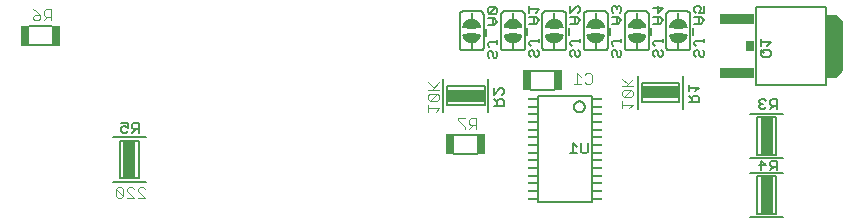
<source format=gbr>
G04 EAGLE Gerber RS-274X export*
G75*
%MOMM*%
%FSLAX34Y34*%
%LPD*%
%INSilkscreen Bottom*%
%IPPOS*%
%AMOC8*
5,1,8,0,0,1.08239X$1,22.5*%
G01*
%ADD10C,0.203200*%
%ADD11R,0.838200X0.203200*%
%ADD12C,0.177800*%
%ADD13C,0.127000*%
%ADD14C,0.152400*%
%ADD15R,0.736600X1.752600*%
%ADD16C,0.076200*%
%ADD17R,2.895600X0.863600*%
%ADD18R,0.762000X0.863600*%
%ADD19R,1.000000X3.100000*%
%ADD20C,0.101600*%
%ADD21R,3.100000X1.000000*%

G36*
X723569Y254343D02*
X723569Y254343D01*
X723656Y254346D01*
X723709Y254363D01*
X723764Y254371D01*
X723843Y254406D01*
X723927Y254433D01*
X723966Y254461D01*
X724023Y254487D01*
X724136Y254583D01*
X724200Y254628D01*
X728772Y259200D01*
X728824Y259270D01*
X728884Y259334D01*
X728910Y259383D01*
X728943Y259427D01*
X728974Y259509D01*
X729014Y259587D01*
X729022Y259635D01*
X729044Y259693D01*
X729056Y259841D01*
X729069Y259918D01*
X729069Y302082D01*
X729062Y302135D01*
X729063Y302164D01*
X729056Y302187D01*
X729054Y302256D01*
X729037Y302309D01*
X729029Y302364D01*
X728994Y302443D01*
X728967Y302527D01*
X728939Y302566D01*
X728913Y302623D01*
X728817Y302736D01*
X728772Y302800D01*
X724200Y307372D01*
X724130Y307424D01*
X724066Y307484D01*
X724017Y307510D01*
X723973Y307543D01*
X723891Y307574D01*
X723813Y307614D01*
X723766Y307622D01*
X723707Y307644D01*
X723559Y307656D01*
X723482Y307669D01*
X716370Y307669D01*
X716312Y307661D01*
X716254Y307663D01*
X716172Y307641D01*
X716089Y307629D01*
X716035Y307606D01*
X715979Y307591D01*
X715906Y307548D01*
X715829Y307513D01*
X715784Y307475D01*
X715734Y307446D01*
X715676Y307384D01*
X715612Y307330D01*
X715580Y307281D01*
X715540Y307238D01*
X715501Y307163D01*
X715455Y307093D01*
X715437Y307037D01*
X715410Y306985D01*
X715399Y306917D01*
X715369Y306822D01*
X715366Y306722D01*
X715355Y306654D01*
X715355Y255346D01*
X715363Y255288D01*
X715361Y255230D01*
X715383Y255148D01*
X715395Y255065D01*
X715419Y255011D01*
X715433Y254955D01*
X715476Y254882D01*
X715511Y254805D01*
X715549Y254760D01*
X715579Y254710D01*
X715640Y254652D01*
X715695Y254588D01*
X715743Y254556D01*
X715786Y254516D01*
X715861Y254477D01*
X715931Y254431D01*
X715987Y254413D01*
X716039Y254386D01*
X716107Y254375D01*
X716202Y254345D01*
X716302Y254342D01*
X716370Y254331D01*
X723482Y254331D01*
X723569Y254343D01*
G37*
D10*
X516828Y238646D02*
X516828Y149354D01*
X471172Y149354D01*
X471172Y238646D01*
X516828Y238646D01*
X501620Y229756D02*
X501622Y229891D01*
X501628Y230026D01*
X501638Y230160D01*
X501652Y230294D01*
X501670Y230428D01*
X501691Y230561D01*
X501717Y230693D01*
X501747Y230825D01*
X501780Y230956D01*
X501817Y231085D01*
X501859Y231214D01*
X501903Y231341D01*
X501952Y231467D01*
X502004Y231591D01*
X502060Y231714D01*
X502120Y231835D01*
X502183Y231954D01*
X502249Y232071D01*
X502319Y232186D01*
X502393Y232300D01*
X502470Y232411D01*
X502549Y232519D01*
X502633Y232625D01*
X502719Y232729D01*
X502808Y232830D01*
X502900Y232929D01*
X502995Y233024D01*
X503093Y233117D01*
X503193Y233207D01*
X503296Y233294D01*
X503402Y233378D01*
X503510Y233459D01*
X503620Y233536D01*
X503733Y233610D01*
X503848Y233681D01*
X503965Y233749D01*
X504083Y233813D01*
X504204Y233873D01*
X504326Y233930D01*
X504450Y233983D01*
X504576Y234033D01*
X504702Y234079D01*
X504831Y234121D01*
X504960Y234159D01*
X505090Y234193D01*
X505222Y234224D01*
X505354Y234251D01*
X505487Y234273D01*
X505620Y234292D01*
X505754Y234307D01*
X505889Y234318D01*
X506023Y234325D01*
X506158Y234328D01*
X506293Y234327D01*
X506428Y234322D01*
X506562Y234313D01*
X506697Y234300D01*
X506831Y234283D01*
X506964Y234262D01*
X507096Y234238D01*
X507228Y234209D01*
X507359Y234177D01*
X507489Y234140D01*
X507618Y234100D01*
X507745Y234056D01*
X507871Y234008D01*
X507996Y233957D01*
X508119Y233902D01*
X508241Y233843D01*
X508360Y233781D01*
X508478Y233715D01*
X508594Y233646D01*
X508707Y233574D01*
X508819Y233498D01*
X508928Y233419D01*
X509035Y233337D01*
X509139Y233251D01*
X509241Y233163D01*
X509340Y233071D01*
X509437Y232977D01*
X509530Y232880D01*
X509621Y232780D01*
X509709Y232678D01*
X509793Y232573D01*
X509875Y232465D01*
X509953Y232355D01*
X510028Y232243D01*
X510100Y232129D01*
X510168Y232013D01*
X510233Y231894D01*
X510294Y231774D01*
X510352Y231652D01*
X510406Y231529D01*
X510457Y231404D01*
X510503Y231277D01*
X510546Y231150D01*
X510586Y231021D01*
X510621Y230890D01*
X510653Y230759D01*
X510680Y230627D01*
X510704Y230495D01*
X510724Y230361D01*
X510740Y230227D01*
X510752Y230093D01*
X510760Y229958D01*
X510764Y229823D01*
X510764Y229689D01*
X510760Y229554D01*
X510752Y229419D01*
X510740Y229285D01*
X510724Y229151D01*
X510704Y229017D01*
X510680Y228885D01*
X510653Y228753D01*
X510621Y228622D01*
X510586Y228491D01*
X510546Y228362D01*
X510503Y228235D01*
X510457Y228108D01*
X510406Y227983D01*
X510352Y227860D01*
X510294Y227738D01*
X510233Y227618D01*
X510168Y227499D01*
X510100Y227383D01*
X510028Y227269D01*
X509953Y227157D01*
X509875Y227047D01*
X509793Y226939D01*
X509709Y226834D01*
X509621Y226732D01*
X509530Y226632D01*
X509437Y226535D01*
X509340Y226441D01*
X509241Y226349D01*
X509139Y226261D01*
X509035Y226175D01*
X508928Y226093D01*
X508819Y226014D01*
X508707Y225938D01*
X508594Y225866D01*
X508478Y225797D01*
X508360Y225731D01*
X508241Y225669D01*
X508119Y225610D01*
X507996Y225555D01*
X507871Y225504D01*
X507745Y225456D01*
X507618Y225412D01*
X507489Y225372D01*
X507359Y225335D01*
X507228Y225303D01*
X507096Y225274D01*
X506964Y225250D01*
X506831Y225229D01*
X506697Y225212D01*
X506562Y225199D01*
X506428Y225190D01*
X506293Y225185D01*
X506158Y225184D01*
X506023Y225187D01*
X505889Y225194D01*
X505754Y225205D01*
X505620Y225220D01*
X505487Y225239D01*
X505354Y225261D01*
X505222Y225288D01*
X505090Y225319D01*
X504960Y225353D01*
X504831Y225391D01*
X504702Y225433D01*
X504576Y225479D01*
X504450Y225529D01*
X504326Y225582D01*
X504204Y225639D01*
X504083Y225699D01*
X503965Y225763D01*
X503848Y225831D01*
X503733Y225902D01*
X503620Y225976D01*
X503510Y226053D01*
X503402Y226134D01*
X503296Y226218D01*
X503193Y226305D01*
X503093Y226395D01*
X502995Y226488D01*
X502900Y226583D01*
X502808Y226682D01*
X502719Y226783D01*
X502633Y226887D01*
X502549Y226993D01*
X502470Y227101D01*
X502393Y227212D01*
X502319Y227326D01*
X502249Y227441D01*
X502183Y227558D01*
X502120Y227677D01*
X502060Y227798D01*
X502004Y227921D01*
X501952Y228045D01*
X501903Y228171D01*
X501859Y228298D01*
X501817Y228427D01*
X501780Y228556D01*
X501747Y228687D01*
X501717Y228819D01*
X501691Y228951D01*
X501670Y229084D01*
X501652Y229218D01*
X501638Y229352D01*
X501628Y229486D01*
X501622Y229621D01*
X501620Y229756D01*
D11*
X521019Y236250D03*
X521019Y229750D03*
X521019Y223250D03*
X521019Y216750D03*
X521019Y210250D03*
X521019Y203750D03*
X521019Y197250D03*
X521019Y190750D03*
X466981Y190750D03*
X466981Y197250D03*
X466981Y203750D03*
X466981Y210250D03*
X466981Y216750D03*
X466981Y223250D03*
X466981Y229750D03*
X466981Y236250D03*
X521019Y184250D03*
X521019Y177750D03*
X466981Y184250D03*
X466981Y177750D03*
X521019Y171250D03*
X521019Y164750D03*
X521019Y158250D03*
X521019Y151750D03*
X466981Y151750D03*
X466981Y158250D03*
X466981Y164750D03*
X466981Y171250D03*
D12*
X513294Y191663D02*
X513294Y198654D01*
X513294Y191663D02*
X511896Y190265D01*
X509100Y190265D01*
X507701Y191663D01*
X507701Y198654D01*
X503939Y195858D02*
X501143Y198654D01*
X501143Y190265D01*
X503939Y190265D02*
X498346Y190265D01*
D10*
X404840Y280030D02*
X404840Y307970D01*
X422620Y310510D02*
X422720Y310508D01*
X422819Y310502D01*
X422919Y310492D01*
X423017Y310479D01*
X423116Y310461D01*
X423213Y310440D01*
X423309Y310415D01*
X423405Y310386D01*
X423499Y310353D01*
X423592Y310317D01*
X423683Y310277D01*
X423773Y310233D01*
X423861Y310186D01*
X423947Y310136D01*
X424031Y310082D01*
X424113Y310025D01*
X424192Y309965D01*
X424270Y309901D01*
X424344Y309835D01*
X424416Y309766D01*
X424485Y309694D01*
X424551Y309620D01*
X424615Y309542D01*
X424675Y309463D01*
X424732Y309381D01*
X424786Y309297D01*
X424836Y309211D01*
X424883Y309123D01*
X424927Y309033D01*
X424967Y308942D01*
X425003Y308849D01*
X425036Y308755D01*
X425065Y308659D01*
X425090Y308563D01*
X425111Y308466D01*
X425129Y308367D01*
X425142Y308269D01*
X425152Y308169D01*
X425158Y308070D01*
X425160Y307970D01*
X425160Y280030D02*
X425158Y279930D01*
X425152Y279831D01*
X425142Y279731D01*
X425129Y279633D01*
X425111Y279534D01*
X425090Y279437D01*
X425065Y279341D01*
X425036Y279245D01*
X425003Y279151D01*
X424967Y279058D01*
X424927Y278967D01*
X424883Y278877D01*
X424836Y278789D01*
X424786Y278703D01*
X424732Y278619D01*
X424675Y278537D01*
X424615Y278458D01*
X424551Y278380D01*
X424485Y278306D01*
X424416Y278234D01*
X424344Y278165D01*
X424270Y278099D01*
X424192Y278035D01*
X424113Y277975D01*
X424031Y277918D01*
X423947Y277864D01*
X423861Y277814D01*
X423773Y277767D01*
X423683Y277723D01*
X423592Y277683D01*
X423499Y277647D01*
X423405Y277614D01*
X423309Y277585D01*
X423213Y277560D01*
X423116Y277539D01*
X423017Y277521D01*
X422919Y277508D01*
X422819Y277498D01*
X422720Y277492D01*
X422620Y277490D01*
X407380Y277490D02*
X407280Y277492D01*
X407181Y277498D01*
X407081Y277508D01*
X406983Y277521D01*
X406884Y277539D01*
X406787Y277560D01*
X406691Y277585D01*
X406595Y277614D01*
X406501Y277647D01*
X406408Y277683D01*
X406317Y277723D01*
X406227Y277767D01*
X406139Y277814D01*
X406053Y277864D01*
X405969Y277918D01*
X405887Y277975D01*
X405808Y278035D01*
X405730Y278099D01*
X405656Y278165D01*
X405584Y278234D01*
X405515Y278306D01*
X405449Y278380D01*
X405385Y278458D01*
X405325Y278537D01*
X405268Y278619D01*
X405214Y278703D01*
X405164Y278789D01*
X405117Y278877D01*
X405073Y278967D01*
X405033Y279058D01*
X404997Y279151D01*
X404964Y279245D01*
X404935Y279341D01*
X404910Y279437D01*
X404889Y279534D01*
X404871Y279633D01*
X404858Y279731D01*
X404848Y279831D01*
X404842Y279930D01*
X404840Y280030D01*
X404840Y307970D02*
X404842Y308070D01*
X404848Y308169D01*
X404858Y308269D01*
X404871Y308367D01*
X404889Y308466D01*
X404910Y308563D01*
X404935Y308659D01*
X404964Y308755D01*
X404997Y308849D01*
X405033Y308942D01*
X405073Y309033D01*
X405117Y309123D01*
X405164Y309211D01*
X405214Y309297D01*
X405268Y309381D01*
X405325Y309463D01*
X405385Y309542D01*
X405449Y309620D01*
X405515Y309694D01*
X405584Y309766D01*
X405656Y309835D01*
X405730Y309901D01*
X405808Y309965D01*
X405887Y310025D01*
X405969Y310082D01*
X406053Y310136D01*
X406139Y310186D01*
X406227Y310233D01*
X406317Y310277D01*
X406408Y310317D01*
X406501Y310353D01*
X406595Y310386D01*
X406691Y310415D01*
X406787Y310440D01*
X406884Y310461D01*
X406983Y310479D01*
X407081Y310492D01*
X407181Y310502D01*
X407280Y310508D01*
X407380Y310510D01*
X422620Y310510D01*
X422620Y277490D02*
X407380Y277490D01*
X425160Y280030D02*
X425160Y307970D01*
X415000Y309240D02*
X415000Y304160D01*
X415000Y283840D02*
X415000Y278760D01*
D13*
X408044Y290826D02*
X415000Y291459D01*
X415000Y291459D01*
X421956Y290826D01*
X421939Y290656D01*
X421917Y290486D01*
X421891Y290318D01*
X421861Y290149D01*
X421827Y289982D01*
X421789Y289815D01*
X421746Y289650D01*
X421700Y289485D01*
X421650Y289322D01*
X421596Y289160D01*
X421537Y288999D01*
X421475Y288840D01*
X421409Y288683D01*
X421339Y288527D01*
X421266Y288373D01*
X421188Y288220D01*
X421107Y288070D01*
X421022Y287922D01*
X420934Y287775D01*
X420842Y287631D01*
X420747Y287490D01*
X420648Y287350D01*
X420546Y287213D01*
X420440Y287079D01*
X420331Y286947D01*
X420219Y286818D01*
X420104Y286692D01*
X419986Y286568D01*
X419865Y286448D01*
X419741Y286330D01*
X419614Y286216D01*
X419485Y286105D01*
X419352Y285997D01*
X419217Y285892D01*
X419080Y285790D01*
X418940Y285692D01*
X418798Y285598D01*
X418653Y285506D01*
X418506Y285419D01*
X418358Y285335D01*
X418207Y285255D01*
X418054Y285178D01*
X417900Y285105D01*
X417743Y285036D01*
X417585Y284971D01*
X417426Y284910D01*
X417265Y284852D01*
X417103Y284799D01*
X416939Y284750D01*
X416774Y284704D01*
X416609Y284663D01*
X416442Y284625D01*
X416274Y284592D01*
X416106Y284563D01*
X415937Y284538D01*
X415767Y284517D01*
X415597Y284501D01*
X415427Y284488D01*
X415256Y284480D01*
X415085Y284476D01*
X414915Y284476D01*
X414744Y284480D01*
X414573Y284488D01*
X414403Y284501D01*
X414233Y284517D01*
X414063Y284538D01*
X413894Y284563D01*
X413726Y284592D01*
X413558Y284625D01*
X413391Y284663D01*
X413226Y284704D01*
X413061Y284750D01*
X412897Y284799D01*
X412735Y284852D01*
X412574Y284910D01*
X412415Y284971D01*
X412257Y285036D01*
X412100Y285105D01*
X411946Y285178D01*
X411793Y285255D01*
X411642Y285335D01*
X411494Y285419D01*
X411347Y285506D01*
X411202Y285598D01*
X411060Y285692D01*
X410920Y285790D01*
X410783Y285892D01*
X410648Y285997D01*
X410515Y286105D01*
X410386Y286216D01*
X410259Y286330D01*
X410135Y286448D01*
X410014Y286568D01*
X409896Y286692D01*
X409781Y286818D01*
X409669Y286947D01*
X409560Y287079D01*
X409454Y287213D01*
X409352Y287350D01*
X409253Y287490D01*
X409158Y287631D01*
X409066Y287775D01*
X408978Y287922D01*
X408893Y288070D01*
X408812Y288220D01*
X408734Y288373D01*
X408661Y288527D01*
X408591Y288683D01*
X408525Y288840D01*
X408463Y288999D01*
X408404Y289160D01*
X408350Y289322D01*
X408300Y289485D01*
X408254Y289650D01*
X408211Y289815D01*
X408173Y289982D01*
X408139Y290149D01*
X408109Y290318D01*
X408083Y290486D01*
X408061Y290656D01*
X408044Y290826D01*
X409256Y290826D01*
X409274Y290677D01*
X409297Y290528D01*
X409323Y290379D01*
X409353Y290231D01*
X409387Y290085D01*
X409425Y289939D01*
X409466Y289794D01*
X409512Y289650D01*
X409561Y289507D01*
X409614Y289366D01*
X409670Y289226D01*
X409730Y289088D01*
X409794Y288951D01*
X409861Y288816D01*
X409932Y288683D01*
X410006Y288552D01*
X410083Y288423D01*
X410164Y288296D01*
X410249Y288171D01*
X410336Y288048D01*
X410427Y287927D01*
X410520Y287809D01*
X410617Y287693D01*
X410717Y287580D01*
X410819Y287470D01*
X410925Y287362D01*
X411033Y287257D01*
X411144Y287155D01*
X411258Y287056D01*
X411374Y286960D01*
X411493Y286867D01*
X411614Y286777D01*
X411737Y286690D01*
X411862Y286607D01*
X411990Y286527D01*
X412120Y286450D01*
X412251Y286376D01*
X412385Y286307D01*
X412520Y286240D01*
X412657Y286177D01*
X412796Y286118D01*
X412936Y286062D01*
X413077Y286010D01*
X413220Y285962D01*
X413364Y285917D01*
X413509Y285877D01*
X413656Y285840D01*
X413803Y285806D01*
X413951Y285777D01*
X414099Y285752D01*
X414248Y285730D01*
X414398Y285712D01*
X414548Y285699D01*
X414699Y285689D01*
X414849Y285683D01*
X415000Y285681D01*
X415151Y285683D01*
X415301Y285689D01*
X415452Y285699D01*
X415602Y285712D01*
X415752Y285730D01*
X415901Y285752D01*
X416049Y285777D01*
X416197Y285806D01*
X416344Y285840D01*
X416491Y285877D01*
X416636Y285917D01*
X416780Y285962D01*
X416923Y286010D01*
X417064Y286062D01*
X417204Y286118D01*
X417343Y286177D01*
X417480Y286240D01*
X417615Y286307D01*
X417749Y286376D01*
X417880Y286450D01*
X418010Y286527D01*
X418138Y286607D01*
X418263Y286690D01*
X418386Y286777D01*
X418507Y286867D01*
X418626Y286960D01*
X418742Y287056D01*
X418856Y287155D01*
X418967Y287257D01*
X419075Y287362D01*
X419181Y287470D01*
X419283Y287580D01*
X419383Y287693D01*
X419480Y287809D01*
X419573Y287927D01*
X419664Y288048D01*
X419751Y288171D01*
X419836Y288296D01*
X419917Y288423D01*
X419994Y288552D01*
X420068Y288683D01*
X420139Y288816D01*
X420206Y288951D01*
X420270Y289088D01*
X420330Y289226D01*
X420386Y289366D01*
X420439Y289507D01*
X420488Y289650D01*
X420534Y289794D01*
X420575Y289939D01*
X420613Y290085D01*
X420647Y290231D01*
X420677Y290379D01*
X420703Y290528D01*
X420726Y290677D01*
X420744Y290826D01*
X419529Y290827D01*
X419509Y290695D01*
X419484Y290564D01*
X419456Y290433D01*
X419424Y290303D01*
X419389Y290174D01*
X419349Y290047D01*
X419306Y289920D01*
X419259Y289795D01*
X419209Y289671D01*
X419155Y289549D01*
X419097Y289429D01*
X419036Y289310D01*
X418971Y289193D01*
X418903Y289078D01*
X418832Y288965D01*
X418758Y288854D01*
X418680Y288745D01*
X418599Y288639D01*
X418515Y288535D01*
X418428Y288433D01*
X418338Y288334D01*
X418245Y288238D01*
X418150Y288145D01*
X418052Y288054D01*
X417951Y287966D01*
X417847Y287882D01*
X417742Y287800D01*
X417634Y287721D01*
X417523Y287646D01*
X417411Y287574D01*
X417296Y287505D01*
X417180Y287440D01*
X417061Y287378D01*
X416941Y287319D01*
X416819Y287264D01*
X416696Y287213D01*
X416571Y287165D01*
X416445Y287121D01*
X416317Y287081D01*
X416189Y287044D01*
X416059Y287011D01*
X415929Y286982D01*
X415798Y286957D01*
X415666Y286936D01*
X415533Y286918D01*
X415400Y286905D01*
X415267Y286895D01*
X415134Y286889D01*
X415000Y286887D01*
X414866Y286889D01*
X414733Y286895D01*
X414600Y286905D01*
X414467Y286918D01*
X414334Y286936D01*
X414202Y286957D01*
X414071Y286982D01*
X413941Y287011D01*
X413811Y287044D01*
X413683Y287081D01*
X413555Y287121D01*
X413429Y287165D01*
X413304Y287213D01*
X413181Y287264D01*
X413059Y287319D01*
X412939Y287378D01*
X412820Y287440D01*
X412704Y287505D01*
X412589Y287574D01*
X412477Y287646D01*
X412366Y287721D01*
X412258Y287800D01*
X412153Y287882D01*
X412049Y287966D01*
X411948Y288054D01*
X411850Y288145D01*
X411755Y288238D01*
X411662Y288334D01*
X411572Y288433D01*
X411485Y288535D01*
X411401Y288639D01*
X411320Y288745D01*
X411242Y288854D01*
X411168Y288965D01*
X411097Y289078D01*
X411029Y289193D01*
X410964Y289310D01*
X410903Y289429D01*
X410845Y289549D01*
X410791Y289671D01*
X410741Y289795D01*
X410694Y289920D01*
X410651Y290047D01*
X410611Y290174D01*
X410576Y290303D01*
X410544Y290433D01*
X410516Y290564D01*
X410491Y290695D01*
X410471Y290827D01*
X411693Y290829D01*
X411716Y290716D01*
X411743Y290605D01*
X411775Y290494D01*
X411809Y290385D01*
X411848Y290276D01*
X411890Y290169D01*
X411936Y290064D01*
X411985Y289960D01*
X412038Y289858D01*
X412095Y289758D01*
X412154Y289660D01*
X412218Y289564D01*
X412284Y289470D01*
X412353Y289379D01*
X412426Y289290D01*
X412501Y289203D01*
X412580Y289119D01*
X412661Y289038D01*
X412745Y288959D01*
X412832Y288884D01*
X412921Y288811D01*
X413013Y288742D01*
X413107Y288676D01*
X413203Y288613D01*
X413301Y288553D01*
X413401Y288497D01*
X413503Y288444D01*
X413607Y288395D01*
X413712Y288349D01*
X413819Y288307D01*
X413927Y288268D01*
X414037Y288234D01*
X414148Y288203D01*
X414259Y288176D01*
X414372Y288152D01*
X414485Y288133D01*
X414599Y288117D01*
X414713Y288105D01*
X414828Y288097D01*
X414943Y288093D01*
X415057Y288093D01*
X415172Y288097D01*
X415287Y288105D01*
X415401Y288117D01*
X415515Y288133D01*
X415628Y288152D01*
X415741Y288176D01*
X415852Y288203D01*
X415963Y288234D01*
X416073Y288268D01*
X416181Y288307D01*
X416288Y288349D01*
X416393Y288395D01*
X416497Y288444D01*
X416599Y288497D01*
X416699Y288553D01*
X416797Y288613D01*
X416893Y288676D01*
X416987Y288742D01*
X417079Y288811D01*
X417168Y288884D01*
X417255Y288959D01*
X417339Y289038D01*
X417420Y289119D01*
X417499Y289203D01*
X417574Y289290D01*
X417647Y289379D01*
X417716Y289470D01*
X417782Y289564D01*
X417846Y289660D01*
X417905Y289758D01*
X417962Y289858D01*
X418015Y289960D01*
X418064Y290064D01*
X418110Y290169D01*
X418152Y290276D01*
X418191Y290385D01*
X418225Y290494D01*
X418257Y290605D01*
X418284Y290716D01*
X418307Y290829D01*
X417068Y290834D01*
X417040Y290747D01*
X417008Y290660D01*
X416972Y290576D01*
X416932Y290493D01*
X416890Y290411D01*
X416843Y290332D01*
X416793Y290254D01*
X416741Y290179D01*
X416684Y290106D01*
X416625Y290036D01*
X416563Y289968D01*
X416498Y289903D01*
X416431Y289840D01*
X416361Y289781D01*
X416288Y289725D01*
X416213Y289671D01*
X416136Y289621D01*
X416056Y289575D01*
X415975Y289532D01*
X415892Y289492D01*
X415808Y289456D01*
X415722Y289423D01*
X415634Y289394D01*
X415546Y289369D01*
X415456Y289348D01*
X415366Y289330D01*
X415275Y289317D01*
X415184Y289307D01*
X415092Y289301D01*
X415000Y289299D01*
X414908Y289301D01*
X414816Y289307D01*
X414725Y289317D01*
X414634Y289330D01*
X414544Y289348D01*
X414454Y289369D01*
X414366Y289394D01*
X414278Y289423D01*
X414192Y289456D01*
X414108Y289492D01*
X414025Y289532D01*
X413944Y289575D01*
X413864Y289621D01*
X413787Y289671D01*
X413712Y289725D01*
X413639Y289781D01*
X413569Y289840D01*
X413502Y289903D01*
X413437Y289968D01*
X413375Y290036D01*
X413316Y290106D01*
X413259Y290179D01*
X413207Y290254D01*
X413157Y290332D01*
X413110Y290411D01*
X413068Y290493D01*
X413028Y290576D01*
X412992Y290660D01*
X412960Y290747D01*
X412932Y290834D01*
X414248Y290871D01*
X414287Y290825D01*
X414328Y290782D01*
X414371Y290741D01*
X414418Y290703D01*
X414466Y290668D01*
X414516Y290637D01*
X414569Y290608D01*
X414623Y290583D01*
X414678Y290561D01*
X414735Y290542D01*
X414793Y290528D01*
X414851Y290517D01*
X414911Y290509D01*
X414970Y290505D01*
X415030Y290505D01*
X415089Y290509D01*
X415149Y290517D01*
X415207Y290528D01*
X415265Y290542D01*
X415322Y290561D01*
X415377Y290583D01*
X415431Y290608D01*
X415484Y290637D01*
X415534Y290668D01*
X415582Y290703D01*
X415629Y290741D01*
X415672Y290782D01*
X415713Y290825D01*
X415752Y290871D01*
X421956Y297174D02*
X415000Y296541D01*
X415000Y296541D01*
X408044Y297174D01*
X408061Y297344D01*
X408083Y297514D01*
X408109Y297682D01*
X408139Y297851D01*
X408173Y298018D01*
X408211Y298185D01*
X408254Y298350D01*
X408300Y298515D01*
X408350Y298678D01*
X408404Y298840D01*
X408463Y299001D01*
X408525Y299160D01*
X408591Y299317D01*
X408661Y299473D01*
X408734Y299627D01*
X408812Y299780D01*
X408893Y299930D01*
X408978Y300078D01*
X409066Y300225D01*
X409158Y300369D01*
X409253Y300510D01*
X409352Y300650D01*
X409454Y300787D01*
X409560Y300921D01*
X409669Y301053D01*
X409781Y301182D01*
X409896Y301308D01*
X410014Y301432D01*
X410135Y301552D01*
X410259Y301670D01*
X410386Y301784D01*
X410515Y301895D01*
X410648Y302003D01*
X410783Y302108D01*
X410920Y302210D01*
X411060Y302308D01*
X411202Y302402D01*
X411347Y302494D01*
X411494Y302581D01*
X411642Y302665D01*
X411793Y302745D01*
X411946Y302822D01*
X412100Y302895D01*
X412257Y302964D01*
X412415Y303029D01*
X412574Y303090D01*
X412735Y303148D01*
X412897Y303201D01*
X413061Y303250D01*
X413226Y303296D01*
X413391Y303337D01*
X413558Y303375D01*
X413726Y303408D01*
X413894Y303437D01*
X414063Y303462D01*
X414233Y303483D01*
X414403Y303499D01*
X414573Y303512D01*
X414744Y303520D01*
X414915Y303524D01*
X415085Y303524D01*
X415256Y303520D01*
X415427Y303512D01*
X415597Y303499D01*
X415767Y303483D01*
X415937Y303462D01*
X416106Y303437D01*
X416274Y303408D01*
X416442Y303375D01*
X416609Y303337D01*
X416774Y303296D01*
X416939Y303250D01*
X417103Y303201D01*
X417265Y303148D01*
X417426Y303090D01*
X417585Y303029D01*
X417743Y302964D01*
X417900Y302895D01*
X418054Y302822D01*
X418207Y302745D01*
X418358Y302665D01*
X418506Y302581D01*
X418653Y302494D01*
X418798Y302402D01*
X418940Y302308D01*
X419080Y302210D01*
X419217Y302108D01*
X419352Y302003D01*
X419485Y301895D01*
X419614Y301784D01*
X419741Y301670D01*
X419865Y301552D01*
X419986Y301432D01*
X420104Y301308D01*
X420219Y301182D01*
X420331Y301053D01*
X420440Y300921D01*
X420546Y300787D01*
X420648Y300650D01*
X420747Y300510D01*
X420842Y300369D01*
X420934Y300225D01*
X421022Y300078D01*
X421107Y299930D01*
X421188Y299780D01*
X421266Y299627D01*
X421339Y299473D01*
X421409Y299317D01*
X421475Y299160D01*
X421537Y299001D01*
X421596Y298840D01*
X421650Y298678D01*
X421700Y298515D01*
X421746Y298350D01*
X421789Y298185D01*
X421827Y298018D01*
X421861Y297851D01*
X421891Y297682D01*
X421917Y297514D01*
X421939Y297344D01*
X421956Y297174D01*
X420744Y297174D01*
X420726Y297323D01*
X420703Y297472D01*
X420677Y297621D01*
X420647Y297769D01*
X420613Y297915D01*
X420575Y298061D01*
X420534Y298206D01*
X420488Y298350D01*
X420439Y298493D01*
X420386Y298634D01*
X420330Y298774D01*
X420270Y298912D01*
X420206Y299049D01*
X420139Y299184D01*
X420068Y299317D01*
X419994Y299448D01*
X419917Y299577D01*
X419836Y299704D01*
X419751Y299829D01*
X419664Y299952D01*
X419573Y300073D01*
X419480Y300191D01*
X419383Y300307D01*
X419283Y300420D01*
X419181Y300530D01*
X419075Y300638D01*
X418967Y300743D01*
X418856Y300845D01*
X418742Y300944D01*
X418626Y301040D01*
X418507Y301133D01*
X418386Y301223D01*
X418263Y301310D01*
X418138Y301393D01*
X418010Y301473D01*
X417880Y301550D01*
X417749Y301624D01*
X417615Y301693D01*
X417480Y301760D01*
X417343Y301823D01*
X417204Y301882D01*
X417064Y301938D01*
X416923Y301990D01*
X416780Y302038D01*
X416636Y302083D01*
X416491Y302123D01*
X416344Y302160D01*
X416197Y302194D01*
X416049Y302223D01*
X415901Y302248D01*
X415752Y302270D01*
X415602Y302288D01*
X415452Y302301D01*
X415301Y302311D01*
X415151Y302317D01*
X415000Y302319D01*
X414849Y302317D01*
X414699Y302311D01*
X414548Y302301D01*
X414398Y302288D01*
X414248Y302270D01*
X414099Y302248D01*
X413951Y302223D01*
X413803Y302194D01*
X413656Y302160D01*
X413509Y302123D01*
X413364Y302083D01*
X413220Y302038D01*
X413077Y301990D01*
X412936Y301938D01*
X412796Y301882D01*
X412657Y301823D01*
X412520Y301760D01*
X412385Y301693D01*
X412251Y301624D01*
X412120Y301550D01*
X411990Y301473D01*
X411862Y301393D01*
X411737Y301310D01*
X411614Y301223D01*
X411493Y301133D01*
X411374Y301040D01*
X411258Y300944D01*
X411144Y300845D01*
X411033Y300743D01*
X410925Y300638D01*
X410819Y300530D01*
X410717Y300420D01*
X410617Y300307D01*
X410520Y300191D01*
X410427Y300073D01*
X410336Y299952D01*
X410249Y299829D01*
X410164Y299704D01*
X410083Y299577D01*
X410006Y299448D01*
X409932Y299317D01*
X409861Y299184D01*
X409794Y299049D01*
X409730Y298912D01*
X409670Y298774D01*
X409614Y298634D01*
X409561Y298493D01*
X409512Y298350D01*
X409466Y298206D01*
X409425Y298061D01*
X409387Y297915D01*
X409353Y297769D01*
X409323Y297621D01*
X409297Y297472D01*
X409274Y297323D01*
X409256Y297174D01*
X410471Y297173D01*
X410491Y297305D01*
X410516Y297436D01*
X410544Y297567D01*
X410576Y297697D01*
X410611Y297826D01*
X410651Y297953D01*
X410694Y298080D01*
X410741Y298205D01*
X410791Y298329D01*
X410845Y298451D01*
X410903Y298571D01*
X410964Y298690D01*
X411029Y298807D01*
X411097Y298922D01*
X411168Y299035D01*
X411242Y299146D01*
X411320Y299255D01*
X411401Y299361D01*
X411485Y299465D01*
X411572Y299567D01*
X411662Y299666D01*
X411755Y299762D01*
X411850Y299855D01*
X411948Y299946D01*
X412049Y300034D01*
X412153Y300118D01*
X412258Y300200D01*
X412366Y300279D01*
X412477Y300354D01*
X412589Y300426D01*
X412704Y300495D01*
X412820Y300560D01*
X412939Y300622D01*
X413059Y300681D01*
X413181Y300736D01*
X413304Y300787D01*
X413429Y300835D01*
X413555Y300879D01*
X413683Y300919D01*
X413811Y300956D01*
X413941Y300989D01*
X414071Y301018D01*
X414202Y301043D01*
X414334Y301064D01*
X414467Y301082D01*
X414600Y301095D01*
X414733Y301105D01*
X414866Y301111D01*
X415000Y301113D01*
X415134Y301111D01*
X415267Y301105D01*
X415400Y301095D01*
X415533Y301082D01*
X415666Y301064D01*
X415798Y301043D01*
X415929Y301018D01*
X416059Y300989D01*
X416189Y300956D01*
X416317Y300919D01*
X416445Y300879D01*
X416571Y300835D01*
X416696Y300787D01*
X416819Y300736D01*
X416941Y300681D01*
X417061Y300622D01*
X417180Y300560D01*
X417296Y300495D01*
X417411Y300426D01*
X417523Y300354D01*
X417634Y300279D01*
X417742Y300200D01*
X417847Y300118D01*
X417951Y300034D01*
X418052Y299946D01*
X418150Y299855D01*
X418245Y299762D01*
X418338Y299666D01*
X418428Y299567D01*
X418515Y299465D01*
X418599Y299361D01*
X418680Y299255D01*
X418758Y299146D01*
X418832Y299035D01*
X418903Y298922D01*
X418971Y298807D01*
X419036Y298690D01*
X419097Y298571D01*
X419155Y298451D01*
X419209Y298329D01*
X419259Y298205D01*
X419306Y298080D01*
X419349Y297953D01*
X419389Y297826D01*
X419424Y297697D01*
X419456Y297567D01*
X419484Y297436D01*
X419509Y297305D01*
X419529Y297173D01*
X418307Y297171D01*
X418284Y297284D01*
X418257Y297395D01*
X418225Y297506D01*
X418191Y297615D01*
X418152Y297724D01*
X418110Y297831D01*
X418064Y297936D01*
X418015Y298040D01*
X417962Y298142D01*
X417905Y298242D01*
X417846Y298340D01*
X417782Y298436D01*
X417716Y298530D01*
X417647Y298621D01*
X417574Y298710D01*
X417499Y298797D01*
X417420Y298881D01*
X417339Y298962D01*
X417255Y299041D01*
X417168Y299116D01*
X417079Y299189D01*
X416987Y299258D01*
X416893Y299324D01*
X416797Y299387D01*
X416699Y299447D01*
X416599Y299503D01*
X416497Y299556D01*
X416393Y299605D01*
X416288Y299651D01*
X416181Y299693D01*
X416073Y299732D01*
X415963Y299766D01*
X415852Y299797D01*
X415741Y299824D01*
X415628Y299848D01*
X415515Y299867D01*
X415401Y299883D01*
X415287Y299895D01*
X415172Y299903D01*
X415057Y299907D01*
X414943Y299907D01*
X414828Y299903D01*
X414713Y299895D01*
X414599Y299883D01*
X414485Y299867D01*
X414372Y299848D01*
X414259Y299824D01*
X414148Y299797D01*
X414037Y299766D01*
X413927Y299732D01*
X413819Y299693D01*
X413712Y299651D01*
X413607Y299605D01*
X413503Y299556D01*
X413401Y299503D01*
X413301Y299447D01*
X413203Y299387D01*
X413107Y299324D01*
X413013Y299258D01*
X412921Y299189D01*
X412832Y299116D01*
X412745Y299041D01*
X412661Y298962D01*
X412580Y298881D01*
X412501Y298797D01*
X412426Y298710D01*
X412353Y298621D01*
X412284Y298530D01*
X412218Y298436D01*
X412154Y298340D01*
X412095Y298242D01*
X412038Y298142D01*
X411985Y298040D01*
X411936Y297936D01*
X411890Y297831D01*
X411848Y297724D01*
X411809Y297615D01*
X411775Y297506D01*
X411743Y297395D01*
X411716Y297284D01*
X411693Y297171D01*
X412932Y297166D01*
X412960Y297253D01*
X412992Y297340D01*
X413028Y297424D01*
X413068Y297507D01*
X413110Y297589D01*
X413157Y297668D01*
X413207Y297746D01*
X413259Y297821D01*
X413316Y297894D01*
X413375Y297964D01*
X413437Y298032D01*
X413502Y298097D01*
X413569Y298160D01*
X413639Y298219D01*
X413712Y298275D01*
X413787Y298329D01*
X413864Y298379D01*
X413944Y298425D01*
X414025Y298468D01*
X414108Y298508D01*
X414192Y298544D01*
X414278Y298577D01*
X414366Y298606D01*
X414454Y298631D01*
X414544Y298652D01*
X414634Y298670D01*
X414725Y298683D01*
X414816Y298693D01*
X414908Y298699D01*
X415000Y298701D01*
X415092Y298699D01*
X415184Y298693D01*
X415275Y298683D01*
X415366Y298670D01*
X415456Y298652D01*
X415546Y298631D01*
X415634Y298606D01*
X415722Y298577D01*
X415808Y298544D01*
X415892Y298508D01*
X415975Y298468D01*
X416056Y298425D01*
X416136Y298379D01*
X416213Y298329D01*
X416288Y298275D01*
X416361Y298219D01*
X416431Y298160D01*
X416498Y298097D01*
X416563Y298032D01*
X416625Y297964D01*
X416684Y297894D01*
X416741Y297821D01*
X416793Y297746D01*
X416843Y297668D01*
X416890Y297589D01*
X416932Y297507D01*
X416972Y297424D01*
X417008Y297340D01*
X417040Y297253D01*
X417068Y297166D01*
X415752Y297129D01*
X415713Y297175D01*
X415672Y297218D01*
X415629Y297259D01*
X415582Y297297D01*
X415534Y297332D01*
X415484Y297363D01*
X415431Y297392D01*
X415377Y297417D01*
X415322Y297439D01*
X415265Y297458D01*
X415207Y297472D01*
X415149Y297483D01*
X415089Y297491D01*
X415030Y297495D01*
X414970Y297495D01*
X414911Y297491D01*
X414851Y297483D01*
X414793Y297472D01*
X414735Y297458D01*
X414678Y297439D01*
X414623Y297417D01*
X414569Y297392D01*
X414516Y297363D01*
X414466Y297332D01*
X414418Y297297D01*
X414371Y297259D01*
X414328Y297218D01*
X414287Y297175D01*
X414248Y297129D01*
D12*
X435500Y276584D02*
X436898Y275186D01*
X436898Y272389D01*
X435500Y270991D01*
X434102Y270991D01*
X432704Y272389D01*
X432704Y275186D01*
X431305Y276584D01*
X429907Y276584D01*
X428509Y275186D01*
X428509Y272389D01*
X429907Y270991D01*
X429907Y280346D02*
X428509Y281744D01*
X428509Y283143D01*
X429907Y284541D01*
X436898Y284541D01*
X436898Y283143D02*
X436898Y285939D01*
X427111Y289701D02*
X427111Y295294D01*
X428509Y299057D02*
X434102Y299057D01*
X436898Y301853D01*
X434102Y304649D01*
X428509Y304649D01*
X432704Y304649D02*
X432704Y299057D01*
X435500Y308412D02*
X429907Y308412D01*
X435500Y308412D02*
X436898Y309810D01*
X436898Y312606D01*
X435500Y314005D01*
X429907Y314005D01*
X428509Y312606D01*
X428509Y309810D01*
X429907Y308412D01*
X435500Y314005D01*
D10*
X439840Y307970D02*
X439840Y280030D01*
X460160Y307970D02*
X460158Y308070D01*
X460152Y308169D01*
X460142Y308269D01*
X460129Y308367D01*
X460111Y308466D01*
X460090Y308563D01*
X460065Y308659D01*
X460036Y308755D01*
X460003Y308849D01*
X459967Y308942D01*
X459927Y309033D01*
X459883Y309123D01*
X459836Y309211D01*
X459786Y309297D01*
X459732Y309381D01*
X459675Y309463D01*
X459615Y309542D01*
X459551Y309620D01*
X459485Y309694D01*
X459416Y309766D01*
X459344Y309835D01*
X459270Y309901D01*
X459192Y309965D01*
X459113Y310025D01*
X459031Y310082D01*
X458947Y310136D01*
X458861Y310186D01*
X458773Y310233D01*
X458683Y310277D01*
X458592Y310317D01*
X458499Y310353D01*
X458405Y310386D01*
X458309Y310415D01*
X458213Y310440D01*
X458116Y310461D01*
X458017Y310479D01*
X457919Y310492D01*
X457819Y310502D01*
X457720Y310508D01*
X457620Y310510D01*
X460160Y280030D02*
X460158Y279930D01*
X460152Y279831D01*
X460142Y279731D01*
X460129Y279633D01*
X460111Y279534D01*
X460090Y279437D01*
X460065Y279341D01*
X460036Y279245D01*
X460003Y279151D01*
X459967Y279058D01*
X459927Y278967D01*
X459883Y278877D01*
X459836Y278789D01*
X459786Y278703D01*
X459732Y278619D01*
X459675Y278537D01*
X459615Y278458D01*
X459551Y278380D01*
X459485Y278306D01*
X459416Y278234D01*
X459344Y278165D01*
X459270Y278099D01*
X459192Y278035D01*
X459113Y277975D01*
X459031Y277918D01*
X458947Y277864D01*
X458861Y277814D01*
X458773Y277767D01*
X458683Y277723D01*
X458592Y277683D01*
X458499Y277647D01*
X458405Y277614D01*
X458309Y277585D01*
X458213Y277560D01*
X458116Y277539D01*
X458017Y277521D01*
X457919Y277508D01*
X457819Y277498D01*
X457720Y277492D01*
X457620Y277490D01*
X442380Y277490D02*
X442280Y277492D01*
X442181Y277498D01*
X442081Y277508D01*
X441983Y277521D01*
X441884Y277539D01*
X441787Y277560D01*
X441691Y277585D01*
X441595Y277614D01*
X441501Y277647D01*
X441408Y277683D01*
X441317Y277723D01*
X441227Y277767D01*
X441139Y277814D01*
X441053Y277864D01*
X440969Y277918D01*
X440887Y277975D01*
X440808Y278035D01*
X440730Y278099D01*
X440656Y278165D01*
X440584Y278234D01*
X440515Y278306D01*
X440449Y278380D01*
X440385Y278458D01*
X440325Y278537D01*
X440268Y278619D01*
X440214Y278703D01*
X440164Y278789D01*
X440117Y278877D01*
X440073Y278967D01*
X440033Y279058D01*
X439997Y279151D01*
X439964Y279245D01*
X439935Y279341D01*
X439910Y279437D01*
X439889Y279534D01*
X439871Y279633D01*
X439858Y279731D01*
X439848Y279831D01*
X439842Y279930D01*
X439840Y280030D01*
X439840Y307970D02*
X439842Y308070D01*
X439848Y308169D01*
X439858Y308269D01*
X439871Y308367D01*
X439889Y308466D01*
X439910Y308563D01*
X439935Y308659D01*
X439964Y308755D01*
X439997Y308849D01*
X440033Y308942D01*
X440073Y309033D01*
X440117Y309123D01*
X440164Y309211D01*
X440214Y309297D01*
X440268Y309381D01*
X440325Y309463D01*
X440385Y309542D01*
X440449Y309620D01*
X440515Y309694D01*
X440584Y309766D01*
X440656Y309835D01*
X440730Y309901D01*
X440808Y309965D01*
X440887Y310025D01*
X440969Y310082D01*
X441053Y310136D01*
X441139Y310186D01*
X441227Y310233D01*
X441317Y310277D01*
X441408Y310317D01*
X441501Y310353D01*
X441595Y310386D01*
X441691Y310415D01*
X441787Y310440D01*
X441884Y310461D01*
X441983Y310479D01*
X442081Y310492D01*
X442181Y310502D01*
X442280Y310508D01*
X442380Y310510D01*
X457620Y310510D01*
X457620Y277490D02*
X442380Y277490D01*
X460160Y280030D02*
X460160Y307970D01*
X450000Y309240D02*
X450000Y304160D01*
X450000Y283840D02*
X450000Y278760D01*
D13*
X443044Y290826D02*
X450000Y291459D01*
X450000Y291459D01*
X456956Y290826D01*
X456939Y290656D01*
X456917Y290486D01*
X456891Y290318D01*
X456861Y290149D01*
X456827Y289982D01*
X456789Y289815D01*
X456746Y289650D01*
X456700Y289485D01*
X456650Y289322D01*
X456596Y289160D01*
X456537Y288999D01*
X456475Y288840D01*
X456409Y288683D01*
X456339Y288527D01*
X456266Y288373D01*
X456188Y288220D01*
X456107Y288070D01*
X456022Y287922D01*
X455934Y287775D01*
X455842Y287631D01*
X455747Y287490D01*
X455648Y287350D01*
X455546Y287213D01*
X455440Y287079D01*
X455331Y286947D01*
X455219Y286818D01*
X455104Y286692D01*
X454986Y286568D01*
X454865Y286448D01*
X454741Y286330D01*
X454614Y286216D01*
X454485Y286105D01*
X454352Y285997D01*
X454217Y285892D01*
X454080Y285790D01*
X453940Y285692D01*
X453798Y285598D01*
X453653Y285506D01*
X453506Y285419D01*
X453358Y285335D01*
X453207Y285255D01*
X453054Y285178D01*
X452900Y285105D01*
X452743Y285036D01*
X452585Y284971D01*
X452426Y284910D01*
X452265Y284852D01*
X452103Y284799D01*
X451939Y284750D01*
X451774Y284704D01*
X451609Y284663D01*
X451442Y284625D01*
X451274Y284592D01*
X451106Y284563D01*
X450937Y284538D01*
X450767Y284517D01*
X450597Y284501D01*
X450427Y284488D01*
X450256Y284480D01*
X450085Y284476D01*
X449915Y284476D01*
X449744Y284480D01*
X449573Y284488D01*
X449403Y284501D01*
X449233Y284517D01*
X449063Y284538D01*
X448894Y284563D01*
X448726Y284592D01*
X448558Y284625D01*
X448391Y284663D01*
X448226Y284704D01*
X448061Y284750D01*
X447897Y284799D01*
X447735Y284852D01*
X447574Y284910D01*
X447415Y284971D01*
X447257Y285036D01*
X447100Y285105D01*
X446946Y285178D01*
X446793Y285255D01*
X446642Y285335D01*
X446494Y285419D01*
X446347Y285506D01*
X446202Y285598D01*
X446060Y285692D01*
X445920Y285790D01*
X445783Y285892D01*
X445648Y285997D01*
X445515Y286105D01*
X445386Y286216D01*
X445259Y286330D01*
X445135Y286448D01*
X445014Y286568D01*
X444896Y286692D01*
X444781Y286818D01*
X444669Y286947D01*
X444560Y287079D01*
X444454Y287213D01*
X444352Y287350D01*
X444253Y287490D01*
X444158Y287631D01*
X444066Y287775D01*
X443978Y287922D01*
X443893Y288070D01*
X443812Y288220D01*
X443734Y288373D01*
X443661Y288527D01*
X443591Y288683D01*
X443525Y288840D01*
X443463Y288999D01*
X443404Y289160D01*
X443350Y289322D01*
X443300Y289485D01*
X443254Y289650D01*
X443211Y289815D01*
X443173Y289982D01*
X443139Y290149D01*
X443109Y290318D01*
X443083Y290486D01*
X443061Y290656D01*
X443044Y290826D01*
X444256Y290826D01*
X444274Y290677D01*
X444297Y290528D01*
X444323Y290379D01*
X444353Y290231D01*
X444387Y290085D01*
X444425Y289939D01*
X444466Y289794D01*
X444512Y289650D01*
X444561Y289507D01*
X444614Y289366D01*
X444670Y289226D01*
X444730Y289088D01*
X444794Y288951D01*
X444861Y288816D01*
X444932Y288683D01*
X445006Y288552D01*
X445083Y288423D01*
X445164Y288296D01*
X445249Y288171D01*
X445336Y288048D01*
X445427Y287927D01*
X445520Y287809D01*
X445617Y287693D01*
X445717Y287580D01*
X445819Y287470D01*
X445925Y287362D01*
X446033Y287257D01*
X446144Y287155D01*
X446258Y287056D01*
X446374Y286960D01*
X446493Y286867D01*
X446614Y286777D01*
X446737Y286690D01*
X446862Y286607D01*
X446990Y286527D01*
X447120Y286450D01*
X447251Y286376D01*
X447385Y286307D01*
X447520Y286240D01*
X447657Y286177D01*
X447796Y286118D01*
X447936Y286062D01*
X448077Y286010D01*
X448220Y285962D01*
X448364Y285917D01*
X448509Y285877D01*
X448656Y285840D01*
X448803Y285806D01*
X448951Y285777D01*
X449099Y285752D01*
X449248Y285730D01*
X449398Y285712D01*
X449548Y285699D01*
X449699Y285689D01*
X449849Y285683D01*
X450000Y285681D01*
X450151Y285683D01*
X450301Y285689D01*
X450452Y285699D01*
X450602Y285712D01*
X450752Y285730D01*
X450901Y285752D01*
X451049Y285777D01*
X451197Y285806D01*
X451344Y285840D01*
X451491Y285877D01*
X451636Y285917D01*
X451780Y285962D01*
X451923Y286010D01*
X452064Y286062D01*
X452204Y286118D01*
X452343Y286177D01*
X452480Y286240D01*
X452615Y286307D01*
X452749Y286376D01*
X452880Y286450D01*
X453010Y286527D01*
X453138Y286607D01*
X453263Y286690D01*
X453386Y286777D01*
X453507Y286867D01*
X453626Y286960D01*
X453742Y287056D01*
X453856Y287155D01*
X453967Y287257D01*
X454075Y287362D01*
X454181Y287470D01*
X454283Y287580D01*
X454383Y287693D01*
X454480Y287809D01*
X454573Y287927D01*
X454664Y288048D01*
X454751Y288171D01*
X454836Y288296D01*
X454917Y288423D01*
X454994Y288552D01*
X455068Y288683D01*
X455139Y288816D01*
X455206Y288951D01*
X455270Y289088D01*
X455330Y289226D01*
X455386Y289366D01*
X455439Y289507D01*
X455488Y289650D01*
X455534Y289794D01*
X455575Y289939D01*
X455613Y290085D01*
X455647Y290231D01*
X455677Y290379D01*
X455703Y290528D01*
X455726Y290677D01*
X455744Y290826D01*
X454529Y290827D01*
X454509Y290695D01*
X454484Y290564D01*
X454456Y290433D01*
X454424Y290303D01*
X454389Y290174D01*
X454349Y290047D01*
X454306Y289920D01*
X454259Y289795D01*
X454209Y289671D01*
X454155Y289549D01*
X454097Y289429D01*
X454036Y289310D01*
X453971Y289193D01*
X453903Y289078D01*
X453832Y288965D01*
X453758Y288854D01*
X453680Y288745D01*
X453599Y288639D01*
X453515Y288535D01*
X453428Y288433D01*
X453338Y288334D01*
X453245Y288238D01*
X453150Y288145D01*
X453052Y288054D01*
X452951Y287966D01*
X452847Y287882D01*
X452742Y287800D01*
X452634Y287721D01*
X452523Y287646D01*
X452411Y287574D01*
X452296Y287505D01*
X452180Y287440D01*
X452061Y287378D01*
X451941Y287319D01*
X451819Y287264D01*
X451696Y287213D01*
X451571Y287165D01*
X451445Y287121D01*
X451317Y287081D01*
X451189Y287044D01*
X451059Y287011D01*
X450929Y286982D01*
X450798Y286957D01*
X450666Y286936D01*
X450533Y286918D01*
X450400Y286905D01*
X450267Y286895D01*
X450134Y286889D01*
X450000Y286887D01*
X449866Y286889D01*
X449733Y286895D01*
X449600Y286905D01*
X449467Y286918D01*
X449334Y286936D01*
X449202Y286957D01*
X449071Y286982D01*
X448941Y287011D01*
X448811Y287044D01*
X448683Y287081D01*
X448555Y287121D01*
X448429Y287165D01*
X448304Y287213D01*
X448181Y287264D01*
X448059Y287319D01*
X447939Y287378D01*
X447820Y287440D01*
X447704Y287505D01*
X447589Y287574D01*
X447477Y287646D01*
X447366Y287721D01*
X447258Y287800D01*
X447153Y287882D01*
X447049Y287966D01*
X446948Y288054D01*
X446850Y288145D01*
X446755Y288238D01*
X446662Y288334D01*
X446572Y288433D01*
X446485Y288535D01*
X446401Y288639D01*
X446320Y288745D01*
X446242Y288854D01*
X446168Y288965D01*
X446097Y289078D01*
X446029Y289193D01*
X445964Y289310D01*
X445903Y289429D01*
X445845Y289549D01*
X445791Y289671D01*
X445741Y289795D01*
X445694Y289920D01*
X445651Y290047D01*
X445611Y290174D01*
X445576Y290303D01*
X445544Y290433D01*
X445516Y290564D01*
X445491Y290695D01*
X445471Y290827D01*
X446693Y290829D01*
X446716Y290716D01*
X446743Y290605D01*
X446775Y290494D01*
X446809Y290385D01*
X446848Y290276D01*
X446890Y290169D01*
X446936Y290064D01*
X446985Y289960D01*
X447038Y289858D01*
X447095Y289758D01*
X447154Y289660D01*
X447218Y289564D01*
X447284Y289470D01*
X447353Y289379D01*
X447426Y289290D01*
X447501Y289203D01*
X447580Y289119D01*
X447661Y289038D01*
X447745Y288959D01*
X447832Y288884D01*
X447921Y288811D01*
X448013Y288742D01*
X448107Y288676D01*
X448203Y288613D01*
X448301Y288553D01*
X448401Y288497D01*
X448503Y288444D01*
X448607Y288395D01*
X448712Y288349D01*
X448819Y288307D01*
X448927Y288268D01*
X449037Y288234D01*
X449148Y288203D01*
X449259Y288176D01*
X449372Y288152D01*
X449485Y288133D01*
X449599Y288117D01*
X449713Y288105D01*
X449828Y288097D01*
X449943Y288093D01*
X450057Y288093D01*
X450172Y288097D01*
X450287Y288105D01*
X450401Y288117D01*
X450515Y288133D01*
X450628Y288152D01*
X450741Y288176D01*
X450852Y288203D01*
X450963Y288234D01*
X451073Y288268D01*
X451181Y288307D01*
X451288Y288349D01*
X451393Y288395D01*
X451497Y288444D01*
X451599Y288497D01*
X451699Y288553D01*
X451797Y288613D01*
X451893Y288676D01*
X451987Y288742D01*
X452079Y288811D01*
X452168Y288884D01*
X452255Y288959D01*
X452339Y289038D01*
X452420Y289119D01*
X452499Y289203D01*
X452574Y289290D01*
X452647Y289379D01*
X452716Y289470D01*
X452782Y289564D01*
X452846Y289660D01*
X452905Y289758D01*
X452962Y289858D01*
X453015Y289960D01*
X453064Y290064D01*
X453110Y290169D01*
X453152Y290276D01*
X453191Y290385D01*
X453225Y290494D01*
X453257Y290605D01*
X453284Y290716D01*
X453307Y290829D01*
X452068Y290834D01*
X452040Y290747D01*
X452008Y290660D01*
X451972Y290576D01*
X451932Y290493D01*
X451890Y290411D01*
X451843Y290332D01*
X451793Y290254D01*
X451741Y290179D01*
X451684Y290106D01*
X451625Y290036D01*
X451563Y289968D01*
X451498Y289903D01*
X451431Y289840D01*
X451361Y289781D01*
X451288Y289725D01*
X451213Y289671D01*
X451136Y289621D01*
X451056Y289575D01*
X450975Y289532D01*
X450892Y289492D01*
X450808Y289456D01*
X450722Y289423D01*
X450634Y289394D01*
X450546Y289369D01*
X450456Y289348D01*
X450366Y289330D01*
X450275Y289317D01*
X450184Y289307D01*
X450092Y289301D01*
X450000Y289299D01*
X449908Y289301D01*
X449816Y289307D01*
X449725Y289317D01*
X449634Y289330D01*
X449544Y289348D01*
X449454Y289369D01*
X449366Y289394D01*
X449278Y289423D01*
X449192Y289456D01*
X449108Y289492D01*
X449025Y289532D01*
X448944Y289575D01*
X448864Y289621D01*
X448787Y289671D01*
X448712Y289725D01*
X448639Y289781D01*
X448569Y289840D01*
X448502Y289903D01*
X448437Y289968D01*
X448375Y290036D01*
X448316Y290106D01*
X448259Y290179D01*
X448207Y290254D01*
X448157Y290332D01*
X448110Y290411D01*
X448068Y290493D01*
X448028Y290576D01*
X447992Y290660D01*
X447960Y290747D01*
X447932Y290834D01*
X449248Y290871D01*
X449287Y290825D01*
X449328Y290782D01*
X449371Y290741D01*
X449418Y290703D01*
X449466Y290668D01*
X449516Y290637D01*
X449569Y290608D01*
X449623Y290583D01*
X449678Y290561D01*
X449735Y290542D01*
X449793Y290528D01*
X449851Y290517D01*
X449911Y290509D01*
X449970Y290505D01*
X450030Y290505D01*
X450089Y290509D01*
X450149Y290517D01*
X450207Y290528D01*
X450265Y290542D01*
X450322Y290561D01*
X450377Y290583D01*
X450431Y290608D01*
X450484Y290637D01*
X450534Y290668D01*
X450582Y290703D01*
X450629Y290741D01*
X450672Y290782D01*
X450713Y290825D01*
X450752Y290871D01*
X456956Y297174D02*
X450000Y296541D01*
X450000Y296541D01*
X443044Y297174D01*
X443061Y297344D01*
X443083Y297514D01*
X443109Y297682D01*
X443139Y297851D01*
X443173Y298018D01*
X443211Y298185D01*
X443254Y298350D01*
X443300Y298515D01*
X443350Y298678D01*
X443404Y298840D01*
X443463Y299001D01*
X443525Y299160D01*
X443591Y299317D01*
X443661Y299473D01*
X443734Y299627D01*
X443812Y299780D01*
X443893Y299930D01*
X443978Y300078D01*
X444066Y300225D01*
X444158Y300369D01*
X444253Y300510D01*
X444352Y300650D01*
X444454Y300787D01*
X444560Y300921D01*
X444669Y301053D01*
X444781Y301182D01*
X444896Y301308D01*
X445014Y301432D01*
X445135Y301552D01*
X445259Y301670D01*
X445386Y301784D01*
X445515Y301895D01*
X445648Y302003D01*
X445783Y302108D01*
X445920Y302210D01*
X446060Y302308D01*
X446202Y302402D01*
X446347Y302494D01*
X446494Y302581D01*
X446642Y302665D01*
X446793Y302745D01*
X446946Y302822D01*
X447100Y302895D01*
X447257Y302964D01*
X447415Y303029D01*
X447574Y303090D01*
X447735Y303148D01*
X447897Y303201D01*
X448061Y303250D01*
X448226Y303296D01*
X448391Y303337D01*
X448558Y303375D01*
X448726Y303408D01*
X448894Y303437D01*
X449063Y303462D01*
X449233Y303483D01*
X449403Y303499D01*
X449573Y303512D01*
X449744Y303520D01*
X449915Y303524D01*
X450085Y303524D01*
X450256Y303520D01*
X450427Y303512D01*
X450597Y303499D01*
X450767Y303483D01*
X450937Y303462D01*
X451106Y303437D01*
X451274Y303408D01*
X451442Y303375D01*
X451609Y303337D01*
X451774Y303296D01*
X451939Y303250D01*
X452103Y303201D01*
X452265Y303148D01*
X452426Y303090D01*
X452585Y303029D01*
X452743Y302964D01*
X452900Y302895D01*
X453054Y302822D01*
X453207Y302745D01*
X453358Y302665D01*
X453506Y302581D01*
X453653Y302494D01*
X453798Y302402D01*
X453940Y302308D01*
X454080Y302210D01*
X454217Y302108D01*
X454352Y302003D01*
X454485Y301895D01*
X454614Y301784D01*
X454741Y301670D01*
X454865Y301552D01*
X454986Y301432D01*
X455104Y301308D01*
X455219Y301182D01*
X455331Y301053D01*
X455440Y300921D01*
X455546Y300787D01*
X455648Y300650D01*
X455747Y300510D01*
X455842Y300369D01*
X455934Y300225D01*
X456022Y300078D01*
X456107Y299930D01*
X456188Y299780D01*
X456266Y299627D01*
X456339Y299473D01*
X456409Y299317D01*
X456475Y299160D01*
X456537Y299001D01*
X456596Y298840D01*
X456650Y298678D01*
X456700Y298515D01*
X456746Y298350D01*
X456789Y298185D01*
X456827Y298018D01*
X456861Y297851D01*
X456891Y297682D01*
X456917Y297514D01*
X456939Y297344D01*
X456956Y297174D01*
X455744Y297174D01*
X455726Y297323D01*
X455703Y297472D01*
X455677Y297621D01*
X455647Y297769D01*
X455613Y297915D01*
X455575Y298061D01*
X455534Y298206D01*
X455488Y298350D01*
X455439Y298493D01*
X455386Y298634D01*
X455330Y298774D01*
X455270Y298912D01*
X455206Y299049D01*
X455139Y299184D01*
X455068Y299317D01*
X454994Y299448D01*
X454917Y299577D01*
X454836Y299704D01*
X454751Y299829D01*
X454664Y299952D01*
X454573Y300073D01*
X454480Y300191D01*
X454383Y300307D01*
X454283Y300420D01*
X454181Y300530D01*
X454075Y300638D01*
X453967Y300743D01*
X453856Y300845D01*
X453742Y300944D01*
X453626Y301040D01*
X453507Y301133D01*
X453386Y301223D01*
X453263Y301310D01*
X453138Y301393D01*
X453010Y301473D01*
X452880Y301550D01*
X452749Y301624D01*
X452615Y301693D01*
X452480Y301760D01*
X452343Y301823D01*
X452204Y301882D01*
X452064Y301938D01*
X451923Y301990D01*
X451780Y302038D01*
X451636Y302083D01*
X451491Y302123D01*
X451344Y302160D01*
X451197Y302194D01*
X451049Y302223D01*
X450901Y302248D01*
X450752Y302270D01*
X450602Y302288D01*
X450452Y302301D01*
X450301Y302311D01*
X450151Y302317D01*
X450000Y302319D01*
X449849Y302317D01*
X449699Y302311D01*
X449548Y302301D01*
X449398Y302288D01*
X449248Y302270D01*
X449099Y302248D01*
X448951Y302223D01*
X448803Y302194D01*
X448656Y302160D01*
X448509Y302123D01*
X448364Y302083D01*
X448220Y302038D01*
X448077Y301990D01*
X447936Y301938D01*
X447796Y301882D01*
X447657Y301823D01*
X447520Y301760D01*
X447385Y301693D01*
X447251Y301624D01*
X447120Y301550D01*
X446990Y301473D01*
X446862Y301393D01*
X446737Y301310D01*
X446614Y301223D01*
X446493Y301133D01*
X446374Y301040D01*
X446258Y300944D01*
X446144Y300845D01*
X446033Y300743D01*
X445925Y300638D01*
X445819Y300530D01*
X445717Y300420D01*
X445617Y300307D01*
X445520Y300191D01*
X445427Y300073D01*
X445336Y299952D01*
X445249Y299829D01*
X445164Y299704D01*
X445083Y299577D01*
X445006Y299448D01*
X444932Y299317D01*
X444861Y299184D01*
X444794Y299049D01*
X444730Y298912D01*
X444670Y298774D01*
X444614Y298634D01*
X444561Y298493D01*
X444512Y298350D01*
X444466Y298206D01*
X444425Y298061D01*
X444387Y297915D01*
X444353Y297769D01*
X444323Y297621D01*
X444297Y297472D01*
X444274Y297323D01*
X444256Y297174D01*
X445471Y297173D01*
X445491Y297305D01*
X445516Y297436D01*
X445544Y297567D01*
X445576Y297697D01*
X445611Y297826D01*
X445651Y297953D01*
X445694Y298080D01*
X445741Y298205D01*
X445791Y298329D01*
X445845Y298451D01*
X445903Y298571D01*
X445964Y298690D01*
X446029Y298807D01*
X446097Y298922D01*
X446168Y299035D01*
X446242Y299146D01*
X446320Y299255D01*
X446401Y299361D01*
X446485Y299465D01*
X446572Y299567D01*
X446662Y299666D01*
X446755Y299762D01*
X446850Y299855D01*
X446948Y299946D01*
X447049Y300034D01*
X447153Y300118D01*
X447258Y300200D01*
X447366Y300279D01*
X447477Y300354D01*
X447589Y300426D01*
X447704Y300495D01*
X447820Y300560D01*
X447939Y300622D01*
X448059Y300681D01*
X448181Y300736D01*
X448304Y300787D01*
X448429Y300835D01*
X448555Y300879D01*
X448683Y300919D01*
X448811Y300956D01*
X448941Y300989D01*
X449071Y301018D01*
X449202Y301043D01*
X449334Y301064D01*
X449467Y301082D01*
X449600Y301095D01*
X449733Y301105D01*
X449866Y301111D01*
X450000Y301113D01*
X450134Y301111D01*
X450267Y301105D01*
X450400Y301095D01*
X450533Y301082D01*
X450666Y301064D01*
X450798Y301043D01*
X450929Y301018D01*
X451059Y300989D01*
X451189Y300956D01*
X451317Y300919D01*
X451445Y300879D01*
X451571Y300835D01*
X451696Y300787D01*
X451819Y300736D01*
X451941Y300681D01*
X452061Y300622D01*
X452180Y300560D01*
X452296Y300495D01*
X452411Y300426D01*
X452523Y300354D01*
X452634Y300279D01*
X452742Y300200D01*
X452847Y300118D01*
X452951Y300034D01*
X453052Y299946D01*
X453150Y299855D01*
X453245Y299762D01*
X453338Y299666D01*
X453428Y299567D01*
X453515Y299465D01*
X453599Y299361D01*
X453680Y299255D01*
X453758Y299146D01*
X453832Y299035D01*
X453903Y298922D01*
X453971Y298807D01*
X454036Y298690D01*
X454097Y298571D01*
X454155Y298451D01*
X454209Y298329D01*
X454259Y298205D01*
X454306Y298080D01*
X454349Y297953D01*
X454389Y297826D01*
X454424Y297697D01*
X454456Y297567D01*
X454484Y297436D01*
X454509Y297305D01*
X454529Y297173D01*
X453307Y297171D01*
X453284Y297284D01*
X453257Y297395D01*
X453225Y297506D01*
X453191Y297615D01*
X453152Y297724D01*
X453110Y297831D01*
X453064Y297936D01*
X453015Y298040D01*
X452962Y298142D01*
X452905Y298242D01*
X452846Y298340D01*
X452782Y298436D01*
X452716Y298530D01*
X452647Y298621D01*
X452574Y298710D01*
X452499Y298797D01*
X452420Y298881D01*
X452339Y298962D01*
X452255Y299041D01*
X452168Y299116D01*
X452079Y299189D01*
X451987Y299258D01*
X451893Y299324D01*
X451797Y299387D01*
X451699Y299447D01*
X451599Y299503D01*
X451497Y299556D01*
X451393Y299605D01*
X451288Y299651D01*
X451181Y299693D01*
X451073Y299732D01*
X450963Y299766D01*
X450852Y299797D01*
X450741Y299824D01*
X450628Y299848D01*
X450515Y299867D01*
X450401Y299883D01*
X450287Y299895D01*
X450172Y299903D01*
X450057Y299907D01*
X449943Y299907D01*
X449828Y299903D01*
X449713Y299895D01*
X449599Y299883D01*
X449485Y299867D01*
X449372Y299848D01*
X449259Y299824D01*
X449148Y299797D01*
X449037Y299766D01*
X448927Y299732D01*
X448819Y299693D01*
X448712Y299651D01*
X448607Y299605D01*
X448503Y299556D01*
X448401Y299503D01*
X448301Y299447D01*
X448203Y299387D01*
X448107Y299324D01*
X448013Y299258D01*
X447921Y299189D01*
X447832Y299116D01*
X447745Y299041D01*
X447661Y298962D01*
X447580Y298881D01*
X447501Y298797D01*
X447426Y298710D01*
X447353Y298621D01*
X447284Y298530D01*
X447218Y298436D01*
X447154Y298340D01*
X447095Y298242D01*
X447038Y298142D01*
X446985Y298040D01*
X446936Y297936D01*
X446890Y297831D01*
X446848Y297724D01*
X446809Y297615D01*
X446775Y297506D01*
X446743Y297395D01*
X446716Y297284D01*
X446693Y297171D01*
X447932Y297166D01*
X447960Y297253D01*
X447992Y297340D01*
X448028Y297424D01*
X448068Y297507D01*
X448110Y297589D01*
X448157Y297668D01*
X448207Y297746D01*
X448259Y297821D01*
X448316Y297894D01*
X448375Y297964D01*
X448437Y298032D01*
X448502Y298097D01*
X448569Y298160D01*
X448639Y298219D01*
X448712Y298275D01*
X448787Y298329D01*
X448864Y298379D01*
X448944Y298425D01*
X449025Y298468D01*
X449108Y298508D01*
X449192Y298544D01*
X449278Y298577D01*
X449366Y298606D01*
X449454Y298631D01*
X449544Y298652D01*
X449634Y298670D01*
X449725Y298683D01*
X449816Y298693D01*
X449908Y298699D01*
X450000Y298701D01*
X450092Y298699D01*
X450184Y298693D01*
X450275Y298683D01*
X450366Y298670D01*
X450456Y298652D01*
X450546Y298631D01*
X450634Y298606D01*
X450722Y298577D01*
X450808Y298544D01*
X450892Y298508D01*
X450975Y298468D01*
X451056Y298425D01*
X451136Y298379D01*
X451213Y298329D01*
X451288Y298275D01*
X451361Y298219D01*
X451431Y298160D01*
X451498Y298097D01*
X451563Y298032D01*
X451625Y297964D01*
X451684Y297894D01*
X451741Y297821D01*
X451793Y297746D01*
X451843Y297668D01*
X451890Y297589D01*
X451932Y297507D01*
X451972Y297424D01*
X452008Y297340D01*
X452040Y297253D01*
X452068Y297166D01*
X450752Y297129D01*
X450713Y297175D01*
X450672Y297218D01*
X450629Y297259D01*
X450582Y297297D01*
X450534Y297332D01*
X450484Y297363D01*
X450431Y297392D01*
X450377Y297417D01*
X450322Y297439D01*
X450265Y297458D01*
X450207Y297472D01*
X450149Y297483D01*
X450089Y297491D01*
X450030Y297495D01*
X449970Y297495D01*
X449911Y297491D01*
X449851Y297483D01*
X449793Y297472D01*
X449735Y297458D01*
X449678Y297439D01*
X449623Y297417D01*
X449569Y297392D01*
X449516Y297363D01*
X449466Y297332D01*
X449418Y297297D01*
X449371Y297259D01*
X449328Y297218D01*
X449287Y297175D01*
X449248Y297129D01*
D12*
X470500Y277584D02*
X471898Y276186D01*
X471898Y273389D01*
X470500Y271991D01*
X469102Y271991D01*
X467704Y273389D01*
X467704Y276186D01*
X466305Y277584D01*
X464907Y277584D01*
X463509Y276186D01*
X463509Y273389D01*
X464907Y271991D01*
X464907Y281346D02*
X463509Y282744D01*
X463509Y284143D01*
X464907Y285541D01*
X471898Y285541D01*
X471898Y284143D02*
X471898Y286939D01*
X462111Y290701D02*
X462111Y296294D01*
X463509Y300057D02*
X469102Y300057D01*
X471898Y302853D01*
X469102Y305649D01*
X463509Y305649D01*
X467704Y305649D02*
X467704Y300057D01*
X469102Y309412D02*
X471898Y312208D01*
X463509Y312208D01*
X463509Y309412D02*
X463509Y315005D01*
D10*
X474840Y307970D02*
X474840Y280030D01*
X495160Y307970D02*
X495158Y308070D01*
X495152Y308169D01*
X495142Y308269D01*
X495129Y308367D01*
X495111Y308466D01*
X495090Y308563D01*
X495065Y308659D01*
X495036Y308755D01*
X495003Y308849D01*
X494967Y308942D01*
X494927Y309033D01*
X494883Y309123D01*
X494836Y309211D01*
X494786Y309297D01*
X494732Y309381D01*
X494675Y309463D01*
X494615Y309542D01*
X494551Y309620D01*
X494485Y309694D01*
X494416Y309766D01*
X494344Y309835D01*
X494270Y309901D01*
X494192Y309965D01*
X494113Y310025D01*
X494031Y310082D01*
X493947Y310136D01*
X493861Y310186D01*
X493773Y310233D01*
X493683Y310277D01*
X493592Y310317D01*
X493499Y310353D01*
X493405Y310386D01*
X493309Y310415D01*
X493213Y310440D01*
X493116Y310461D01*
X493017Y310479D01*
X492919Y310492D01*
X492819Y310502D01*
X492720Y310508D01*
X492620Y310510D01*
X495160Y280030D02*
X495158Y279930D01*
X495152Y279831D01*
X495142Y279731D01*
X495129Y279633D01*
X495111Y279534D01*
X495090Y279437D01*
X495065Y279341D01*
X495036Y279245D01*
X495003Y279151D01*
X494967Y279058D01*
X494927Y278967D01*
X494883Y278877D01*
X494836Y278789D01*
X494786Y278703D01*
X494732Y278619D01*
X494675Y278537D01*
X494615Y278458D01*
X494551Y278380D01*
X494485Y278306D01*
X494416Y278234D01*
X494344Y278165D01*
X494270Y278099D01*
X494192Y278035D01*
X494113Y277975D01*
X494031Y277918D01*
X493947Y277864D01*
X493861Y277814D01*
X493773Y277767D01*
X493683Y277723D01*
X493592Y277683D01*
X493499Y277647D01*
X493405Y277614D01*
X493309Y277585D01*
X493213Y277560D01*
X493116Y277539D01*
X493017Y277521D01*
X492919Y277508D01*
X492819Y277498D01*
X492720Y277492D01*
X492620Y277490D01*
X477380Y277490D02*
X477280Y277492D01*
X477181Y277498D01*
X477081Y277508D01*
X476983Y277521D01*
X476884Y277539D01*
X476787Y277560D01*
X476691Y277585D01*
X476595Y277614D01*
X476501Y277647D01*
X476408Y277683D01*
X476317Y277723D01*
X476227Y277767D01*
X476139Y277814D01*
X476053Y277864D01*
X475969Y277918D01*
X475887Y277975D01*
X475808Y278035D01*
X475730Y278099D01*
X475656Y278165D01*
X475584Y278234D01*
X475515Y278306D01*
X475449Y278380D01*
X475385Y278458D01*
X475325Y278537D01*
X475268Y278619D01*
X475214Y278703D01*
X475164Y278789D01*
X475117Y278877D01*
X475073Y278967D01*
X475033Y279058D01*
X474997Y279151D01*
X474964Y279245D01*
X474935Y279341D01*
X474910Y279437D01*
X474889Y279534D01*
X474871Y279633D01*
X474858Y279731D01*
X474848Y279831D01*
X474842Y279930D01*
X474840Y280030D01*
X474840Y307970D02*
X474842Y308070D01*
X474848Y308169D01*
X474858Y308269D01*
X474871Y308367D01*
X474889Y308466D01*
X474910Y308563D01*
X474935Y308659D01*
X474964Y308755D01*
X474997Y308849D01*
X475033Y308942D01*
X475073Y309033D01*
X475117Y309123D01*
X475164Y309211D01*
X475214Y309297D01*
X475268Y309381D01*
X475325Y309463D01*
X475385Y309542D01*
X475449Y309620D01*
X475515Y309694D01*
X475584Y309766D01*
X475656Y309835D01*
X475730Y309901D01*
X475808Y309965D01*
X475887Y310025D01*
X475969Y310082D01*
X476053Y310136D01*
X476139Y310186D01*
X476227Y310233D01*
X476317Y310277D01*
X476408Y310317D01*
X476501Y310353D01*
X476595Y310386D01*
X476691Y310415D01*
X476787Y310440D01*
X476884Y310461D01*
X476983Y310479D01*
X477081Y310492D01*
X477181Y310502D01*
X477280Y310508D01*
X477380Y310510D01*
X492620Y310510D01*
X492620Y277490D02*
X477380Y277490D01*
X495160Y280030D02*
X495160Y307970D01*
X485000Y309240D02*
X485000Y304160D01*
X485000Y283840D02*
X485000Y278760D01*
D13*
X478044Y290826D02*
X485000Y291459D01*
X485000Y291459D01*
X491956Y290826D01*
X491939Y290656D01*
X491917Y290486D01*
X491891Y290318D01*
X491861Y290149D01*
X491827Y289982D01*
X491789Y289815D01*
X491746Y289650D01*
X491700Y289485D01*
X491650Y289322D01*
X491596Y289160D01*
X491537Y288999D01*
X491475Y288840D01*
X491409Y288683D01*
X491339Y288527D01*
X491266Y288373D01*
X491188Y288220D01*
X491107Y288070D01*
X491022Y287922D01*
X490934Y287775D01*
X490842Y287631D01*
X490747Y287490D01*
X490648Y287350D01*
X490546Y287213D01*
X490440Y287079D01*
X490331Y286947D01*
X490219Y286818D01*
X490104Y286692D01*
X489986Y286568D01*
X489865Y286448D01*
X489741Y286330D01*
X489614Y286216D01*
X489485Y286105D01*
X489352Y285997D01*
X489217Y285892D01*
X489080Y285790D01*
X488940Y285692D01*
X488798Y285598D01*
X488653Y285506D01*
X488506Y285419D01*
X488358Y285335D01*
X488207Y285255D01*
X488054Y285178D01*
X487900Y285105D01*
X487743Y285036D01*
X487585Y284971D01*
X487426Y284910D01*
X487265Y284852D01*
X487103Y284799D01*
X486939Y284750D01*
X486774Y284704D01*
X486609Y284663D01*
X486442Y284625D01*
X486274Y284592D01*
X486106Y284563D01*
X485937Y284538D01*
X485767Y284517D01*
X485597Y284501D01*
X485427Y284488D01*
X485256Y284480D01*
X485085Y284476D01*
X484915Y284476D01*
X484744Y284480D01*
X484573Y284488D01*
X484403Y284501D01*
X484233Y284517D01*
X484063Y284538D01*
X483894Y284563D01*
X483726Y284592D01*
X483558Y284625D01*
X483391Y284663D01*
X483226Y284704D01*
X483061Y284750D01*
X482897Y284799D01*
X482735Y284852D01*
X482574Y284910D01*
X482415Y284971D01*
X482257Y285036D01*
X482100Y285105D01*
X481946Y285178D01*
X481793Y285255D01*
X481642Y285335D01*
X481494Y285419D01*
X481347Y285506D01*
X481202Y285598D01*
X481060Y285692D01*
X480920Y285790D01*
X480783Y285892D01*
X480648Y285997D01*
X480515Y286105D01*
X480386Y286216D01*
X480259Y286330D01*
X480135Y286448D01*
X480014Y286568D01*
X479896Y286692D01*
X479781Y286818D01*
X479669Y286947D01*
X479560Y287079D01*
X479454Y287213D01*
X479352Y287350D01*
X479253Y287490D01*
X479158Y287631D01*
X479066Y287775D01*
X478978Y287922D01*
X478893Y288070D01*
X478812Y288220D01*
X478734Y288373D01*
X478661Y288527D01*
X478591Y288683D01*
X478525Y288840D01*
X478463Y288999D01*
X478404Y289160D01*
X478350Y289322D01*
X478300Y289485D01*
X478254Y289650D01*
X478211Y289815D01*
X478173Y289982D01*
X478139Y290149D01*
X478109Y290318D01*
X478083Y290486D01*
X478061Y290656D01*
X478044Y290826D01*
X479256Y290826D01*
X479274Y290677D01*
X479297Y290528D01*
X479323Y290379D01*
X479353Y290231D01*
X479387Y290085D01*
X479425Y289939D01*
X479466Y289794D01*
X479512Y289650D01*
X479561Y289507D01*
X479614Y289366D01*
X479670Y289226D01*
X479730Y289088D01*
X479794Y288951D01*
X479861Y288816D01*
X479932Y288683D01*
X480006Y288552D01*
X480083Y288423D01*
X480164Y288296D01*
X480249Y288171D01*
X480336Y288048D01*
X480427Y287927D01*
X480520Y287809D01*
X480617Y287693D01*
X480717Y287580D01*
X480819Y287470D01*
X480925Y287362D01*
X481033Y287257D01*
X481144Y287155D01*
X481258Y287056D01*
X481374Y286960D01*
X481493Y286867D01*
X481614Y286777D01*
X481737Y286690D01*
X481862Y286607D01*
X481990Y286527D01*
X482120Y286450D01*
X482251Y286376D01*
X482385Y286307D01*
X482520Y286240D01*
X482657Y286177D01*
X482796Y286118D01*
X482936Y286062D01*
X483077Y286010D01*
X483220Y285962D01*
X483364Y285917D01*
X483509Y285877D01*
X483656Y285840D01*
X483803Y285806D01*
X483951Y285777D01*
X484099Y285752D01*
X484248Y285730D01*
X484398Y285712D01*
X484548Y285699D01*
X484699Y285689D01*
X484849Y285683D01*
X485000Y285681D01*
X485151Y285683D01*
X485301Y285689D01*
X485452Y285699D01*
X485602Y285712D01*
X485752Y285730D01*
X485901Y285752D01*
X486049Y285777D01*
X486197Y285806D01*
X486344Y285840D01*
X486491Y285877D01*
X486636Y285917D01*
X486780Y285962D01*
X486923Y286010D01*
X487064Y286062D01*
X487204Y286118D01*
X487343Y286177D01*
X487480Y286240D01*
X487615Y286307D01*
X487749Y286376D01*
X487880Y286450D01*
X488010Y286527D01*
X488138Y286607D01*
X488263Y286690D01*
X488386Y286777D01*
X488507Y286867D01*
X488626Y286960D01*
X488742Y287056D01*
X488856Y287155D01*
X488967Y287257D01*
X489075Y287362D01*
X489181Y287470D01*
X489283Y287580D01*
X489383Y287693D01*
X489480Y287809D01*
X489573Y287927D01*
X489664Y288048D01*
X489751Y288171D01*
X489836Y288296D01*
X489917Y288423D01*
X489994Y288552D01*
X490068Y288683D01*
X490139Y288816D01*
X490206Y288951D01*
X490270Y289088D01*
X490330Y289226D01*
X490386Y289366D01*
X490439Y289507D01*
X490488Y289650D01*
X490534Y289794D01*
X490575Y289939D01*
X490613Y290085D01*
X490647Y290231D01*
X490677Y290379D01*
X490703Y290528D01*
X490726Y290677D01*
X490744Y290826D01*
X489529Y290827D01*
X489509Y290695D01*
X489484Y290564D01*
X489456Y290433D01*
X489424Y290303D01*
X489389Y290174D01*
X489349Y290047D01*
X489306Y289920D01*
X489259Y289795D01*
X489209Y289671D01*
X489155Y289549D01*
X489097Y289429D01*
X489036Y289310D01*
X488971Y289193D01*
X488903Y289078D01*
X488832Y288965D01*
X488758Y288854D01*
X488680Y288745D01*
X488599Y288639D01*
X488515Y288535D01*
X488428Y288433D01*
X488338Y288334D01*
X488245Y288238D01*
X488150Y288145D01*
X488052Y288054D01*
X487951Y287966D01*
X487847Y287882D01*
X487742Y287800D01*
X487634Y287721D01*
X487523Y287646D01*
X487411Y287574D01*
X487296Y287505D01*
X487180Y287440D01*
X487061Y287378D01*
X486941Y287319D01*
X486819Y287264D01*
X486696Y287213D01*
X486571Y287165D01*
X486445Y287121D01*
X486317Y287081D01*
X486189Y287044D01*
X486059Y287011D01*
X485929Y286982D01*
X485798Y286957D01*
X485666Y286936D01*
X485533Y286918D01*
X485400Y286905D01*
X485267Y286895D01*
X485134Y286889D01*
X485000Y286887D01*
X484866Y286889D01*
X484733Y286895D01*
X484600Y286905D01*
X484467Y286918D01*
X484334Y286936D01*
X484202Y286957D01*
X484071Y286982D01*
X483941Y287011D01*
X483811Y287044D01*
X483683Y287081D01*
X483555Y287121D01*
X483429Y287165D01*
X483304Y287213D01*
X483181Y287264D01*
X483059Y287319D01*
X482939Y287378D01*
X482820Y287440D01*
X482704Y287505D01*
X482589Y287574D01*
X482477Y287646D01*
X482366Y287721D01*
X482258Y287800D01*
X482153Y287882D01*
X482049Y287966D01*
X481948Y288054D01*
X481850Y288145D01*
X481755Y288238D01*
X481662Y288334D01*
X481572Y288433D01*
X481485Y288535D01*
X481401Y288639D01*
X481320Y288745D01*
X481242Y288854D01*
X481168Y288965D01*
X481097Y289078D01*
X481029Y289193D01*
X480964Y289310D01*
X480903Y289429D01*
X480845Y289549D01*
X480791Y289671D01*
X480741Y289795D01*
X480694Y289920D01*
X480651Y290047D01*
X480611Y290174D01*
X480576Y290303D01*
X480544Y290433D01*
X480516Y290564D01*
X480491Y290695D01*
X480471Y290827D01*
X481693Y290829D01*
X481716Y290716D01*
X481743Y290605D01*
X481775Y290494D01*
X481809Y290385D01*
X481848Y290276D01*
X481890Y290169D01*
X481936Y290064D01*
X481985Y289960D01*
X482038Y289858D01*
X482095Y289758D01*
X482154Y289660D01*
X482218Y289564D01*
X482284Y289470D01*
X482353Y289379D01*
X482426Y289290D01*
X482501Y289203D01*
X482580Y289119D01*
X482661Y289038D01*
X482745Y288959D01*
X482832Y288884D01*
X482921Y288811D01*
X483013Y288742D01*
X483107Y288676D01*
X483203Y288613D01*
X483301Y288553D01*
X483401Y288497D01*
X483503Y288444D01*
X483607Y288395D01*
X483712Y288349D01*
X483819Y288307D01*
X483927Y288268D01*
X484037Y288234D01*
X484148Y288203D01*
X484259Y288176D01*
X484372Y288152D01*
X484485Y288133D01*
X484599Y288117D01*
X484713Y288105D01*
X484828Y288097D01*
X484943Y288093D01*
X485057Y288093D01*
X485172Y288097D01*
X485287Y288105D01*
X485401Y288117D01*
X485515Y288133D01*
X485628Y288152D01*
X485741Y288176D01*
X485852Y288203D01*
X485963Y288234D01*
X486073Y288268D01*
X486181Y288307D01*
X486288Y288349D01*
X486393Y288395D01*
X486497Y288444D01*
X486599Y288497D01*
X486699Y288553D01*
X486797Y288613D01*
X486893Y288676D01*
X486987Y288742D01*
X487079Y288811D01*
X487168Y288884D01*
X487255Y288959D01*
X487339Y289038D01*
X487420Y289119D01*
X487499Y289203D01*
X487574Y289290D01*
X487647Y289379D01*
X487716Y289470D01*
X487782Y289564D01*
X487846Y289660D01*
X487905Y289758D01*
X487962Y289858D01*
X488015Y289960D01*
X488064Y290064D01*
X488110Y290169D01*
X488152Y290276D01*
X488191Y290385D01*
X488225Y290494D01*
X488257Y290605D01*
X488284Y290716D01*
X488307Y290829D01*
X487068Y290834D01*
X487040Y290747D01*
X487008Y290660D01*
X486972Y290576D01*
X486932Y290493D01*
X486890Y290411D01*
X486843Y290332D01*
X486793Y290254D01*
X486741Y290179D01*
X486684Y290106D01*
X486625Y290036D01*
X486563Y289968D01*
X486498Y289903D01*
X486431Y289840D01*
X486361Y289781D01*
X486288Y289725D01*
X486213Y289671D01*
X486136Y289621D01*
X486056Y289575D01*
X485975Y289532D01*
X485892Y289492D01*
X485808Y289456D01*
X485722Y289423D01*
X485634Y289394D01*
X485546Y289369D01*
X485456Y289348D01*
X485366Y289330D01*
X485275Y289317D01*
X485184Y289307D01*
X485092Y289301D01*
X485000Y289299D01*
X484908Y289301D01*
X484816Y289307D01*
X484725Y289317D01*
X484634Y289330D01*
X484544Y289348D01*
X484454Y289369D01*
X484366Y289394D01*
X484278Y289423D01*
X484192Y289456D01*
X484108Y289492D01*
X484025Y289532D01*
X483944Y289575D01*
X483864Y289621D01*
X483787Y289671D01*
X483712Y289725D01*
X483639Y289781D01*
X483569Y289840D01*
X483502Y289903D01*
X483437Y289968D01*
X483375Y290036D01*
X483316Y290106D01*
X483259Y290179D01*
X483207Y290254D01*
X483157Y290332D01*
X483110Y290411D01*
X483068Y290493D01*
X483028Y290576D01*
X482992Y290660D01*
X482960Y290747D01*
X482932Y290834D01*
X484248Y290871D01*
X484287Y290825D01*
X484328Y290782D01*
X484371Y290741D01*
X484418Y290703D01*
X484466Y290668D01*
X484516Y290637D01*
X484569Y290608D01*
X484623Y290583D01*
X484678Y290561D01*
X484735Y290542D01*
X484793Y290528D01*
X484851Y290517D01*
X484911Y290509D01*
X484970Y290505D01*
X485030Y290505D01*
X485089Y290509D01*
X485149Y290517D01*
X485207Y290528D01*
X485265Y290542D01*
X485322Y290561D01*
X485377Y290583D01*
X485431Y290608D01*
X485484Y290637D01*
X485534Y290668D01*
X485582Y290703D01*
X485629Y290741D01*
X485672Y290782D01*
X485713Y290825D01*
X485752Y290871D01*
X491956Y297174D02*
X485000Y296541D01*
X485000Y296541D01*
X478044Y297174D01*
X478061Y297344D01*
X478083Y297514D01*
X478109Y297682D01*
X478139Y297851D01*
X478173Y298018D01*
X478211Y298185D01*
X478254Y298350D01*
X478300Y298515D01*
X478350Y298678D01*
X478404Y298840D01*
X478463Y299001D01*
X478525Y299160D01*
X478591Y299317D01*
X478661Y299473D01*
X478734Y299627D01*
X478812Y299780D01*
X478893Y299930D01*
X478978Y300078D01*
X479066Y300225D01*
X479158Y300369D01*
X479253Y300510D01*
X479352Y300650D01*
X479454Y300787D01*
X479560Y300921D01*
X479669Y301053D01*
X479781Y301182D01*
X479896Y301308D01*
X480014Y301432D01*
X480135Y301552D01*
X480259Y301670D01*
X480386Y301784D01*
X480515Y301895D01*
X480648Y302003D01*
X480783Y302108D01*
X480920Y302210D01*
X481060Y302308D01*
X481202Y302402D01*
X481347Y302494D01*
X481494Y302581D01*
X481642Y302665D01*
X481793Y302745D01*
X481946Y302822D01*
X482100Y302895D01*
X482257Y302964D01*
X482415Y303029D01*
X482574Y303090D01*
X482735Y303148D01*
X482897Y303201D01*
X483061Y303250D01*
X483226Y303296D01*
X483391Y303337D01*
X483558Y303375D01*
X483726Y303408D01*
X483894Y303437D01*
X484063Y303462D01*
X484233Y303483D01*
X484403Y303499D01*
X484573Y303512D01*
X484744Y303520D01*
X484915Y303524D01*
X485085Y303524D01*
X485256Y303520D01*
X485427Y303512D01*
X485597Y303499D01*
X485767Y303483D01*
X485937Y303462D01*
X486106Y303437D01*
X486274Y303408D01*
X486442Y303375D01*
X486609Y303337D01*
X486774Y303296D01*
X486939Y303250D01*
X487103Y303201D01*
X487265Y303148D01*
X487426Y303090D01*
X487585Y303029D01*
X487743Y302964D01*
X487900Y302895D01*
X488054Y302822D01*
X488207Y302745D01*
X488358Y302665D01*
X488506Y302581D01*
X488653Y302494D01*
X488798Y302402D01*
X488940Y302308D01*
X489080Y302210D01*
X489217Y302108D01*
X489352Y302003D01*
X489485Y301895D01*
X489614Y301784D01*
X489741Y301670D01*
X489865Y301552D01*
X489986Y301432D01*
X490104Y301308D01*
X490219Y301182D01*
X490331Y301053D01*
X490440Y300921D01*
X490546Y300787D01*
X490648Y300650D01*
X490747Y300510D01*
X490842Y300369D01*
X490934Y300225D01*
X491022Y300078D01*
X491107Y299930D01*
X491188Y299780D01*
X491266Y299627D01*
X491339Y299473D01*
X491409Y299317D01*
X491475Y299160D01*
X491537Y299001D01*
X491596Y298840D01*
X491650Y298678D01*
X491700Y298515D01*
X491746Y298350D01*
X491789Y298185D01*
X491827Y298018D01*
X491861Y297851D01*
X491891Y297682D01*
X491917Y297514D01*
X491939Y297344D01*
X491956Y297174D01*
X490744Y297174D01*
X490726Y297323D01*
X490703Y297472D01*
X490677Y297621D01*
X490647Y297769D01*
X490613Y297915D01*
X490575Y298061D01*
X490534Y298206D01*
X490488Y298350D01*
X490439Y298493D01*
X490386Y298634D01*
X490330Y298774D01*
X490270Y298912D01*
X490206Y299049D01*
X490139Y299184D01*
X490068Y299317D01*
X489994Y299448D01*
X489917Y299577D01*
X489836Y299704D01*
X489751Y299829D01*
X489664Y299952D01*
X489573Y300073D01*
X489480Y300191D01*
X489383Y300307D01*
X489283Y300420D01*
X489181Y300530D01*
X489075Y300638D01*
X488967Y300743D01*
X488856Y300845D01*
X488742Y300944D01*
X488626Y301040D01*
X488507Y301133D01*
X488386Y301223D01*
X488263Y301310D01*
X488138Y301393D01*
X488010Y301473D01*
X487880Y301550D01*
X487749Y301624D01*
X487615Y301693D01*
X487480Y301760D01*
X487343Y301823D01*
X487204Y301882D01*
X487064Y301938D01*
X486923Y301990D01*
X486780Y302038D01*
X486636Y302083D01*
X486491Y302123D01*
X486344Y302160D01*
X486197Y302194D01*
X486049Y302223D01*
X485901Y302248D01*
X485752Y302270D01*
X485602Y302288D01*
X485452Y302301D01*
X485301Y302311D01*
X485151Y302317D01*
X485000Y302319D01*
X484849Y302317D01*
X484699Y302311D01*
X484548Y302301D01*
X484398Y302288D01*
X484248Y302270D01*
X484099Y302248D01*
X483951Y302223D01*
X483803Y302194D01*
X483656Y302160D01*
X483509Y302123D01*
X483364Y302083D01*
X483220Y302038D01*
X483077Y301990D01*
X482936Y301938D01*
X482796Y301882D01*
X482657Y301823D01*
X482520Y301760D01*
X482385Y301693D01*
X482251Y301624D01*
X482120Y301550D01*
X481990Y301473D01*
X481862Y301393D01*
X481737Y301310D01*
X481614Y301223D01*
X481493Y301133D01*
X481374Y301040D01*
X481258Y300944D01*
X481144Y300845D01*
X481033Y300743D01*
X480925Y300638D01*
X480819Y300530D01*
X480717Y300420D01*
X480617Y300307D01*
X480520Y300191D01*
X480427Y300073D01*
X480336Y299952D01*
X480249Y299829D01*
X480164Y299704D01*
X480083Y299577D01*
X480006Y299448D01*
X479932Y299317D01*
X479861Y299184D01*
X479794Y299049D01*
X479730Y298912D01*
X479670Y298774D01*
X479614Y298634D01*
X479561Y298493D01*
X479512Y298350D01*
X479466Y298206D01*
X479425Y298061D01*
X479387Y297915D01*
X479353Y297769D01*
X479323Y297621D01*
X479297Y297472D01*
X479274Y297323D01*
X479256Y297174D01*
X480471Y297173D01*
X480491Y297305D01*
X480516Y297436D01*
X480544Y297567D01*
X480576Y297697D01*
X480611Y297826D01*
X480651Y297953D01*
X480694Y298080D01*
X480741Y298205D01*
X480791Y298329D01*
X480845Y298451D01*
X480903Y298571D01*
X480964Y298690D01*
X481029Y298807D01*
X481097Y298922D01*
X481168Y299035D01*
X481242Y299146D01*
X481320Y299255D01*
X481401Y299361D01*
X481485Y299465D01*
X481572Y299567D01*
X481662Y299666D01*
X481755Y299762D01*
X481850Y299855D01*
X481948Y299946D01*
X482049Y300034D01*
X482153Y300118D01*
X482258Y300200D01*
X482366Y300279D01*
X482477Y300354D01*
X482589Y300426D01*
X482704Y300495D01*
X482820Y300560D01*
X482939Y300622D01*
X483059Y300681D01*
X483181Y300736D01*
X483304Y300787D01*
X483429Y300835D01*
X483555Y300879D01*
X483683Y300919D01*
X483811Y300956D01*
X483941Y300989D01*
X484071Y301018D01*
X484202Y301043D01*
X484334Y301064D01*
X484467Y301082D01*
X484600Y301095D01*
X484733Y301105D01*
X484866Y301111D01*
X485000Y301113D01*
X485134Y301111D01*
X485267Y301105D01*
X485400Y301095D01*
X485533Y301082D01*
X485666Y301064D01*
X485798Y301043D01*
X485929Y301018D01*
X486059Y300989D01*
X486189Y300956D01*
X486317Y300919D01*
X486445Y300879D01*
X486571Y300835D01*
X486696Y300787D01*
X486819Y300736D01*
X486941Y300681D01*
X487061Y300622D01*
X487180Y300560D01*
X487296Y300495D01*
X487411Y300426D01*
X487523Y300354D01*
X487634Y300279D01*
X487742Y300200D01*
X487847Y300118D01*
X487951Y300034D01*
X488052Y299946D01*
X488150Y299855D01*
X488245Y299762D01*
X488338Y299666D01*
X488428Y299567D01*
X488515Y299465D01*
X488599Y299361D01*
X488680Y299255D01*
X488758Y299146D01*
X488832Y299035D01*
X488903Y298922D01*
X488971Y298807D01*
X489036Y298690D01*
X489097Y298571D01*
X489155Y298451D01*
X489209Y298329D01*
X489259Y298205D01*
X489306Y298080D01*
X489349Y297953D01*
X489389Y297826D01*
X489424Y297697D01*
X489456Y297567D01*
X489484Y297436D01*
X489509Y297305D01*
X489529Y297173D01*
X488307Y297171D01*
X488284Y297284D01*
X488257Y297395D01*
X488225Y297506D01*
X488191Y297615D01*
X488152Y297724D01*
X488110Y297831D01*
X488064Y297936D01*
X488015Y298040D01*
X487962Y298142D01*
X487905Y298242D01*
X487846Y298340D01*
X487782Y298436D01*
X487716Y298530D01*
X487647Y298621D01*
X487574Y298710D01*
X487499Y298797D01*
X487420Y298881D01*
X487339Y298962D01*
X487255Y299041D01*
X487168Y299116D01*
X487079Y299189D01*
X486987Y299258D01*
X486893Y299324D01*
X486797Y299387D01*
X486699Y299447D01*
X486599Y299503D01*
X486497Y299556D01*
X486393Y299605D01*
X486288Y299651D01*
X486181Y299693D01*
X486073Y299732D01*
X485963Y299766D01*
X485852Y299797D01*
X485741Y299824D01*
X485628Y299848D01*
X485515Y299867D01*
X485401Y299883D01*
X485287Y299895D01*
X485172Y299903D01*
X485057Y299907D01*
X484943Y299907D01*
X484828Y299903D01*
X484713Y299895D01*
X484599Y299883D01*
X484485Y299867D01*
X484372Y299848D01*
X484259Y299824D01*
X484148Y299797D01*
X484037Y299766D01*
X483927Y299732D01*
X483819Y299693D01*
X483712Y299651D01*
X483607Y299605D01*
X483503Y299556D01*
X483401Y299503D01*
X483301Y299447D01*
X483203Y299387D01*
X483107Y299324D01*
X483013Y299258D01*
X482921Y299189D01*
X482832Y299116D01*
X482745Y299041D01*
X482661Y298962D01*
X482580Y298881D01*
X482501Y298797D01*
X482426Y298710D01*
X482353Y298621D01*
X482284Y298530D01*
X482218Y298436D01*
X482154Y298340D01*
X482095Y298242D01*
X482038Y298142D01*
X481985Y298040D01*
X481936Y297936D01*
X481890Y297831D01*
X481848Y297724D01*
X481809Y297615D01*
X481775Y297506D01*
X481743Y297395D01*
X481716Y297284D01*
X481693Y297171D01*
X482932Y297166D01*
X482960Y297253D01*
X482992Y297340D01*
X483028Y297424D01*
X483068Y297507D01*
X483110Y297589D01*
X483157Y297668D01*
X483207Y297746D01*
X483259Y297821D01*
X483316Y297894D01*
X483375Y297964D01*
X483437Y298032D01*
X483502Y298097D01*
X483569Y298160D01*
X483639Y298219D01*
X483712Y298275D01*
X483787Y298329D01*
X483864Y298379D01*
X483944Y298425D01*
X484025Y298468D01*
X484108Y298508D01*
X484192Y298544D01*
X484278Y298577D01*
X484366Y298606D01*
X484454Y298631D01*
X484544Y298652D01*
X484634Y298670D01*
X484725Y298683D01*
X484816Y298693D01*
X484908Y298699D01*
X485000Y298701D01*
X485092Y298699D01*
X485184Y298693D01*
X485275Y298683D01*
X485366Y298670D01*
X485456Y298652D01*
X485546Y298631D01*
X485634Y298606D01*
X485722Y298577D01*
X485808Y298544D01*
X485892Y298508D01*
X485975Y298468D01*
X486056Y298425D01*
X486136Y298379D01*
X486213Y298329D01*
X486288Y298275D01*
X486361Y298219D01*
X486431Y298160D01*
X486498Y298097D01*
X486563Y298032D01*
X486625Y297964D01*
X486684Y297894D01*
X486741Y297821D01*
X486793Y297746D01*
X486843Y297668D01*
X486890Y297589D01*
X486932Y297507D01*
X486972Y297424D01*
X487008Y297340D01*
X487040Y297253D01*
X487068Y297166D01*
X485752Y297129D01*
X485713Y297175D01*
X485672Y297218D01*
X485629Y297259D01*
X485582Y297297D01*
X485534Y297332D01*
X485484Y297363D01*
X485431Y297392D01*
X485377Y297417D01*
X485322Y297439D01*
X485265Y297458D01*
X485207Y297472D01*
X485149Y297483D01*
X485089Y297491D01*
X485030Y297495D01*
X484970Y297495D01*
X484911Y297491D01*
X484851Y297483D01*
X484793Y297472D01*
X484735Y297458D01*
X484678Y297439D01*
X484623Y297417D01*
X484569Y297392D01*
X484516Y297363D01*
X484466Y297332D01*
X484418Y297297D01*
X484371Y297259D01*
X484328Y297218D01*
X484287Y297175D01*
X484248Y297129D01*
D12*
X505500Y277584D02*
X506898Y276186D01*
X506898Y273389D01*
X505500Y271991D01*
X504102Y271991D01*
X502704Y273389D01*
X502704Y276186D01*
X501305Y277584D01*
X499907Y277584D01*
X498509Y276186D01*
X498509Y273389D01*
X499907Y271991D01*
X499907Y281346D02*
X498509Y282744D01*
X498509Y284143D01*
X499907Y285541D01*
X506898Y285541D01*
X506898Y284143D02*
X506898Y286939D01*
X497111Y290701D02*
X497111Y296294D01*
X498509Y300057D02*
X504102Y300057D01*
X506898Y302853D01*
X504102Y305649D01*
X498509Y305649D01*
X502704Y305649D02*
X502704Y300057D01*
X498509Y309412D02*
X498509Y315005D01*
X498509Y309412D02*
X504102Y315005D01*
X505500Y315005D01*
X506898Y313606D01*
X506898Y310810D01*
X505500Y309412D01*
D10*
X509840Y307970D02*
X509840Y280030D01*
X530160Y307970D02*
X530158Y308070D01*
X530152Y308169D01*
X530142Y308269D01*
X530129Y308367D01*
X530111Y308466D01*
X530090Y308563D01*
X530065Y308659D01*
X530036Y308755D01*
X530003Y308849D01*
X529967Y308942D01*
X529927Y309033D01*
X529883Y309123D01*
X529836Y309211D01*
X529786Y309297D01*
X529732Y309381D01*
X529675Y309463D01*
X529615Y309542D01*
X529551Y309620D01*
X529485Y309694D01*
X529416Y309766D01*
X529344Y309835D01*
X529270Y309901D01*
X529192Y309965D01*
X529113Y310025D01*
X529031Y310082D01*
X528947Y310136D01*
X528861Y310186D01*
X528773Y310233D01*
X528683Y310277D01*
X528592Y310317D01*
X528499Y310353D01*
X528405Y310386D01*
X528309Y310415D01*
X528213Y310440D01*
X528116Y310461D01*
X528017Y310479D01*
X527919Y310492D01*
X527819Y310502D01*
X527720Y310508D01*
X527620Y310510D01*
X530160Y280030D02*
X530158Y279930D01*
X530152Y279831D01*
X530142Y279731D01*
X530129Y279633D01*
X530111Y279534D01*
X530090Y279437D01*
X530065Y279341D01*
X530036Y279245D01*
X530003Y279151D01*
X529967Y279058D01*
X529927Y278967D01*
X529883Y278877D01*
X529836Y278789D01*
X529786Y278703D01*
X529732Y278619D01*
X529675Y278537D01*
X529615Y278458D01*
X529551Y278380D01*
X529485Y278306D01*
X529416Y278234D01*
X529344Y278165D01*
X529270Y278099D01*
X529192Y278035D01*
X529113Y277975D01*
X529031Y277918D01*
X528947Y277864D01*
X528861Y277814D01*
X528773Y277767D01*
X528683Y277723D01*
X528592Y277683D01*
X528499Y277647D01*
X528405Y277614D01*
X528309Y277585D01*
X528213Y277560D01*
X528116Y277539D01*
X528017Y277521D01*
X527919Y277508D01*
X527819Y277498D01*
X527720Y277492D01*
X527620Y277490D01*
X512380Y277490D02*
X512280Y277492D01*
X512181Y277498D01*
X512081Y277508D01*
X511983Y277521D01*
X511884Y277539D01*
X511787Y277560D01*
X511691Y277585D01*
X511595Y277614D01*
X511501Y277647D01*
X511408Y277683D01*
X511317Y277723D01*
X511227Y277767D01*
X511139Y277814D01*
X511053Y277864D01*
X510969Y277918D01*
X510887Y277975D01*
X510808Y278035D01*
X510730Y278099D01*
X510656Y278165D01*
X510584Y278234D01*
X510515Y278306D01*
X510449Y278380D01*
X510385Y278458D01*
X510325Y278537D01*
X510268Y278619D01*
X510214Y278703D01*
X510164Y278789D01*
X510117Y278877D01*
X510073Y278967D01*
X510033Y279058D01*
X509997Y279151D01*
X509964Y279245D01*
X509935Y279341D01*
X509910Y279437D01*
X509889Y279534D01*
X509871Y279633D01*
X509858Y279731D01*
X509848Y279831D01*
X509842Y279930D01*
X509840Y280030D01*
X509840Y307970D02*
X509842Y308070D01*
X509848Y308169D01*
X509858Y308269D01*
X509871Y308367D01*
X509889Y308466D01*
X509910Y308563D01*
X509935Y308659D01*
X509964Y308755D01*
X509997Y308849D01*
X510033Y308942D01*
X510073Y309033D01*
X510117Y309123D01*
X510164Y309211D01*
X510214Y309297D01*
X510268Y309381D01*
X510325Y309463D01*
X510385Y309542D01*
X510449Y309620D01*
X510515Y309694D01*
X510584Y309766D01*
X510656Y309835D01*
X510730Y309901D01*
X510808Y309965D01*
X510887Y310025D01*
X510969Y310082D01*
X511053Y310136D01*
X511139Y310186D01*
X511227Y310233D01*
X511317Y310277D01*
X511408Y310317D01*
X511501Y310353D01*
X511595Y310386D01*
X511691Y310415D01*
X511787Y310440D01*
X511884Y310461D01*
X511983Y310479D01*
X512081Y310492D01*
X512181Y310502D01*
X512280Y310508D01*
X512380Y310510D01*
X527620Y310510D01*
X527620Y277490D02*
X512380Y277490D01*
X530160Y280030D02*
X530160Y307970D01*
X520000Y309240D02*
X520000Y304160D01*
X520000Y283840D02*
X520000Y278760D01*
D13*
X513044Y290826D02*
X520000Y291459D01*
X520000Y291459D01*
X526956Y290826D01*
X526939Y290656D01*
X526917Y290486D01*
X526891Y290318D01*
X526861Y290149D01*
X526827Y289982D01*
X526789Y289815D01*
X526746Y289650D01*
X526700Y289485D01*
X526650Y289322D01*
X526596Y289160D01*
X526537Y288999D01*
X526475Y288840D01*
X526409Y288683D01*
X526339Y288527D01*
X526266Y288373D01*
X526188Y288220D01*
X526107Y288070D01*
X526022Y287922D01*
X525934Y287775D01*
X525842Y287631D01*
X525747Y287490D01*
X525648Y287350D01*
X525546Y287213D01*
X525440Y287079D01*
X525331Y286947D01*
X525219Y286818D01*
X525104Y286692D01*
X524986Y286568D01*
X524865Y286448D01*
X524741Y286330D01*
X524614Y286216D01*
X524485Y286105D01*
X524352Y285997D01*
X524217Y285892D01*
X524080Y285790D01*
X523940Y285692D01*
X523798Y285598D01*
X523653Y285506D01*
X523506Y285419D01*
X523358Y285335D01*
X523207Y285255D01*
X523054Y285178D01*
X522900Y285105D01*
X522743Y285036D01*
X522585Y284971D01*
X522426Y284910D01*
X522265Y284852D01*
X522103Y284799D01*
X521939Y284750D01*
X521774Y284704D01*
X521609Y284663D01*
X521442Y284625D01*
X521274Y284592D01*
X521106Y284563D01*
X520937Y284538D01*
X520767Y284517D01*
X520597Y284501D01*
X520427Y284488D01*
X520256Y284480D01*
X520085Y284476D01*
X519915Y284476D01*
X519744Y284480D01*
X519573Y284488D01*
X519403Y284501D01*
X519233Y284517D01*
X519063Y284538D01*
X518894Y284563D01*
X518726Y284592D01*
X518558Y284625D01*
X518391Y284663D01*
X518226Y284704D01*
X518061Y284750D01*
X517897Y284799D01*
X517735Y284852D01*
X517574Y284910D01*
X517415Y284971D01*
X517257Y285036D01*
X517100Y285105D01*
X516946Y285178D01*
X516793Y285255D01*
X516642Y285335D01*
X516494Y285419D01*
X516347Y285506D01*
X516202Y285598D01*
X516060Y285692D01*
X515920Y285790D01*
X515783Y285892D01*
X515648Y285997D01*
X515515Y286105D01*
X515386Y286216D01*
X515259Y286330D01*
X515135Y286448D01*
X515014Y286568D01*
X514896Y286692D01*
X514781Y286818D01*
X514669Y286947D01*
X514560Y287079D01*
X514454Y287213D01*
X514352Y287350D01*
X514253Y287490D01*
X514158Y287631D01*
X514066Y287775D01*
X513978Y287922D01*
X513893Y288070D01*
X513812Y288220D01*
X513734Y288373D01*
X513661Y288527D01*
X513591Y288683D01*
X513525Y288840D01*
X513463Y288999D01*
X513404Y289160D01*
X513350Y289322D01*
X513300Y289485D01*
X513254Y289650D01*
X513211Y289815D01*
X513173Y289982D01*
X513139Y290149D01*
X513109Y290318D01*
X513083Y290486D01*
X513061Y290656D01*
X513044Y290826D01*
X514256Y290826D01*
X514274Y290677D01*
X514297Y290528D01*
X514323Y290379D01*
X514353Y290231D01*
X514387Y290085D01*
X514425Y289939D01*
X514466Y289794D01*
X514512Y289650D01*
X514561Y289507D01*
X514614Y289366D01*
X514670Y289226D01*
X514730Y289088D01*
X514794Y288951D01*
X514861Y288816D01*
X514932Y288683D01*
X515006Y288552D01*
X515083Y288423D01*
X515164Y288296D01*
X515249Y288171D01*
X515336Y288048D01*
X515427Y287927D01*
X515520Y287809D01*
X515617Y287693D01*
X515717Y287580D01*
X515819Y287470D01*
X515925Y287362D01*
X516033Y287257D01*
X516144Y287155D01*
X516258Y287056D01*
X516374Y286960D01*
X516493Y286867D01*
X516614Y286777D01*
X516737Y286690D01*
X516862Y286607D01*
X516990Y286527D01*
X517120Y286450D01*
X517251Y286376D01*
X517385Y286307D01*
X517520Y286240D01*
X517657Y286177D01*
X517796Y286118D01*
X517936Y286062D01*
X518077Y286010D01*
X518220Y285962D01*
X518364Y285917D01*
X518509Y285877D01*
X518656Y285840D01*
X518803Y285806D01*
X518951Y285777D01*
X519099Y285752D01*
X519248Y285730D01*
X519398Y285712D01*
X519548Y285699D01*
X519699Y285689D01*
X519849Y285683D01*
X520000Y285681D01*
X520151Y285683D01*
X520301Y285689D01*
X520452Y285699D01*
X520602Y285712D01*
X520752Y285730D01*
X520901Y285752D01*
X521049Y285777D01*
X521197Y285806D01*
X521344Y285840D01*
X521491Y285877D01*
X521636Y285917D01*
X521780Y285962D01*
X521923Y286010D01*
X522064Y286062D01*
X522204Y286118D01*
X522343Y286177D01*
X522480Y286240D01*
X522615Y286307D01*
X522749Y286376D01*
X522880Y286450D01*
X523010Y286527D01*
X523138Y286607D01*
X523263Y286690D01*
X523386Y286777D01*
X523507Y286867D01*
X523626Y286960D01*
X523742Y287056D01*
X523856Y287155D01*
X523967Y287257D01*
X524075Y287362D01*
X524181Y287470D01*
X524283Y287580D01*
X524383Y287693D01*
X524480Y287809D01*
X524573Y287927D01*
X524664Y288048D01*
X524751Y288171D01*
X524836Y288296D01*
X524917Y288423D01*
X524994Y288552D01*
X525068Y288683D01*
X525139Y288816D01*
X525206Y288951D01*
X525270Y289088D01*
X525330Y289226D01*
X525386Y289366D01*
X525439Y289507D01*
X525488Y289650D01*
X525534Y289794D01*
X525575Y289939D01*
X525613Y290085D01*
X525647Y290231D01*
X525677Y290379D01*
X525703Y290528D01*
X525726Y290677D01*
X525744Y290826D01*
X524529Y290827D01*
X524509Y290695D01*
X524484Y290564D01*
X524456Y290433D01*
X524424Y290303D01*
X524389Y290174D01*
X524349Y290047D01*
X524306Y289920D01*
X524259Y289795D01*
X524209Y289671D01*
X524155Y289549D01*
X524097Y289429D01*
X524036Y289310D01*
X523971Y289193D01*
X523903Y289078D01*
X523832Y288965D01*
X523758Y288854D01*
X523680Y288745D01*
X523599Y288639D01*
X523515Y288535D01*
X523428Y288433D01*
X523338Y288334D01*
X523245Y288238D01*
X523150Y288145D01*
X523052Y288054D01*
X522951Y287966D01*
X522847Y287882D01*
X522742Y287800D01*
X522634Y287721D01*
X522523Y287646D01*
X522411Y287574D01*
X522296Y287505D01*
X522180Y287440D01*
X522061Y287378D01*
X521941Y287319D01*
X521819Y287264D01*
X521696Y287213D01*
X521571Y287165D01*
X521445Y287121D01*
X521317Y287081D01*
X521189Y287044D01*
X521059Y287011D01*
X520929Y286982D01*
X520798Y286957D01*
X520666Y286936D01*
X520533Y286918D01*
X520400Y286905D01*
X520267Y286895D01*
X520134Y286889D01*
X520000Y286887D01*
X519866Y286889D01*
X519733Y286895D01*
X519600Y286905D01*
X519467Y286918D01*
X519334Y286936D01*
X519202Y286957D01*
X519071Y286982D01*
X518941Y287011D01*
X518811Y287044D01*
X518683Y287081D01*
X518555Y287121D01*
X518429Y287165D01*
X518304Y287213D01*
X518181Y287264D01*
X518059Y287319D01*
X517939Y287378D01*
X517820Y287440D01*
X517704Y287505D01*
X517589Y287574D01*
X517477Y287646D01*
X517366Y287721D01*
X517258Y287800D01*
X517153Y287882D01*
X517049Y287966D01*
X516948Y288054D01*
X516850Y288145D01*
X516755Y288238D01*
X516662Y288334D01*
X516572Y288433D01*
X516485Y288535D01*
X516401Y288639D01*
X516320Y288745D01*
X516242Y288854D01*
X516168Y288965D01*
X516097Y289078D01*
X516029Y289193D01*
X515964Y289310D01*
X515903Y289429D01*
X515845Y289549D01*
X515791Y289671D01*
X515741Y289795D01*
X515694Y289920D01*
X515651Y290047D01*
X515611Y290174D01*
X515576Y290303D01*
X515544Y290433D01*
X515516Y290564D01*
X515491Y290695D01*
X515471Y290827D01*
X516693Y290829D01*
X516716Y290716D01*
X516743Y290605D01*
X516775Y290494D01*
X516809Y290385D01*
X516848Y290276D01*
X516890Y290169D01*
X516936Y290064D01*
X516985Y289960D01*
X517038Y289858D01*
X517095Y289758D01*
X517154Y289660D01*
X517218Y289564D01*
X517284Y289470D01*
X517353Y289379D01*
X517426Y289290D01*
X517501Y289203D01*
X517580Y289119D01*
X517661Y289038D01*
X517745Y288959D01*
X517832Y288884D01*
X517921Y288811D01*
X518013Y288742D01*
X518107Y288676D01*
X518203Y288613D01*
X518301Y288553D01*
X518401Y288497D01*
X518503Y288444D01*
X518607Y288395D01*
X518712Y288349D01*
X518819Y288307D01*
X518927Y288268D01*
X519037Y288234D01*
X519148Y288203D01*
X519259Y288176D01*
X519372Y288152D01*
X519485Y288133D01*
X519599Y288117D01*
X519713Y288105D01*
X519828Y288097D01*
X519943Y288093D01*
X520057Y288093D01*
X520172Y288097D01*
X520287Y288105D01*
X520401Y288117D01*
X520515Y288133D01*
X520628Y288152D01*
X520741Y288176D01*
X520852Y288203D01*
X520963Y288234D01*
X521073Y288268D01*
X521181Y288307D01*
X521288Y288349D01*
X521393Y288395D01*
X521497Y288444D01*
X521599Y288497D01*
X521699Y288553D01*
X521797Y288613D01*
X521893Y288676D01*
X521987Y288742D01*
X522079Y288811D01*
X522168Y288884D01*
X522255Y288959D01*
X522339Y289038D01*
X522420Y289119D01*
X522499Y289203D01*
X522574Y289290D01*
X522647Y289379D01*
X522716Y289470D01*
X522782Y289564D01*
X522846Y289660D01*
X522905Y289758D01*
X522962Y289858D01*
X523015Y289960D01*
X523064Y290064D01*
X523110Y290169D01*
X523152Y290276D01*
X523191Y290385D01*
X523225Y290494D01*
X523257Y290605D01*
X523284Y290716D01*
X523307Y290829D01*
X522068Y290834D01*
X522040Y290747D01*
X522008Y290660D01*
X521972Y290576D01*
X521932Y290493D01*
X521890Y290411D01*
X521843Y290332D01*
X521793Y290254D01*
X521741Y290179D01*
X521684Y290106D01*
X521625Y290036D01*
X521563Y289968D01*
X521498Y289903D01*
X521431Y289840D01*
X521361Y289781D01*
X521288Y289725D01*
X521213Y289671D01*
X521136Y289621D01*
X521056Y289575D01*
X520975Y289532D01*
X520892Y289492D01*
X520808Y289456D01*
X520722Y289423D01*
X520634Y289394D01*
X520546Y289369D01*
X520456Y289348D01*
X520366Y289330D01*
X520275Y289317D01*
X520184Y289307D01*
X520092Y289301D01*
X520000Y289299D01*
X519908Y289301D01*
X519816Y289307D01*
X519725Y289317D01*
X519634Y289330D01*
X519544Y289348D01*
X519454Y289369D01*
X519366Y289394D01*
X519278Y289423D01*
X519192Y289456D01*
X519108Y289492D01*
X519025Y289532D01*
X518944Y289575D01*
X518864Y289621D01*
X518787Y289671D01*
X518712Y289725D01*
X518639Y289781D01*
X518569Y289840D01*
X518502Y289903D01*
X518437Y289968D01*
X518375Y290036D01*
X518316Y290106D01*
X518259Y290179D01*
X518207Y290254D01*
X518157Y290332D01*
X518110Y290411D01*
X518068Y290493D01*
X518028Y290576D01*
X517992Y290660D01*
X517960Y290747D01*
X517932Y290834D01*
X519248Y290871D01*
X519287Y290825D01*
X519328Y290782D01*
X519371Y290741D01*
X519418Y290703D01*
X519466Y290668D01*
X519516Y290637D01*
X519569Y290608D01*
X519623Y290583D01*
X519678Y290561D01*
X519735Y290542D01*
X519793Y290528D01*
X519851Y290517D01*
X519911Y290509D01*
X519970Y290505D01*
X520030Y290505D01*
X520089Y290509D01*
X520149Y290517D01*
X520207Y290528D01*
X520265Y290542D01*
X520322Y290561D01*
X520377Y290583D01*
X520431Y290608D01*
X520484Y290637D01*
X520534Y290668D01*
X520582Y290703D01*
X520629Y290741D01*
X520672Y290782D01*
X520713Y290825D01*
X520752Y290871D01*
X526956Y297174D02*
X520000Y296541D01*
X520000Y296541D01*
X513044Y297174D01*
X513061Y297344D01*
X513083Y297514D01*
X513109Y297682D01*
X513139Y297851D01*
X513173Y298018D01*
X513211Y298185D01*
X513254Y298350D01*
X513300Y298515D01*
X513350Y298678D01*
X513404Y298840D01*
X513463Y299001D01*
X513525Y299160D01*
X513591Y299317D01*
X513661Y299473D01*
X513734Y299627D01*
X513812Y299780D01*
X513893Y299930D01*
X513978Y300078D01*
X514066Y300225D01*
X514158Y300369D01*
X514253Y300510D01*
X514352Y300650D01*
X514454Y300787D01*
X514560Y300921D01*
X514669Y301053D01*
X514781Y301182D01*
X514896Y301308D01*
X515014Y301432D01*
X515135Y301552D01*
X515259Y301670D01*
X515386Y301784D01*
X515515Y301895D01*
X515648Y302003D01*
X515783Y302108D01*
X515920Y302210D01*
X516060Y302308D01*
X516202Y302402D01*
X516347Y302494D01*
X516494Y302581D01*
X516642Y302665D01*
X516793Y302745D01*
X516946Y302822D01*
X517100Y302895D01*
X517257Y302964D01*
X517415Y303029D01*
X517574Y303090D01*
X517735Y303148D01*
X517897Y303201D01*
X518061Y303250D01*
X518226Y303296D01*
X518391Y303337D01*
X518558Y303375D01*
X518726Y303408D01*
X518894Y303437D01*
X519063Y303462D01*
X519233Y303483D01*
X519403Y303499D01*
X519573Y303512D01*
X519744Y303520D01*
X519915Y303524D01*
X520085Y303524D01*
X520256Y303520D01*
X520427Y303512D01*
X520597Y303499D01*
X520767Y303483D01*
X520937Y303462D01*
X521106Y303437D01*
X521274Y303408D01*
X521442Y303375D01*
X521609Y303337D01*
X521774Y303296D01*
X521939Y303250D01*
X522103Y303201D01*
X522265Y303148D01*
X522426Y303090D01*
X522585Y303029D01*
X522743Y302964D01*
X522900Y302895D01*
X523054Y302822D01*
X523207Y302745D01*
X523358Y302665D01*
X523506Y302581D01*
X523653Y302494D01*
X523798Y302402D01*
X523940Y302308D01*
X524080Y302210D01*
X524217Y302108D01*
X524352Y302003D01*
X524485Y301895D01*
X524614Y301784D01*
X524741Y301670D01*
X524865Y301552D01*
X524986Y301432D01*
X525104Y301308D01*
X525219Y301182D01*
X525331Y301053D01*
X525440Y300921D01*
X525546Y300787D01*
X525648Y300650D01*
X525747Y300510D01*
X525842Y300369D01*
X525934Y300225D01*
X526022Y300078D01*
X526107Y299930D01*
X526188Y299780D01*
X526266Y299627D01*
X526339Y299473D01*
X526409Y299317D01*
X526475Y299160D01*
X526537Y299001D01*
X526596Y298840D01*
X526650Y298678D01*
X526700Y298515D01*
X526746Y298350D01*
X526789Y298185D01*
X526827Y298018D01*
X526861Y297851D01*
X526891Y297682D01*
X526917Y297514D01*
X526939Y297344D01*
X526956Y297174D01*
X525744Y297174D01*
X525726Y297323D01*
X525703Y297472D01*
X525677Y297621D01*
X525647Y297769D01*
X525613Y297915D01*
X525575Y298061D01*
X525534Y298206D01*
X525488Y298350D01*
X525439Y298493D01*
X525386Y298634D01*
X525330Y298774D01*
X525270Y298912D01*
X525206Y299049D01*
X525139Y299184D01*
X525068Y299317D01*
X524994Y299448D01*
X524917Y299577D01*
X524836Y299704D01*
X524751Y299829D01*
X524664Y299952D01*
X524573Y300073D01*
X524480Y300191D01*
X524383Y300307D01*
X524283Y300420D01*
X524181Y300530D01*
X524075Y300638D01*
X523967Y300743D01*
X523856Y300845D01*
X523742Y300944D01*
X523626Y301040D01*
X523507Y301133D01*
X523386Y301223D01*
X523263Y301310D01*
X523138Y301393D01*
X523010Y301473D01*
X522880Y301550D01*
X522749Y301624D01*
X522615Y301693D01*
X522480Y301760D01*
X522343Y301823D01*
X522204Y301882D01*
X522064Y301938D01*
X521923Y301990D01*
X521780Y302038D01*
X521636Y302083D01*
X521491Y302123D01*
X521344Y302160D01*
X521197Y302194D01*
X521049Y302223D01*
X520901Y302248D01*
X520752Y302270D01*
X520602Y302288D01*
X520452Y302301D01*
X520301Y302311D01*
X520151Y302317D01*
X520000Y302319D01*
X519849Y302317D01*
X519699Y302311D01*
X519548Y302301D01*
X519398Y302288D01*
X519248Y302270D01*
X519099Y302248D01*
X518951Y302223D01*
X518803Y302194D01*
X518656Y302160D01*
X518509Y302123D01*
X518364Y302083D01*
X518220Y302038D01*
X518077Y301990D01*
X517936Y301938D01*
X517796Y301882D01*
X517657Y301823D01*
X517520Y301760D01*
X517385Y301693D01*
X517251Y301624D01*
X517120Y301550D01*
X516990Y301473D01*
X516862Y301393D01*
X516737Y301310D01*
X516614Y301223D01*
X516493Y301133D01*
X516374Y301040D01*
X516258Y300944D01*
X516144Y300845D01*
X516033Y300743D01*
X515925Y300638D01*
X515819Y300530D01*
X515717Y300420D01*
X515617Y300307D01*
X515520Y300191D01*
X515427Y300073D01*
X515336Y299952D01*
X515249Y299829D01*
X515164Y299704D01*
X515083Y299577D01*
X515006Y299448D01*
X514932Y299317D01*
X514861Y299184D01*
X514794Y299049D01*
X514730Y298912D01*
X514670Y298774D01*
X514614Y298634D01*
X514561Y298493D01*
X514512Y298350D01*
X514466Y298206D01*
X514425Y298061D01*
X514387Y297915D01*
X514353Y297769D01*
X514323Y297621D01*
X514297Y297472D01*
X514274Y297323D01*
X514256Y297174D01*
X515471Y297173D01*
X515491Y297305D01*
X515516Y297436D01*
X515544Y297567D01*
X515576Y297697D01*
X515611Y297826D01*
X515651Y297953D01*
X515694Y298080D01*
X515741Y298205D01*
X515791Y298329D01*
X515845Y298451D01*
X515903Y298571D01*
X515964Y298690D01*
X516029Y298807D01*
X516097Y298922D01*
X516168Y299035D01*
X516242Y299146D01*
X516320Y299255D01*
X516401Y299361D01*
X516485Y299465D01*
X516572Y299567D01*
X516662Y299666D01*
X516755Y299762D01*
X516850Y299855D01*
X516948Y299946D01*
X517049Y300034D01*
X517153Y300118D01*
X517258Y300200D01*
X517366Y300279D01*
X517477Y300354D01*
X517589Y300426D01*
X517704Y300495D01*
X517820Y300560D01*
X517939Y300622D01*
X518059Y300681D01*
X518181Y300736D01*
X518304Y300787D01*
X518429Y300835D01*
X518555Y300879D01*
X518683Y300919D01*
X518811Y300956D01*
X518941Y300989D01*
X519071Y301018D01*
X519202Y301043D01*
X519334Y301064D01*
X519467Y301082D01*
X519600Y301095D01*
X519733Y301105D01*
X519866Y301111D01*
X520000Y301113D01*
X520134Y301111D01*
X520267Y301105D01*
X520400Y301095D01*
X520533Y301082D01*
X520666Y301064D01*
X520798Y301043D01*
X520929Y301018D01*
X521059Y300989D01*
X521189Y300956D01*
X521317Y300919D01*
X521445Y300879D01*
X521571Y300835D01*
X521696Y300787D01*
X521819Y300736D01*
X521941Y300681D01*
X522061Y300622D01*
X522180Y300560D01*
X522296Y300495D01*
X522411Y300426D01*
X522523Y300354D01*
X522634Y300279D01*
X522742Y300200D01*
X522847Y300118D01*
X522951Y300034D01*
X523052Y299946D01*
X523150Y299855D01*
X523245Y299762D01*
X523338Y299666D01*
X523428Y299567D01*
X523515Y299465D01*
X523599Y299361D01*
X523680Y299255D01*
X523758Y299146D01*
X523832Y299035D01*
X523903Y298922D01*
X523971Y298807D01*
X524036Y298690D01*
X524097Y298571D01*
X524155Y298451D01*
X524209Y298329D01*
X524259Y298205D01*
X524306Y298080D01*
X524349Y297953D01*
X524389Y297826D01*
X524424Y297697D01*
X524456Y297567D01*
X524484Y297436D01*
X524509Y297305D01*
X524529Y297173D01*
X523307Y297171D01*
X523284Y297284D01*
X523257Y297395D01*
X523225Y297506D01*
X523191Y297615D01*
X523152Y297724D01*
X523110Y297831D01*
X523064Y297936D01*
X523015Y298040D01*
X522962Y298142D01*
X522905Y298242D01*
X522846Y298340D01*
X522782Y298436D01*
X522716Y298530D01*
X522647Y298621D01*
X522574Y298710D01*
X522499Y298797D01*
X522420Y298881D01*
X522339Y298962D01*
X522255Y299041D01*
X522168Y299116D01*
X522079Y299189D01*
X521987Y299258D01*
X521893Y299324D01*
X521797Y299387D01*
X521699Y299447D01*
X521599Y299503D01*
X521497Y299556D01*
X521393Y299605D01*
X521288Y299651D01*
X521181Y299693D01*
X521073Y299732D01*
X520963Y299766D01*
X520852Y299797D01*
X520741Y299824D01*
X520628Y299848D01*
X520515Y299867D01*
X520401Y299883D01*
X520287Y299895D01*
X520172Y299903D01*
X520057Y299907D01*
X519943Y299907D01*
X519828Y299903D01*
X519713Y299895D01*
X519599Y299883D01*
X519485Y299867D01*
X519372Y299848D01*
X519259Y299824D01*
X519148Y299797D01*
X519037Y299766D01*
X518927Y299732D01*
X518819Y299693D01*
X518712Y299651D01*
X518607Y299605D01*
X518503Y299556D01*
X518401Y299503D01*
X518301Y299447D01*
X518203Y299387D01*
X518107Y299324D01*
X518013Y299258D01*
X517921Y299189D01*
X517832Y299116D01*
X517745Y299041D01*
X517661Y298962D01*
X517580Y298881D01*
X517501Y298797D01*
X517426Y298710D01*
X517353Y298621D01*
X517284Y298530D01*
X517218Y298436D01*
X517154Y298340D01*
X517095Y298242D01*
X517038Y298142D01*
X516985Y298040D01*
X516936Y297936D01*
X516890Y297831D01*
X516848Y297724D01*
X516809Y297615D01*
X516775Y297506D01*
X516743Y297395D01*
X516716Y297284D01*
X516693Y297171D01*
X517932Y297166D01*
X517960Y297253D01*
X517992Y297340D01*
X518028Y297424D01*
X518068Y297507D01*
X518110Y297589D01*
X518157Y297668D01*
X518207Y297746D01*
X518259Y297821D01*
X518316Y297894D01*
X518375Y297964D01*
X518437Y298032D01*
X518502Y298097D01*
X518569Y298160D01*
X518639Y298219D01*
X518712Y298275D01*
X518787Y298329D01*
X518864Y298379D01*
X518944Y298425D01*
X519025Y298468D01*
X519108Y298508D01*
X519192Y298544D01*
X519278Y298577D01*
X519366Y298606D01*
X519454Y298631D01*
X519544Y298652D01*
X519634Y298670D01*
X519725Y298683D01*
X519816Y298693D01*
X519908Y298699D01*
X520000Y298701D01*
X520092Y298699D01*
X520184Y298693D01*
X520275Y298683D01*
X520366Y298670D01*
X520456Y298652D01*
X520546Y298631D01*
X520634Y298606D01*
X520722Y298577D01*
X520808Y298544D01*
X520892Y298508D01*
X520975Y298468D01*
X521056Y298425D01*
X521136Y298379D01*
X521213Y298329D01*
X521288Y298275D01*
X521361Y298219D01*
X521431Y298160D01*
X521498Y298097D01*
X521563Y298032D01*
X521625Y297964D01*
X521684Y297894D01*
X521741Y297821D01*
X521793Y297746D01*
X521843Y297668D01*
X521890Y297589D01*
X521932Y297507D01*
X521972Y297424D01*
X522008Y297340D01*
X522040Y297253D01*
X522068Y297166D01*
X520752Y297129D01*
X520713Y297175D01*
X520672Y297218D01*
X520629Y297259D01*
X520582Y297297D01*
X520534Y297332D01*
X520484Y297363D01*
X520431Y297392D01*
X520377Y297417D01*
X520322Y297439D01*
X520265Y297458D01*
X520207Y297472D01*
X520149Y297483D01*
X520089Y297491D01*
X520030Y297495D01*
X519970Y297495D01*
X519911Y297491D01*
X519851Y297483D01*
X519793Y297472D01*
X519735Y297458D01*
X519678Y297439D01*
X519623Y297417D01*
X519569Y297392D01*
X519516Y297363D01*
X519466Y297332D01*
X519418Y297297D01*
X519371Y297259D01*
X519328Y297218D01*
X519287Y297175D01*
X519248Y297129D01*
D12*
X540500Y277584D02*
X541898Y276186D01*
X541898Y273389D01*
X540500Y271991D01*
X539102Y271991D01*
X537704Y273389D01*
X537704Y276186D01*
X536305Y277584D01*
X534907Y277584D01*
X533509Y276186D01*
X533509Y273389D01*
X534907Y271991D01*
X534907Y281346D02*
X533509Y282744D01*
X533509Y284143D01*
X534907Y285541D01*
X541898Y285541D01*
X541898Y284143D02*
X541898Y286939D01*
X532111Y290701D02*
X532111Y296294D01*
X533509Y300057D02*
X539102Y300057D01*
X541898Y302853D01*
X539102Y305649D01*
X533509Y305649D01*
X537704Y305649D02*
X537704Y300057D01*
X540500Y309412D02*
X541898Y310810D01*
X541898Y313606D01*
X540500Y315005D01*
X539102Y315005D01*
X537704Y313606D01*
X537704Y312208D01*
X537704Y313606D02*
X536305Y315005D01*
X534907Y315005D01*
X533509Y313606D01*
X533509Y310810D01*
X534907Y309412D01*
D10*
X544840Y307970D02*
X544840Y280030D01*
X565160Y307970D02*
X565158Y308070D01*
X565152Y308169D01*
X565142Y308269D01*
X565129Y308367D01*
X565111Y308466D01*
X565090Y308563D01*
X565065Y308659D01*
X565036Y308755D01*
X565003Y308849D01*
X564967Y308942D01*
X564927Y309033D01*
X564883Y309123D01*
X564836Y309211D01*
X564786Y309297D01*
X564732Y309381D01*
X564675Y309463D01*
X564615Y309542D01*
X564551Y309620D01*
X564485Y309694D01*
X564416Y309766D01*
X564344Y309835D01*
X564270Y309901D01*
X564192Y309965D01*
X564113Y310025D01*
X564031Y310082D01*
X563947Y310136D01*
X563861Y310186D01*
X563773Y310233D01*
X563683Y310277D01*
X563592Y310317D01*
X563499Y310353D01*
X563405Y310386D01*
X563309Y310415D01*
X563213Y310440D01*
X563116Y310461D01*
X563017Y310479D01*
X562919Y310492D01*
X562819Y310502D01*
X562720Y310508D01*
X562620Y310510D01*
X565160Y280030D02*
X565158Y279930D01*
X565152Y279831D01*
X565142Y279731D01*
X565129Y279633D01*
X565111Y279534D01*
X565090Y279437D01*
X565065Y279341D01*
X565036Y279245D01*
X565003Y279151D01*
X564967Y279058D01*
X564927Y278967D01*
X564883Y278877D01*
X564836Y278789D01*
X564786Y278703D01*
X564732Y278619D01*
X564675Y278537D01*
X564615Y278458D01*
X564551Y278380D01*
X564485Y278306D01*
X564416Y278234D01*
X564344Y278165D01*
X564270Y278099D01*
X564192Y278035D01*
X564113Y277975D01*
X564031Y277918D01*
X563947Y277864D01*
X563861Y277814D01*
X563773Y277767D01*
X563683Y277723D01*
X563592Y277683D01*
X563499Y277647D01*
X563405Y277614D01*
X563309Y277585D01*
X563213Y277560D01*
X563116Y277539D01*
X563017Y277521D01*
X562919Y277508D01*
X562819Y277498D01*
X562720Y277492D01*
X562620Y277490D01*
X547380Y277490D02*
X547280Y277492D01*
X547181Y277498D01*
X547081Y277508D01*
X546983Y277521D01*
X546884Y277539D01*
X546787Y277560D01*
X546691Y277585D01*
X546595Y277614D01*
X546501Y277647D01*
X546408Y277683D01*
X546317Y277723D01*
X546227Y277767D01*
X546139Y277814D01*
X546053Y277864D01*
X545969Y277918D01*
X545887Y277975D01*
X545808Y278035D01*
X545730Y278099D01*
X545656Y278165D01*
X545584Y278234D01*
X545515Y278306D01*
X545449Y278380D01*
X545385Y278458D01*
X545325Y278537D01*
X545268Y278619D01*
X545214Y278703D01*
X545164Y278789D01*
X545117Y278877D01*
X545073Y278967D01*
X545033Y279058D01*
X544997Y279151D01*
X544964Y279245D01*
X544935Y279341D01*
X544910Y279437D01*
X544889Y279534D01*
X544871Y279633D01*
X544858Y279731D01*
X544848Y279831D01*
X544842Y279930D01*
X544840Y280030D01*
X544840Y307970D02*
X544842Y308070D01*
X544848Y308169D01*
X544858Y308269D01*
X544871Y308367D01*
X544889Y308466D01*
X544910Y308563D01*
X544935Y308659D01*
X544964Y308755D01*
X544997Y308849D01*
X545033Y308942D01*
X545073Y309033D01*
X545117Y309123D01*
X545164Y309211D01*
X545214Y309297D01*
X545268Y309381D01*
X545325Y309463D01*
X545385Y309542D01*
X545449Y309620D01*
X545515Y309694D01*
X545584Y309766D01*
X545656Y309835D01*
X545730Y309901D01*
X545808Y309965D01*
X545887Y310025D01*
X545969Y310082D01*
X546053Y310136D01*
X546139Y310186D01*
X546227Y310233D01*
X546317Y310277D01*
X546408Y310317D01*
X546501Y310353D01*
X546595Y310386D01*
X546691Y310415D01*
X546787Y310440D01*
X546884Y310461D01*
X546983Y310479D01*
X547081Y310492D01*
X547181Y310502D01*
X547280Y310508D01*
X547380Y310510D01*
X562620Y310510D01*
X562620Y277490D02*
X547380Y277490D01*
X565160Y280030D02*
X565160Y307970D01*
X555000Y309240D02*
X555000Y304160D01*
X555000Y283840D02*
X555000Y278760D01*
D13*
X548044Y290826D02*
X555000Y291459D01*
X555000Y291459D01*
X561956Y290826D01*
X561939Y290656D01*
X561917Y290486D01*
X561891Y290318D01*
X561861Y290149D01*
X561827Y289982D01*
X561789Y289815D01*
X561746Y289650D01*
X561700Y289485D01*
X561650Y289322D01*
X561596Y289160D01*
X561537Y288999D01*
X561475Y288840D01*
X561409Y288683D01*
X561339Y288527D01*
X561266Y288373D01*
X561188Y288220D01*
X561107Y288070D01*
X561022Y287922D01*
X560934Y287775D01*
X560842Y287631D01*
X560747Y287490D01*
X560648Y287350D01*
X560546Y287213D01*
X560440Y287079D01*
X560331Y286947D01*
X560219Y286818D01*
X560104Y286692D01*
X559986Y286568D01*
X559865Y286448D01*
X559741Y286330D01*
X559614Y286216D01*
X559485Y286105D01*
X559352Y285997D01*
X559217Y285892D01*
X559080Y285790D01*
X558940Y285692D01*
X558798Y285598D01*
X558653Y285506D01*
X558506Y285419D01*
X558358Y285335D01*
X558207Y285255D01*
X558054Y285178D01*
X557900Y285105D01*
X557743Y285036D01*
X557585Y284971D01*
X557426Y284910D01*
X557265Y284852D01*
X557103Y284799D01*
X556939Y284750D01*
X556774Y284704D01*
X556609Y284663D01*
X556442Y284625D01*
X556274Y284592D01*
X556106Y284563D01*
X555937Y284538D01*
X555767Y284517D01*
X555597Y284501D01*
X555427Y284488D01*
X555256Y284480D01*
X555085Y284476D01*
X554915Y284476D01*
X554744Y284480D01*
X554573Y284488D01*
X554403Y284501D01*
X554233Y284517D01*
X554063Y284538D01*
X553894Y284563D01*
X553726Y284592D01*
X553558Y284625D01*
X553391Y284663D01*
X553226Y284704D01*
X553061Y284750D01*
X552897Y284799D01*
X552735Y284852D01*
X552574Y284910D01*
X552415Y284971D01*
X552257Y285036D01*
X552100Y285105D01*
X551946Y285178D01*
X551793Y285255D01*
X551642Y285335D01*
X551494Y285419D01*
X551347Y285506D01*
X551202Y285598D01*
X551060Y285692D01*
X550920Y285790D01*
X550783Y285892D01*
X550648Y285997D01*
X550515Y286105D01*
X550386Y286216D01*
X550259Y286330D01*
X550135Y286448D01*
X550014Y286568D01*
X549896Y286692D01*
X549781Y286818D01*
X549669Y286947D01*
X549560Y287079D01*
X549454Y287213D01*
X549352Y287350D01*
X549253Y287490D01*
X549158Y287631D01*
X549066Y287775D01*
X548978Y287922D01*
X548893Y288070D01*
X548812Y288220D01*
X548734Y288373D01*
X548661Y288527D01*
X548591Y288683D01*
X548525Y288840D01*
X548463Y288999D01*
X548404Y289160D01*
X548350Y289322D01*
X548300Y289485D01*
X548254Y289650D01*
X548211Y289815D01*
X548173Y289982D01*
X548139Y290149D01*
X548109Y290318D01*
X548083Y290486D01*
X548061Y290656D01*
X548044Y290826D01*
X549256Y290826D01*
X549274Y290677D01*
X549297Y290528D01*
X549323Y290379D01*
X549353Y290231D01*
X549387Y290085D01*
X549425Y289939D01*
X549466Y289794D01*
X549512Y289650D01*
X549561Y289507D01*
X549614Y289366D01*
X549670Y289226D01*
X549730Y289088D01*
X549794Y288951D01*
X549861Y288816D01*
X549932Y288683D01*
X550006Y288552D01*
X550083Y288423D01*
X550164Y288296D01*
X550249Y288171D01*
X550336Y288048D01*
X550427Y287927D01*
X550520Y287809D01*
X550617Y287693D01*
X550717Y287580D01*
X550819Y287470D01*
X550925Y287362D01*
X551033Y287257D01*
X551144Y287155D01*
X551258Y287056D01*
X551374Y286960D01*
X551493Y286867D01*
X551614Y286777D01*
X551737Y286690D01*
X551862Y286607D01*
X551990Y286527D01*
X552120Y286450D01*
X552251Y286376D01*
X552385Y286307D01*
X552520Y286240D01*
X552657Y286177D01*
X552796Y286118D01*
X552936Y286062D01*
X553077Y286010D01*
X553220Y285962D01*
X553364Y285917D01*
X553509Y285877D01*
X553656Y285840D01*
X553803Y285806D01*
X553951Y285777D01*
X554099Y285752D01*
X554248Y285730D01*
X554398Y285712D01*
X554548Y285699D01*
X554699Y285689D01*
X554849Y285683D01*
X555000Y285681D01*
X555151Y285683D01*
X555301Y285689D01*
X555452Y285699D01*
X555602Y285712D01*
X555752Y285730D01*
X555901Y285752D01*
X556049Y285777D01*
X556197Y285806D01*
X556344Y285840D01*
X556491Y285877D01*
X556636Y285917D01*
X556780Y285962D01*
X556923Y286010D01*
X557064Y286062D01*
X557204Y286118D01*
X557343Y286177D01*
X557480Y286240D01*
X557615Y286307D01*
X557749Y286376D01*
X557880Y286450D01*
X558010Y286527D01*
X558138Y286607D01*
X558263Y286690D01*
X558386Y286777D01*
X558507Y286867D01*
X558626Y286960D01*
X558742Y287056D01*
X558856Y287155D01*
X558967Y287257D01*
X559075Y287362D01*
X559181Y287470D01*
X559283Y287580D01*
X559383Y287693D01*
X559480Y287809D01*
X559573Y287927D01*
X559664Y288048D01*
X559751Y288171D01*
X559836Y288296D01*
X559917Y288423D01*
X559994Y288552D01*
X560068Y288683D01*
X560139Y288816D01*
X560206Y288951D01*
X560270Y289088D01*
X560330Y289226D01*
X560386Y289366D01*
X560439Y289507D01*
X560488Y289650D01*
X560534Y289794D01*
X560575Y289939D01*
X560613Y290085D01*
X560647Y290231D01*
X560677Y290379D01*
X560703Y290528D01*
X560726Y290677D01*
X560744Y290826D01*
X559529Y290827D01*
X559509Y290695D01*
X559484Y290564D01*
X559456Y290433D01*
X559424Y290303D01*
X559389Y290174D01*
X559349Y290047D01*
X559306Y289920D01*
X559259Y289795D01*
X559209Y289671D01*
X559155Y289549D01*
X559097Y289429D01*
X559036Y289310D01*
X558971Y289193D01*
X558903Y289078D01*
X558832Y288965D01*
X558758Y288854D01*
X558680Y288745D01*
X558599Y288639D01*
X558515Y288535D01*
X558428Y288433D01*
X558338Y288334D01*
X558245Y288238D01*
X558150Y288145D01*
X558052Y288054D01*
X557951Y287966D01*
X557847Y287882D01*
X557742Y287800D01*
X557634Y287721D01*
X557523Y287646D01*
X557411Y287574D01*
X557296Y287505D01*
X557180Y287440D01*
X557061Y287378D01*
X556941Y287319D01*
X556819Y287264D01*
X556696Y287213D01*
X556571Y287165D01*
X556445Y287121D01*
X556317Y287081D01*
X556189Y287044D01*
X556059Y287011D01*
X555929Y286982D01*
X555798Y286957D01*
X555666Y286936D01*
X555533Y286918D01*
X555400Y286905D01*
X555267Y286895D01*
X555134Y286889D01*
X555000Y286887D01*
X554866Y286889D01*
X554733Y286895D01*
X554600Y286905D01*
X554467Y286918D01*
X554334Y286936D01*
X554202Y286957D01*
X554071Y286982D01*
X553941Y287011D01*
X553811Y287044D01*
X553683Y287081D01*
X553555Y287121D01*
X553429Y287165D01*
X553304Y287213D01*
X553181Y287264D01*
X553059Y287319D01*
X552939Y287378D01*
X552820Y287440D01*
X552704Y287505D01*
X552589Y287574D01*
X552477Y287646D01*
X552366Y287721D01*
X552258Y287800D01*
X552153Y287882D01*
X552049Y287966D01*
X551948Y288054D01*
X551850Y288145D01*
X551755Y288238D01*
X551662Y288334D01*
X551572Y288433D01*
X551485Y288535D01*
X551401Y288639D01*
X551320Y288745D01*
X551242Y288854D01*
X551168Y288965D01*
X551097Y289078D01*
X551029Y289193D01*
X550964Y289310D01*
X550903Y289429D01*
X550845Y289549D01*
X550791Y289671D01*
X550741Y289795D01*
X550694Y289920D01*
X550651Y290047D01*
X550611Y290174D01*
X550576Y290303D01*
X550544Y290433D01*
X550516Y290564D01*
X550491Y290695D01*
X550471Y290827D01*
X551693Y290829D01*
X551716Y290716D01*
X551743Y290605D01*
X551775Y290494D01*
X551809Y290385D01*
X551848Y290276D01*
X551890Y290169D01*
X551936Y290064D01*
X551985Y289960D01*
X552038Y289858D01*
X552095Y289758D01*
X552154Y289660D01*
X552218Y289564D01*
X552284Y289470D01*
X552353Y289379D01*
X552426Y289290D01*
X552501Y289203D01*
X552580Y289119D01*
X552661Y289038D01*
X552745Y288959D01*
X552832Y288884D01*
X552921Y288811D01*
X553013Y288742D01*
X553107Y288676D01*
X553203Y288613D01*
X553301Y288553D01*
X553401Y288497D01*
X553503Y288444D01*
X553607Y288395D01*
X553712Y288349D01*
X553819Y288307D01*
X553927Y288268D01*
X554037Y288234D01*
X554148Y288203D01*
X554259Y288176D01*
X554372Y288152D01*
X554485Y288133D01*
X554599Y288117D01*
X554713Y288105D01*
X554828Y288097D01*
X554943Y288093D01*
X555057Y288093D01*
X555172Y288097D01*
X555287Y288105D01*
X555401Y288117D01*
X555515Y288133D01*
X555628Y288152D01*
X555741Y288176D01*
X555852Y288203D01*
X555963Y288234D01*
X556073Y288268D01*
X556181Y288307D01*
X556288Y288349D01*
X556393Y288395D01*
X556497Y288444D01*
X556599Y288497D01*
X556699Y288553D01*
X556797Y288613D01*
X556893Y288676D01*
X556987Y288742D01*
X557079Y288811D01*
X557168Y288884D01*
X557255Y288959D01*
X557339Y289038D01*
X557420Y289119D01*
X557499Y289203D01*
X557574Y289290D01*
X557647Y289379D01*
X557716Y289470D01*
X557782Y289564D01*
X557846Y289660D01*
X557905Y289758D01*
X557962Y289858D01*
X558015Y289960D01*
X558064Y290064D01*
X558110Y290169D01*
X558152Y290276D01*
X558191Y290385D01*
X558225Y290494D01*
X558257Y290605D01*
X558284Y290716D01*
X558307Y290829D01*
X557068Y290834D01*
X557040Y290747D01*
X557008Y290660D01*
X556972Y290576D01*
X556932Y290493D01*
X556890Y290411D01*
X556843Y290332D01*
X556793Y290254D01*
X556741Y290179D01*
X556684Y290106D01*
X556625Y290036D01*
X556563Y289968D01*
X556498Y289903D01*
X556431Y289840D01*
X556361Y289781D01*
X556288Y289725D01*
X556213Y289671D01*
X556136Y289621D01*
X556056Y289575D01*
X555975Y289532D01*
X555892Y289492D01*
X555808Y289456D01*
X555722Y289423D01*
X555634Y289394D01*
X555546Y289369D01*
X555456Y289348D01*
X555366Y289330D01*
X555275Y289317D01*
X555184Y289307D01*
X555092Y289301D01*
X555000Y289299D01*
X554908Y289301D01*
X554816Y289307D01*
X554725Y289317D01*
X554634Y289330D01*
X554544Y289348D01*
X554454Y289369D01*
X554366Y289394D01*
X554278Y289423D01*
X554192Y289456D01*
X554108Y289492D01*
X554025Y289532D01*
X553944Y289575D01*
X553864Y289621D01*
X553787Y289671D01*
X553712Y289725D01*
X553639Y289781D01*
X553569Y289840D01*
X553502Y289903D01*
X553437Y289968D01*
X553375Y290036D01*
X553316Y290106D01*
X553259Y290179D01*
X553207Y290254D01*
X553157Y290332D01*
X553110Y290411D01*
X553068Y290493D01*
X553028Y290576D01*
X552992Y290660D01*
X552960Y290747D01*
X552932Y290834D01*
X554248Y290871D01*
X554287Y290825D01*
X554328Y290782D01*
X554371Y290741D01*
X554418Y290703D01*
X554466Y290668D01*
X554516Y290637D01*
X554569Y290608D01*
X554623Y290583D01*
X554678Y290561D01*
X554735Y290542D01*
X554793Y290528D01*
X554851Y290517D01*
X554911Y290509D01*
X554970Y290505D01*
X555030Y290505D01*
X555089Y290509D01*
X555149Y290517D01*
X555207Y290528D01*
X555265Y290542D01*
X555322Y290561D01*
X555377Y290583D01*
X555431Y290608D01*
X555484Y290637D01*
X555534Y290668D01*
X555582Y290703D01*
X555629Y290741D01*
X555672Y290782D01*
X555713Y290825D01*
X555752Y290871D01*
X561956Y297174D02*
X555000Y296541D01*
X555000Y296541D01*
X548044Y297174D01*
X548061Y297344D01*
X548083Y297514D01*
X548109Y297682D01*
X548139Y297851D01*
X548173Y298018D01*
X548211Y298185D01*
X548254Y298350D01*
X548300Y298515D01*
X548350Y298678D01*
X548404Y298840D01*
X548463Y299001D01*
X548525Y299160D01*
X548591Y299317D01*
X548661Y299473D01*
X548734Y299627D01*
X548812Y299780D01*
X548893Y299930D01*
X548978Y300078D01*
X549066Y300225D01*
X549158Y300369D01*
X549253Y300510D01*
X549352Y300650D01*
X549454Y300787D01*
X549560Y300921D01*
X549669Y301053D01*
X549781Y301182D01*
X549896Y301308D01*
X550014Y301432D01*
X550135Y301552D01*
X550259Y301670D01*
X550386Y301784D01*
X550515Y301895D01*
X550648Y302003D01*
X550783Y302108D01*
X550920Y302210D01*
X551060Y302308D01*
X551202Y302402D01*
X551347Y302494D01*
X551494Y302581D01*
X551642Y302665D01*
X551793Y302745D01*
X551946Y302822D01*
X552100Y302895D01*
X552257Y302964D01*
X552415Y303029D01*
X552574Y303090D01*
X552735Y303148D01*
X552897Y303201D01*
X553061Y303250D01*
X553226Y303296D01*
X553391Y303337D01*
X553558Y303375D01*
X553726Y303408D01*
X553894Y303437D01*
X554063Y303462D01*
X554233Y303483D01*
X554403Y303499D01*
X554573Y303512D01*
X554744Y303520D01*
X554915Y303524D01*
X555085Y303524D01*
X555256Y303520D01*
X555427Y303512D01*
X555597Y303499D01*
X555767Y303483D01*
X555937Y303462D01*
X556106Y303437D01*
X556274Y303408D01*
X556442Y303375D01*
X556609Y303337D01*
X556774Y303296D01*
X556939Y303250D01*
X557103Y303201D01*
X557265Y303148D01*
X557426Y303090D01*
X557585Y303029D01*
X557743Y302964D01*
X557900Y302895D01*
X558054Y302822D01*
X558207Y302745D01*
X558358Y302665D01*
X558506Y302581D01*
X558653Y302494D01*
X558798Y302402D01*
X558940Y302308D01*
X559080Y302210D01*
X559217Y302108D01*
X559352Y302003D01*
X559485Y301895D01*
X559614Y301784D01*
X559741Y301670D01*
X559865Y301552D01*
X559986Y301432D01*
X560104Y301308D01*
X560219Y301182D01*
X560331Y301053D01*
X560440Y300921D01*
X560546Y300787D01*
X560648Y300650D01*
X560747Y300510D01*
X560842Y300369D01*
X560934Y300225D01*
X561022Y300078D01*
X561107Y299930D01*
X561188Y299780D01*
X561266Y299627D01*
X561339Y299473D01*
X561409Y299317D01*
X561475Y299160D01*
X561537Y299001D01*
X561596Y298840D01*
X561650Y298678D01*
X561700Y298515D01*
X561746Y298350D01*
X561789Y298185D01*
X561827Y298018D01*
X561861Y297851D01*
X561891Y297682D01*
X561917Y297514D01*
X561939Y297344D01*
X561956Y297174D01*
X560744Y297174D01*
X560726Y297323D01*
X560703Y297472D01*
X560677Y297621D01*
X560647Y297769D01*
X560613Y297915D01*
X560575Y298061D01*
X560534Y298206D01*
X560488Y298350D01*
X560439Y298493D01*
X560386Y298634D01*
X560330Y298774D01*
X560270Y298912D01*
X560206Y299049D01*
X560139Y299184D01*
X560068Y299317D01*
X559994Y299448D01*
X559917Y299577D01*
X559836Y299704D01*
X559751Y299829D01*
X559664Y299952D01*
X559573Y300073D01*
X559480Y300191D01*
X559383Y300307D01*
X559283Y300420D01*
X559181Y300530D01*
X559075Y300638D01*
X558967Y300743D01*
X558856Y300845D01*
X558742Y300944D01*
X558626Y301040D01*
X558507Y301133D01*
X558386Y301223D01*
X558263Y301310D01*
X558138Y301393D01*
X558010Y301473D01*
X557880Y301550D01*
X557749Y301624D01*
X557615Y301693D01*
X557480Y301760D01*
X557343Y301823D01*
X557204Y301882D01*
X557064Y301938D01*
X556923Y301990D01*
X556780Y302038D01*
X556636Y302083D01*
X556491Y302123D01*
X556344Y302160D01*
X556197Y302194D01*
X556049Y302223D01*
X555901Y302248D01*
X555752Y302270D01*
X555602Y302288D01*
X555452Y302301D01*
X555301Y302311D01*
X555151Y302317D01*
X555000Y302319D01*
X554849Y302317D01*
X554699Y302311D01*
X554548Y302301D01*
X554398Y302288D01*
X554248Y302270D01*
X554099Y302248D01*
X553951Y302223D01*
X553803Y302194D01*
X553656Y302160D01*
X553509Y302123D01*
X553364Y302083D01*
X553220Y302038D01*
X553077Y301990D01*
X552936Y301938D01*
X552796Y301882D01*
X552657Y301823D01*
X552520Y301760D01*
X552385Y301693D01*
X552251Y301624D01*
X552120Y301550D01*
X551990Y301473D01*
X551862Y301393D01*
X551737Y301310D01*
X551614Y301223D01*
X551493Y301133D01*
X551374Y301040D01*
X551258Y300944D01*
X551144Y300845D01*
X551033Y300743D01*
X550925Y300638D01*
X550819Y300530D01*
X550717Y300420D01*
X550617Y300307D01*
X550520Y300191D01*
X550427Y300073D01*
X550336Y299952D01*
X550249Y299829D01*
X550164Y299704D01*
X550083Y299577D01*
X550006Y299448D01*
X549932Y299317D01*
X549861Y299184D01*
X549794Y299049D01*
X549730Y298912D01*
X549670Y298774D01*
X549614Y298634D01*
X549561Y298493D01*
X549512Y298350D01*
X549466Y298206D01*
X549425Y298061D01*
X549387Y297915D01*
X549353Y297769D01*
X549323Y297621D01*
X549297Y297472D01*
X549274Y297323D01*
X549256Y297174D01*
X550471Y297173D01*
X550491Y297305D01*
X550516Y297436D01*
X550544Y297567D01*
X550576Y297697D01*
X550611Y297826D01*
X550651Y297953D01*
X550694Y298080D01*
X550741Y298205D01*
X550791Y298329D01*
X550845Y298451D01*
X550903Y298571D01*
X550964Y298690D01*
X551029Y298807D01*
X551097Y298922D01*
X551168Y299035D01*
X551242Y299146D01*
X551320Y299255D01*
X551401Y299361D01*
X551485Y299465D01*
X551572Y299567D01*
X551662Y299666D01*
X551755Y299762D01*
X551850Y299855D01*
X551948Y299946D01*
X552049Y300034D01*
X552153Y300118D01*
X552258Y300200D01*
X552366Y300279D01*
X552477Y300354D01*
X552589Y300426D01*
X552704Y300495D01*
X552820Y300560D01*
X552939Y300622D01*
X553059Y300681D01*
X553181Y300736D01*
X553304Y300787D01*
X553429Y300835D01*
X553555Y300879D01*
X553683Y300919D01*
X553811Y300956D01*
X553941Y300989D01*
X554071Y301018D01*
X554202Y301043D01*
X554334Y301064D01*
X554467Y301082D01*
X554600Y301095D01*
X554733Y301105D01*
X554866Y301111D01*
X555000Y301113D01*
X555134Y301111D01*
X555267Y301105D01*
X555400Y301095D01*
X555533Y301082D01*
X555666Y301064D01*
X555798Y301043D01*
X555929Y301018D01*
X556059Y300989D01*
X556189Y300956D01*
X556317Y300919D01*
X556445Y300879D01*
X556571Y300835D01*
X556696Y300787D01*
X556819Y300736D01*
X556941Y300681D01*
X557061Y300622D01*
X557180Y300560D01*
X557296Y300495D01*
X557411Y300426D01*
X557523Y300354D01*
X557634Y300279D01*
X557742Y300200D01*
X557847Y300118D01*
X557951Y300034D01*
X558052Y299946D01*
X558150Y299855D01*
X558245Y299762D01*
X558338Y299666D01*
X558428Y299567D01*
X558515Y299465D01*
X558599Y299361D01*
X558680Y299255D01*
X558758Y299146D01*
X558832Y299035D01*
X558903Y298922D01*
X558971Y298807D01*
X559036Y298690D01*
X559097Y298571D01*
X559155Y298451D01*
X559209Y298329D01*
X559259Y298205D01*
X559306Y298080D01*
X559349Y297953D01*
X559389Y297826D01*
X559424Y297697D01*
X559456Y297567D01*
X559484Y297436D01*
X559509Y297305D01*
X559529Y297173D01*
X558307Y297171D01*
X558284Y297284D01*
X558257Y297395D01*
X558225Y297506D01*
X558191Y297615D01*
X558152Y297724D01*
X558110Y297831D01*
X558064Y297936D01*
X558015Y298040D01*
X557962Y298142D01*
X557905Y298242D01*
X557846Y298340D01*
X557782Y298436D01*
X557716Y298530D01*
X557647Y298621D01*
X557574Y298710D01*
X557499Y298797D01*
X557420Y298881D01*
X557339Y298962D01*
X557255Y299041D01*
X557168Y299116D01*
X557079Y299189D01*
X556987Y299258D01*
X556893Y299324D01*
X556797Y299387D01*
X556699Y299447D01*
X556599Y299503D01*
X556497Y299556D01*
X556393Y299605D01*
X556288Y299651D01*
X556181Y299693D01*
X556073Y299732D01*
X555963Y299766D01*
X555852Y299797D01*
X555741Y299824D01*
X555628Y299848D01*
X555515Y299867D01*
X555401Y299883D01*
X555287Y299895D01*
X555172Y299903D01*
X555057Y299907D01*
X554943Y299907D01*
X554828Y299903D01*
X554713Y299895D01*
X554599Y299883D01*
X554485Y299867D01*
X554372Y299848D01*
X554259Y299824D01*
X554148Y299797D01*
X554037Y299766D01*
X553927Y299732D01*
X553819Y299693D01*
X553712Y299651D01*
X553607Y299605D01*
X553503Y299556D01*
X553401Y299503D01*
X553301Y299447D01*
X553203Y299387D01*
X553107Y299324D01*
X553013Y299258D01*
X552921Y299189D01*
X552832Y299116D01*
X552745Y299041D01*
X552661Y298962D01*
X552580Y298881D01*
X552501Y298797D01*
X552426Y298710D01*
X552353Y298621D01*
X552284Y298530D01*
X552218Y298436D01*
X552154Y298340D01*
X552095Y298242D01*
X552038Y298142D01*
X551985Y298040D01*
X551936Y297936D01*
X551890Y297831D01*
X551848Y297724D01*
X551809Y297615D01*
X551775Y297506D01*
X551743Y297395D01*
X551716Y297284D01*
X551693Y297171D01*
X552932Y297166D01*
X552960Y297253D01*
X552992Y297340D01*
X553028Y297424D01*
X553068Y297507D01*
X553110Y297589D01*
X553157Y297668D01*
X553207Y297746D01*
X553259Y297821D01*
X553316Y297894D01*
X553375Y297964D01*
X553437Y298032D01*
X553502Y298097D01*
X553569Y298160D01*
X553639Y298219D01*
X553712Y298275D01*
X553787Y298329D01*
X553864Y298379D01*
X553944Y298425D01*
X554025Y298468D01*
X554108Y298508D01*
X554192Y298544D01*
X554278Y298577D01*
X554366Y298606D01*
X554454Y298631D01*
X554544Y298652D01*
X554634Y298670D01*
X554725Y298683D01*
X554816Y298693D01*
X554908Y298699D01*
X555000Y298701D01*
X555092Y298699D01*
X555184Y298693D01*
X555275Y298683D01*
X555366Y298670D01*
X555456Y298652D01*
X555546Y298631D01*
X555634Y298606D01*
X555722Y298577D01*
X555808Y298544D01*
X555892Y298508D01*
X555975Y298468D01*
X556056Y298425D01*
X556136Y298379D01*
X556213Y298329D01*
X556288Y298275D01*
X556361Y298219D01*
X556431Y298160D01*
X556498Y298097D01*
X556563Y298032D01*
X556625Y297964D01*
X556684Y297894D01*
X556741Y297821D01*
X556793Y297746D01*
X556843Y297668D01*
X556890Y297589D01*
X556932Y297507D01*
X556972Y297424D01*
X557008Y297340D01*
X557040Y297253D01*
X557068Y297166D01*
X555752Y297129D01*
X555713Y297175D01*
X555672Y297218D01*
X555629Y297259D01*
X555582Y297297D01*
X555534Y297332D01*
X555484Y297363D01*
X555431Y297392D01*
X555377Y297417D01*
X555322Y297439D01*
X555265Y297458D01*
X555207Y297472D01*
X555149Y297483D01*
X555089Y297491D01*
X555030Y297495D01*
X554970Y297495D01*
X554911Y297491D01*
X554851Y297483D01*
X554793Y297472D01*
X554735Y297458D01*
X554678Y297439D01*
X554623Y297417D01*
X554569Y297392D01*
X554516Y297363D01*
X554466Y297332D01*
X554418Y297297D01*
X554371Y297259D01*
X554328Y297218D01*
X554287Y297175D01*
X554248Y297129D01*
D12*
X575500Y277584D02*
X576898Y276186D01*
X576898Y273389D01*
X575500Y271991D01*
X574102Y271991D01*
X572704Y273389D01*
X572704Y276186D01*
X571305Y277584D01*
X569907Y277584D01*
X568509Y276186D01*
X568509Y273389D01*
X569907Y271991D01*
X569907Y281346D02*
X568509Y282744D01*
X568509Y284143D01*
X569907Y285541D01*
X576898Y285541D01*
X576898Y284143D02*
X576898Y286939D01*
X567111Y290701D02*
X567111Y296294D01*
X568509Y300057D02*
X574102Y300057D01*
X576898Y302853D01*
X574102Y305649D01*
X568509Y305649D01*
X572704Y305649D02*
X572704Y300057D01*
X568509Y313606D02*
X576898Y313606D01*
X572704Y309412D01*
X572704Y315005D01*
D10*
X579840Y307970D02*
X579840Y280030D01*
X600160Y307970D02*
X600158Y308070D01*
X600152Y308169D01*
X600142Y308269D01*
X600129Y308367D01*
X600111Y308466D01*
X600090Y308563D01*
X600065Y308659D01*
X600036Y308755D01*
X600003Y308849D01*
X599967Y308942D01*
X599927Y309033D01*
X599883Y309123D01*
X599836Y309211D01*
X599786Y309297D01*
X599732Y309381D01*
X599675Y309463D01*
X599615Y309542D01*
X599551Y309620D01*
X599485Y309694D01*
X599416Y309766D01*
X599344Y309835D01*
X599270Y309901D01*
X599192Y309965D01*
X599113Y310025D01*
X599031Y310082D01*
X598947Y310136D01*
X598861Y310186D01*
X598773Y310233D01*
X598683Y310277D01*
X598592Y310317D01*
X598499Y310353D01*
X598405Y310386D01*
X598309Y310415D01*
X598213Y310440D01*
X598116Y310461D01*
X598017Y310479D01*
X597919Y310492D01*
X597819Y310502D01*
X597720Y310508D01*
X597620Y310510D01*
X600160Y280030D02*
X600158Y279930D01*
X600152Y279831D01*
X600142Y279731D01*
X600129Y279633D01*
X600111Y279534D01*
X600090Y279437D01*
X600065Y279341D01*
X600036Y279245D01*
X600003Y279151D01*
X599967Y279058D01*
X599927Y278967D01*
X599883Y278877D01*
X599836Y278789D01*
X599786Y278703D01*
X599732Y278619D01*
X599675Y278537D01*
X599615Y278458D01*
X599551Y278380D01*
X599485Y278306D01*
X599416Y278234D01*
X599344Y278165D01*
X599270Y278099D01*
X599192Y278035D01*
X599113Y277975D01*
X599031Y277918D01*
X598947Y277864D01*
X598861Y277814D01*
X598773Y277767D01*
X598683Y277723D01*
X598592Y277683D01*
X598499Y277647D01*
X598405Y277614D01*
X598309Y277585D01*
X598213Y277560D01*
X598116Y277539D01*
X598017Y277521D01*
X597919Y277508D01*
X597819Y277498D01*
X597720Y277492D01*
X597620Y277490D01*
X582380Y277490D02*
X582280Y277492D01*
X582181Y277498D01*
X582081Y277508D01*
X581983Y277521D01*
X581884Y277539D01*
X581787Y277560D01*
X581691Y277585D01*
X581595Y277614D01*
X581501Y277647D01*
X581408Y277683D01*
X581317Y277723D01*
X581227Y277767D01*
X581139Y277814D01*
X581053Y277864D01*
X580969Y277918D01*
X580887Y277975D01*
X580808Y278035D01*
X580730Y278099D01*
X580656Y278165D01*
X580584Y278234D01*
X580515Y278306D01*
X580449Y278380D01*
X580385Y278458D01*
X580325Y278537D01*
X580268Y278619D01*
X580214Y278703D01*
X580164Y278789D01*
X580117Y278877D01*
X580073Y278967D01*
X580033Y279058D01*
X579997Y279151D01*
X579964Y279245D01*
X579935Y279341D01*
X579910Y279437D01*
X579889Y279534D01*
X579871Y279633D01*
X579858Y279731D01*
X579848Y279831D01*
X579842Y279930D01*
X579840Y280030D01*
X579840Y307970D02*
X579842Y308070D01*
X579848Y308169D01*
X579858Y308269D01*
X579871Y308367D01*
X579889Y308466D01*
X579910Y308563D01*
X579935Y308659D01*
X579964Y308755D01*
X579997Y308849D01*
X580033Y308942D01*
X580073Y309033D01*
X580117Y309123D01*
X580164Y309211D01*
X580214Y309297D01*
X580268Y309381D01*
X580325Y309463D01*
X580385Y309542D01*
X580449Y309620D01*
X580515Y309694D01*
X580584Y309766D01*
X580656Y309835D01*
X580730Y309901D01*
X580808Y309965D01*
X580887Y310025D01*
X580969Y310082D01*
X581053Y310136D01*
X581139Y310186D01*
X581227Y310233D01*
X581317Y310277D01*
X581408Y310317D01*
X581501Y310353D01*
X581595Y310386D01*
X581691Y310415D01*
X581787Y310440D01*
X581884Y310461D01*
X581983Y310479D01*
X582081Y310492D01*
X582181Y310502D01*
X582280Y310508D01*
X582380Y310510D01*
X597620Y310510D01*
X597620Y277490D02*
X582380Y277490D01*
X600160Y280030D02*
X600160Y307970D01*
X590000Y309240D02*
X590000Y304160D01*
X590000Y283840D02*
X590000Y278760D01*
D13*
X583044Y290826D02*
X590000Y291459D01*
X590000Y291459D01*
X596956Y290826D01*
X596939Y290656D01*
X596917Y290486D01*
X596891Y290318D01*
X596861Y290149D01*
X596827Y289982D01*
X596789Y289815D01*
X596746Y289650D01*
X596700Y289485D01*
X596650Y289322D01*
X596596Y289160D01*
X596537Y288999D01*
X596475Y288840D01*
X596409Y288683D01*
X596339Y288527D01*
X596266Y288373D01*
X596188Y288220D01*
X596107Y288070D01*
X596022Y287922D01*
X595934Y287775D01*
X595842Y287631D01*
X595747Y287490D01*
X595648Y287350D01*
X595546Y287213D01*
X595440Y287079D01*
X595331Y286947D01*
X595219Y286818D01*
X595104Y286692D01*
X594986Y286568D01*
X594865Y286448D01*
X594741Y286330D01*
X594614Y286216D01*
X594485Y286105D01*
X594352Y285997D01*
X594217Y285892D01*
X594080Y285790D01*
X593940Y285692D01*
X593798Y285598D01*
X593653Y285506D01*
X593506Y285419D01*
X593358Y285335D01*
X593207Y285255D01*
X593054Y285178D01*
X592900Y285105D01*
X592743Y285036D01*
X592585Y284971D01*
X592426Y284910D01*
X592265Y284852D01*
X592103Y284799D01*
X591939Y284750D01*
X591774Y284704D01*
X591609Y284663D01*
X591442Y284625D01*
X591274Y284592D01*
X591106Y284563D01*
X590937Y284538D01*
X590767Y284517D01*
X590597Y284501D01*
X590427Y284488D01*
X590256Y284480D01*
X590085Y284476D01*
X589915Y284476D01*
X589744Y284480D01*
X589573Y284488D01*
X589403Y284501D01*
X589233Y284517D01*
X589063Y284538D01*
X588894Y284563D01*
X588726Y284592D01*
X588558Y284625D01*
X588391Y284663D01*
X588226Y284704D01*
X588061Y284750D01*
X587897Y284799D01*
X587735Y284852D01*
X587574Y284910D01*
X587415Y284971D01*
X587257Y285036D01*
X587100Y285105D01*
X586946Y285178D01*
X586793Y285255D01*
X586642Y285335D01*
X586494Y285419D01*
X586347Y285506D01*
X586202Y285598D01*
X586060Y285692D01*
X585920Y285790D01*
X585783Y285892D01*
X585648Y285997D01*
X585515Y286105D01*
X585386Y286216D01*
X585259Y286330D01*
X585135Y286448D01*
X585014Y286568D01*
X584896Y286692D01*
X584781Y286818D01*
X584669Y286947D01*
X584560Y287079D01*
X584454Y287213D01*
X584352Y287350D01*
X584253Y287490D01*
X584158Y287631D01*
X584066Y287775D01*
X583978Y287922D01*
X583893Y288070D01*
X583812Y288220D01*
X583734Y288373D01*
X583661Y288527D01*
X583591Y288683D01*
X583525Y288840D01*
X583463Y288999D01*
X583404Y289160D01*
X583350Y289322D01*
X583300Y289485D01*
X583254Y289650D01*
X583211Y289815D01*
X583173Y289982D01*
X583139Y290149D01*
X583109Y290318D01*
X583083Y290486D01*
X583061Y290656D01*
X583044Y290826D01*
X584256Y290826D01*
X584274Y290677D01*
X584297Y290528D01*
X584323Y290379D01*
X584353Y290231D01*
X584387Y290085D01*
X584425Y289939D01*
X584466Y289794D01*
X584512Y289650D01*
X584561Y289507D01*
X584614Y289366D01*
X584670Y289226D01*
X584730Y289088D01*
X584794Y288951D01*
X584861Y288816D01*
X584932Y288683D01*
X585006Y288552D01*
X585083Y288423D01*
X585164Y288296D01*
X585249Y288171D01*
X585336Y288048D01*
X585427Y287927D01*
X585520Y287809D01*
X585617Y287693D01*
X585717Y287580D01*
X585819Y287470D01*
X585925Y287362D01*
X586033Y287257D01*
X586144Y287155D01*
X586258Y287056D01*
X586374Y286960D01*
X586493Y286867D01*
X586614Y286777D01*
X586737Y286690D01*
X586862Y286607D01*
X586990Y286527D01*
X587120Y286450D01*
X587251Y286376D01*
X587385Y286307D01*
X587520Y286240D01*
X587657Y286177D01*
X587796Y286118D01*
X587936Y286062D01*
X588077Y286010D01*
X588220Y285962D01*
X588364Y285917D01*
X588509Y285877D01*
X588656Y285840D01*
X588803Y285806D01*
X588951Y285777D01*
X589099Y285752D01*
X589248Y285730D01*
X589398Y285712D01*
X589548Y285699D01*
X589699Y285689D01*
X589849Y285683D01*
X590000Y285681D01*
X590151Y285683D01*
X590301Y285689D01*
X590452Y285699D01*
X590602Y285712D01*
X590752Y285730D01*
X590901Y285752D01*
X591049Y285777D01*
X591197Y285806D01*
X591344Y285840D01*
X591491Y285877D01*
X591636Y285917D01*
X591780Y285962D01*
X591923Y286010D01*
X592064Y286062D01*
X592204Y286118D01*
X592343Y286177D01*
X592480Y286240D01*
X592615Y286307D01*
X592749Y286376D01*
X592880Y286450D01*
X593010Y286527D01*
X593138Y286607D01*
X593263Y286690D01*
X593386Y286777D01*
X593507Y286867D01*
X593626Y286960D01*
X593742Y287056D01*
X593856Y287155D01*
X593967Y287257D01*
X594075Y287362D01*
X594181Y287470D01*
X594283Y287580D01*
X594383Y287693D01*
X594480Y287809D01*
X594573Y287927D01*
X594664Y288048D01*
X594751Y288171D01*
X594836Y288296D01*
X594917Y288423D01*
X594994Y288552D01*
X595068Y288683D01*
X595139Y288816D01*
X595206Y288951D01*
X595270Y289088D01*
X595330Y289226D01*
X595386Y289366D01*
X595439Y289507D01*
X595488Y289650D01*
X595534Y289794D01*
X595575Y289939D01*
X595613Y290085D01*
X595647Y290231D01*
X595677Y290379D01*
X595703Y290528D01*
X595726Y290677D01*
X595744Y290826D01*
X594529Y290827D01*
X594509Y290695D01*
X594484Y290564D01*
X594456Y290433D01*
X594424Y290303D01*
X594389Y290174D01*
X594349Y290047D01*
X594306Y289920D01*
X594259Y289795D01*
X594209Y289671D01*
X594155Y289549D01*
X594097Y289429D01*
X594036Y289310D01*
X593971Y289193D01*
X593903Y289078D01*
X593832Y288965D01*
X593758Y288854D01*
X593680Y288745D01*
X593599Y288639D01*
X593515Y288535D01*
X593428Y288433D01*
X593338Y288334D01*
X593245Y288238D01*
X593150Y288145D01*
X593052Y288054D01*
X592951Y287966D01*
X592847Y287882D01*
X592742Y287800D01*
X592634Y287721D01*
X592523Y287646D01*
X592411Y287574D01*
X592296Y287505D01*
X592180Y287440D01*
X592061Y287378D01*
X591941Y287319D01*
X591819Y287264D01*
X591696Y287213D01*
X591571Y287165D01*
X591445Y287121D01*
X591317Y287081D01*
X591189Y287044D01*
X591059Y287011D01*
X590929Y286982D01*
X590798Y286957D01*
X590666Y286936D01*
X590533Y286918D01*
X590400Y286905D01*
X590267Y286895D01*
X590134Y286889D01*
X590000Y286887D01*
X589866Y286889D01*
X589733Y286895D01*
X589600Y286905D01*
X589467Y286918D01*
X589334Y286936D01*
X589202Y286957D01*
X589071Y286982D01*
X588941Y287011D01*
X588811Y287044D01*
X588683Y287081D01*
X588555Y287121D01*
X588429Y287165D01*
X588304Y287213D01*
X588181Y287264D01*
X588059Y287319D01*
X587939Y287378D01*
X587820Y287440D01*
X587704Y287505D01*
X587589Y287574D01*
X587477Y287646D01*
X587366Y287721D01*
X587258Y287800D01*
X587153Y287882D01*
X587049Y287966D01*
X586948Y288054D01*
X586850Y288145D01*
X586755Y288238D01*
X586662Y288334D01*
X586572Y288433D01*
X586485Y288535D01*
X586401Y288639D01*
X586320Y288745D01*
X586242Y288854D01*
X586168Y288965D01*
X586097Y289078D01*
X586029Y289193D01*
X585964Y289310D01*
X585903Y289429D01*
X585845Y289549D01*
X585791Y289671D01*
X585741Y289795D01*
X585694Y289920D01*
X585651Y290047D01*
X585611Y290174D01*
X585576Y290303D01*
X585544Y290433D01*
X585516Y290564D01*
X585491Y290695D01*
X585471Y290827D01*
X586693Y290829D01*
X586716Y290716D01*
X586743Y290605D01*
X586775Y290494D01*
X586809Y290385D01*
X586848Y290276D01*
X586890Y290169D01*
X586936Y290064D01*
X586985Y289960D01*
X587038Y289858D01*
X587095Y289758D01*
X587154Y289660D01*
X587218Y289564D01*
X587284Y289470D01*
X587353Y289379D01*
X587426Y289290D01*
X587501Y289203D01*
X587580Y289119D01*
X587661Y289038D01*
X587745Y288959D01*
X587832Y288884D01*
X587921Y288811D01*
X588013Y288742D01*
X588107Y288676D01*
X588203Y288613D01*
X588301Y288553D01*
X588401Y288497D01*
X588503Y288444D01*
X588607Y288395D01*
X588712Y288349D01*
X588819Y288307D01*
X588927Y288268D01*
X589037Y288234D01*
X589148Y288203D01*
X589259Y288176D01*
X589372Y288152D01*
X589485Y288133D01*
X589599Y288117D01*
X589713Y288105D01*
X589828Y288097D01*
X589943Y288093D01*
X590057Y288093D01*
X590172Y288097D01*
X590287Y288105D01*
X590401Y288117D01*
X590515Y288133D01*
X590628Y288152D01*
X590741Y288176D01*
X590852Y288203D01*
X590963Y288234D01*
X591073Y288268D01*
X591181Y288307D01*
X591288Y288349D01*
X591393Y288395D01*
X591497Y288444D01*
X591599Y288497D01*
X591699Y288553D01*
X591797Y288613D01*
X591893Y288676D01*
X591987Y288742D01*
X592079Y288811D01*
X592168Y288884D01*
X592255Y288959D01*
X592339Y289038D01*
X592420Y289119D01*
X592499Y289203D01*
X592574Y289290D01*
X592647Y289379D01*
X592716Y289470D01*
X592782Y289564D01*
X592846Y289660D01*
X592905Y289758D01*
X592962Y289858D01*
X593015Y289960D01*
X593064Y290064D01*
X593110Y290169D01*
X593152Y290276D01*
X593191Y290385D01*
X593225Y290494D01*
X593257Y290605D01*
X593284Y290716D01*
X593307Y290829D01*
X592068Y290834D01*
X592040Y290747D01*
X592008Y290660D01*
X591972Y290576D01*
X591932Y290493D01*
X591890Y290411D01*
X591843Y290332D01*
X591793Y290254D01*
X591741Y290179D01*
X591684Y290106D01*
X591625Y290036D01*
X591563Y289968D01*
X591498Y289903D01*
X591431Y289840D01*
X591361Y289781D01*
X591288Y289725D01*
X591213Y289671D01*
X591136Y289621D01*
X591056Y289575D01*
X590975Y289532D01*
X590892Y289492D01*
X590808Y289456D01*
X590722Y289423D01*
X590634Y289394D01*
X590546Y289369D01*
X590456Y289348D01*
X590366Y289330D01*
X590275Y289317D01*
X590184Y289307D01*
X590092Y289301D01*
X590000Y289299D01*
X589908Y289301D01*
X589816Y289307D01*
X589725Y289317D01*
X589634Y289330D01*
X589544Y289348D01*
X589454Y289369D01*
X589366Y289394D01*
X589278Y289423D01*
X589192Y289456D01*
X589108Y289492D01*
X589025Y289532D01*
X588944Y289575D01*
X588864Y289621D01*
X588787Y289671D01*
X588712Y289725D01*
X588639Y289781D01*
X588569Y289840D01*
X588502Y289903D01*
X588437Y289968D01*
X588375Y290036D01*
X588316Y290106D01*
X588259Y290179D01*
X588207Y290254D01*
X588157Y290332D01*
X588110Y290411D01*
X588068Y290493D01*
X588028Y290576D01*
X587992Y290660D01*
X587960Y290747D01*
X587932Y290834D01*
X589248Y290871D01*
X589287Y290825D01*
X589328Y290782D01*
X589371Y290741D01*
X589418Y290703D01*
X589466Y290668D01*
X589516Y290637D01*
X589569Y290608D01*
X589623Y290583D01*
X589678Y290561D01*
X589735Y290542D01*
X589793Y290528D01*
X589851Y290517D01*
X589911Y290509D01*
X589970Y290505D01*
X590030Y290505D01*
X590089Y290509D01*
X590149Y290517D01*
X590207Y290528D01*
X590265Y290542D01*
X590322Y290561D01*
X590377Y290583D01*
X590431Y290608D01*
X590484Y290637D01*
X590534Y290668D01*
X590582Y290703D01*
X590629Y290741D01*
X590672Y290782D01*
X590713Y290825D01*
X590752Y290871D01*
X596956Y297174D02*
X590000Y296541D01*
X590000Y296541D01*
X583044Y297174D01*
X583061Y297344D01*
X583083Y297514D01*
X583109Y297682D01*
X583139Y297851D01*
X583173Y298018D01*
X583211Y298185D01*
X583254Y298350D01*
X583300Y298515D01*
X583350Y298678D01*
X583404Y298840D01*
X583463Y299001D01*
X583525Y299160D01*
X583591Y299317D01*
X583661Y299473D01*
X583734Y299627D01*
X583812Y299780D01*
X583893Y299930D01*
X583978Y300078D01*
X584066Y300225D01*
X584158Y300369D01*
X584253Y300510D01*
X584352Y300650D01*
X584454Y300787D01*
X584560Y300921D01*
X584669Y301053D01*
X584781Y301182D01*
X584896Y301308D01*
X585014Y301432D01*
X585135Y301552D01*
X585259Y301670D01*
X585386Y301784D01*
X585515Y301895D01*
X585648Y302003D01*
X585783Y302108D01*
X585920Y302210D01*
X586060Y302308D01*
X586202Y302402D01*
X586347Y302494D01*
X586494Y302581D01*
X586642Y302665D01*
X586793Y302745D01*
X586946Y302822D01*
X587100Y302895D01*
X587257Y302964D01*
X587415Y303029D01*
X587574Y303090D01*
X587735Y303148D01*
X587897Y303201D01*
X588061Y303250D01*
X588226Y303296D01*
X588391Y303337D01*
X588558Y303375D01*
X588726Y303408D01*
X588894Y303437D01*
X589063Y303462D01*
X589233Y303483D01*
X589403Y303499D01*
X589573Y303512D01*
X589744Y303520D01*
X589915Y303524D01*
X590085Y303524D01*
X590256Y303520D01*
X590427Y303512D01*
X590597Y303499D01*
X590767Y303483D01*
X590937Y303462D01*
X591106Y303437D01*
X591274Y303408D01*
X591442Y303375D01*
X591609Y303337D01*
X591774Y303296D01*
X591939Y303250D01*
X592103Y303201D01*
X592265Y303148D01*
X592426Y303090D01*
X592585Y303029D01*
X592743Y302964D01*
X592900Y302895D01*
X593054Y302822D01*
X593207Y302745D01*
X593358Y302665D01*
X593506Y302581D01*
X593653Y302494D01*
X593798Y302402D01*
X593940Y302308D01*
X594080Y302210D01*
X594217Y302108D01*
X594352Y302003D01*
X594485Y301895D01*
X594614Y301784D01*
X594741Y301670D01*
X594865Y301552D01*
X594986Y301432D01*
X595104Y301308D01*
X595219Y301182D01*
X595331Y301053D01*
X595440Y300921D01*
X595546Y300787D01*
X595648Y300650D01*
X595747Y300510D01*
X595842Y300369D01*
X595934Y300225D01*
X596022Y300078D01*
X596107Y299930D01*
X596188Y299780D01*
X596266Y299627D01*
X596339Y299473D01*
X596409Y299317D01*
X596475Y299160D01*
X596537Y299001D01*
X596596Y298840D01*
X596650Y298678D01*
X596700Y298515D01*
X596746Y298350D01*
X596789Y298185D01*
X596827Y298018D01*
X596861Y297851D01*
X596891Y297682D01*
X596917Y297514D01*
X596939Y297344D01*
X596956Y297174D01*
X595744Y297174D01*
X595726Y297323D01*
X595703Y297472D01*
X595677Y297621D01*
X595647Y297769D01*
X595613Y297915D01*
X595575Y298061D01*
X595534Y298206D01*
X595488Y298350D01*
X595439Y298493D01*
X595386Y298634D01*
X595330Y298774D01*
X595270Y298912D01*
X595206Y299049D01*
X595139Y299184D01*
X595068Y299317D01*
X594994Y299448D01*
X594917Y299577D01*
X594836Y299704D01*
X594751Y299829D01*
X594664Y299952D01*
X594573Y300073D01*
X594480Y300191D01*
X594383Y300307D01*
X594283Y300420D01*
X594181Y300530D01*
X594075Y300638D01*
X593967Y300743D01*
X593856Y300845D01*
X593742Y300944D01*
X593626Y301040D01*
X593507Y301133D01*
X593386Y301223D01*
X593263Y301310D01*
X593138Y301393D01*
X593010Y301473D01*
X592880Y301550D01*
X592749Y301624D01*
X592615Y301693D01*
X592480Y301760D01*
X592343Y301823D01*
X592204Y301882D01*
X592064Y301938D01*
X591923Y301990D01*
X591780Y302038D01*
X591636Y302083D01*
X591491Y302123D01*
X591344Y302160D01*
X591197Y302194D01*
X591049Y302223D01*
X590901Y302248D01*
X590752Y302270D01*
X590602Y302288D01*
X590452Y302301D01*
X590301Y302311D01*
X590151Y302317D01*
X590000Y302319D01*
X589849Y302317D01*
X589699Y302311D01*
X589548Y302301D01*
X589398Y302288D01*
X589248Y302270D01*
X589099Y302248D01*
X588951Y302223D01*
X588803Y302194D01*
X588656Y302160D01*
X588509Y302123D01*
X588364Y302083D01*
X588220Y302038D01*
X588077Y301990D01*
X587936Y301938D01*
X587796Y301882D01*
X587657Y301823D01*
X587520Y301760D01*
X587385Y301693D01*
X587251Y301624D01*
X587120Y301550D01*
X586990Y301473D01*
X586862Y301393D01*
X586737Y301310D01*
X586614Y301223D01*
X586493Y301133D01*
X586374Y301040D01*
X586258Y300944D01*
X586144Y300845D01*
X586033Y300743D01*
X585925Y300638D01*
X585819Y300530D01*
X585717Y300420D01*
X585617Y300307D01*
X585520Y300191D01*
X585427Y300073D01*
X585336Y299952D01*
X585249Y299829D01*
X585164Y299704D01*
X585083Y299577D01*
X585006Y299448D01*
X584932Y299317D01*
X584861Y299184D01*
X584794Y299049D01*
X584730Y298912D01*
X584670Y298774D01*
X584614Y298634D01*
X584561Y298493D01*
X584512Y298350D01*
X584466Y298206D01*
X584425Y298061D01*
X584387Y297915D01*
X584353Y297769D01*
X584323Y297621D01*
X584297Y297472D01*
X584274Y297323D01*
X584256Y297174D01*
X585471Y297173D01*
X585491Y297305D01*
X585516Y297436D01*
X585544Y297567D01*
X585576Y297697D01*
X585611Y297826D01*
X585651Y297953D01*
X585694Y298080D01*
X585741Y298205D01*
X585791Y298329D01*
X585845Y298451D01*
X585903Y298571D01*
X585964Y298690D01*
X586029Y298807D01*
X586097Y298922D01*
X586168Y299035D01*
X586242Y299146D01*
X586320Y299255D01*
X586401Y299361D01*
X586485Y299465D01*
X586572Y299567D01*
X586662Y299666D01*
X586755Y299762D01*
X586850Y299855D01*
X586948Y299946D01*
X587049Y300034D01*
X587153Y300118D01*
X587258Y300200D01*
X587366Y300279D01*
X587477Y300354D01*
X587589Y300426D01*
X587704Y300495D01*
X587820Y300560D01*
X587939Y300622D01*
X588059Y300681D01*
X588181Y300736D01*
X588304Y300787D01*
X588429Y300835D01*
X588555Y300879D01*
X588683Y300919D01*
X588811Y300956D01*
X588941Y300989D01*
X589071Y301018D01*
X589202Y301043D01*
X589334Y301064D01*
X589467Y301082D01*
X589600Y301095D01*
X589733Y301105D01*
X589866Y301111D01*
X590000Y301113D01*
X590134Y301111D01*
X590267Y301105D01*
X590400Y301095D01*
X590533Y301082D01*
X590666Y301064D01*
X590798Y301043D01*
X590929Y301018D01*
X591059Y300989D01*
X591189Y300956D01*
X591317Y300919D01*
X591445Y300879D01*
X591571Y300835D01*
X591696Y300787D01*
X591819Y300736D01*
X591941Y300681D01*
X592061Y300622D01*
X592180Y300560D01*
X592296Y300495D01*
X592411Y300426D01*
X592523Y300354D01*
X592634Y300279D01*
X592742Y300200D01*
X592847Y300118D01*
X592951Y300034D01*
X593052Y299946D01*
X593150Y299855D01*
X593245Y299762D01*
X593338Y299666D01*
X593428Y299567D01*
X593515Y299465D01*
X593599Y299361D01*
X593680Y299255D01*
X593758Y299146D01*
X593832Y299035D01*
X593903Y298922D01*
X593971Y298807D01*
X594036Y298690D01*
X594097Y298571D01*
X594155Y298451D01*
X594209Y298329D01*
X594259Y298205D01*
X594306Y298080D01*
X594349Y297953D01*
X594389Y297826D01*
X594424Y297697D01*
X594456Y297567D01*
X594484Y297436D01*
X594509Y297305D01*
X594529Y297173D01*
X593307Y297171D01*
X593284Y297284D01*
X593257Y297395D01*
X593225Y297506D01*
X593191Y297615D01*
X593152Y297724D01*
X593110Y297831D01*
X593064Y297936D01*
X593015Y298040D01*
X592962Y298142D01*
X592905Y298242D01*
X592846Y298340D01*
X592782Y298436D01*
X592716Y298530D01*
X592647Y298621D01*
X592574Y298710D01*
X592499Y298797D01*
X592420Y298881D01*
X592339Y298962D01*
X592255Y299041D01*
X592168Y299116D01*
X592079Y299189D01*
X591987Y299258D01*
X591893Y299324D01*
X591797Y299387D01*
X591699Y299447D01*
X591599Y299503D01*
X591497Y299556D01*
X591393Y299605D01*
X591288Y299651D01*
X591181Y299693D01*
X591073Y299732D01*
X590963Y299766D01*
X590852Y299797D01*
X590741Y299824D01*
X590628Y299848D01*
X590515Y299867D01*
X590401Y299883D01*
X590287Y299895D01*
X590172Y299903D01*
X590057Y299907D01*
X589943Y299907D01*
X589828Y299903D01*
X589713Y299895D01*
X589599Y299883D01*
X589485Y299867D01*
X589372Y299848D01*
X589259Y299824D01*
X589148Y299797D01*
X589037Y299766D01*
X588927Y299732D01*
X588819Y299693D01*
X588712Y299651D01*
X588607Y299605D01*
X588503Y299556D01*
X588401Y299503D01*
X588301Y299447D01*
X588203Y299387D01*
X588107Y299324D01*
X588013Y299258D01*
X587921Y299189D01*
X587832Y299116D01*
X587745Y299041D01*
X587661Y298962D01*
X587580Y298881D01*
X587501Y298797D01*
X587426Y298710D01*
X587353Y298621D01*
X587284Y298530D01*
X587218Y298436D01*
X587154Y298340D01*
X587095Y298242D01*
X587038Y298142D01*
X586985Y298040D01*
X586936Y297936D01*
X586890Y297831D01*
X586848Y297724D01*
X586809Y297615D01*
X586775Y297506D01*
X586743Y297395D01*
X586716Y297284D01*
X586693Y297171D01*
X587932Y297166D01*
X587960Y297253D01*
X587992Y297340D01*
X588028Y297424D01*
X588068Y297507D01*
X588110Y297589D01*
X588157Y297668D01*
X588207Y297746D01*
X588259Y297821D01*
X588316Y297894D01*
X588375Y297964D01*
X588437Y298032D01*
X588502Y298097D01*
X588569Y298160D01*
X588639Y298219D01*
X588712Y298275D01*
X588787Y298329D01*
X588864Y298379D01*
X588944Y298425D01*
X589025Y298468D01*
X589108Y298508D01*
X589192Y298544D01*
X589278Y298577D01*
X589366Y298606D01*
X589454Y298631D01*
X589544Y298652D01*
X589634Y298670D01*
X589725Y298683D01*
X589816Y298693D01*
X589908Y298699D01*
X590000Y298701D01*
X590092Y298699D01*
X590184Y298693D01*
X590275Y298683D01*
X590366Y298670D01*
X590456Y298652D01*
X590546Y298631D01*
X590634Y298606D01*
X590722Y298577D01*
X590808Y298544D01*
X590892Y298508D01*
X590975Y298468D01*
X591056Y298425D01*
X591136Y298379D01*
X591213Y298329D01*
X591288Y298275D01*
X591361Y298219D01*
X591431Y298160D01*
X591498Y298097D01*
X591563Y298032D01*
X591625Y297964D01*
X591684Y297894D01*
X591741Y297821D01*
X591793Y297746D01*
X591843Y297668D01*
X591890Y297589D01*
X591932Y297507D01*
X591972Y297424D01*
X592008Y297340D01*
X592040Y297253D01*
X592068Y297166D01*
X590752Y297129D01*
X590713Y297175D01*
X590672Y297218D01*
X590629Y297259D01*
X590582Y297297D01*
X590534Y297332D01*
X590484Y297363D01*
X590431Y297392D01*
X590377Y297417D01*
X590322Y297439D01*
X590265Y297458D01*
X590207Y297472D01*
X590149Y297483D01*
X590089Y297491D01*
X590030Y297495D01*
X589970Y297495D01*
X589911Y297491D01*
X589851Y297483D01*
X589793Y297472D01*
X589735Y297458D01*
X589678Y297439D01*
X589623Y297417D01*
X589569Y297392D01*
X589516Y297363D01*
X589466Y297332D01*
X589418Y297297D01*
X589371Y297259D01*
X589328Y297218D01*
X589287Y297175D01*
X589248Y297129D01*
D12*
X610500Y277584D02*
X611898Y276186D01*
X611898Y273389D01*
X610500Y271991D01*
X609102Y271991D01*
X607704Y273389D01*
X607704Y276186D01*
X606305Y277584D01*
X604907Y277584D01*
X603509Y276186D01*
X603509Y273389D01*
X604907Y271991D01*
X604907Y281346D02*
X603509Y282744D01*
X603509Y284143D01*
X604907Y285541D01*
X611898Y285541D01*
X611898Y284143D02*
X611898Y286939D01*
X602111Y290701D02*
X602111Y296294D01*
X603509Y300057D02*
X609102Y300057D01*
X611898Y302853D01*
X609102Y305649D01*
X603509Y305649D01*
X607704Y305649D02*
X607704Y300057D01*
X611898Y309412D02*
X611898Y315005D01*
X611898Y309412D02*
X607704Y309412D01*
X609102Y312208D01*
X609102Y313606D01*
X607704Y315005D01*
X604907Y315005D01*
X603509Y313606D01*
X603509Y310810D01*
X604907Y309412D01*
D14*
X484525Y260128D02*
X465348Y260128D01*
X465348Y243872D02*
X484525Y243872D01*
D15*
X461792Y252000D03*
X488208Y252000D03*
D16*
X510704Y256639D02*
X512271Y258207D01*
X515407Y258207D01*
X516974Y256639D01*
X516974Y250369D01*
X515407Y248801D01*
X512271Y248801D01*
X510704Y250369D01*
X507619Y255072D02*
X504484Y258207D01*
X504484Y248801D01*
X507619Y248801D02*
X501348Y248801D01*
D14*
X419652Y189872D02*
X400475Y189872D01*
X400475Y206128D02*
X419652Y206128D01*
D15*
X423208Y198000D03*
X396792Y198000D03*
D16*
X418974Y210801D02*
X418974Y220207D01*
X414271Y220207D01*
X412704Y218639D01*
X412704Y215504D01*
X414271Y213936D01*
X418974Y213936D01*
X415839Y213936D02*
X412704Y210801D01*
X409619Y220207D02*
X403348Y220207D01*
X403348Y218639D01*
X409619Y212369D01*
X409619Y210801D01*
D10*
X655410Y313770D02*
X715354Y313766D01*
X655410Y313770D02*
X655410Y248230D01*
X715354Y248234D01*
X715350Y248230D02*
X715346Y313774D01*
X716370Y255346D02*
X723482Y255346D01*
X728054Y259918D01*
X728054Y302082D01*
X723482Y306654D01*
X716370Y306654D01*
X716370Y255346D01*
D17*
X639916Y258140D03*
X639916Y303860D03*
D18*
X650584Y281000D03*
D12*
X661307Y272134D02*
X666900Y272134D01*
X668298Y273532D01*
X668298Y276328D01*
X666900Y277727D01*
X661307Y277727D01*
X659909Y276328D01*
X659909Y273532D01*
X661307Y272134D01*
X662705Y274930D02*
X659909Y277727D01*
X665502Y281489D02*
X668298Y284285D01*
X659909Y284285D01*
X659909Y281489D02*
X659909Y287082D01*
D10*
X673000Y171000D02*
X673000Y139000D01*
X673000Y171000D02*
X657000Y171000D01*
X657000Y139000D01*
X673000Y139000D01*
X679000Y174000D02*
X651000Y174000D01*
X651000Y136000D02*
X679000Y136000D01*
D19*
X665000Y155000D03*
D12*
X673466Y175809D02*
X673466Y184198D01*
X669272Y184198D01*
X667873Y182800D01*
X667873Y180004D01*
X669272Y178605D01*
X673466Y178605D01*
X670670Y178605D02*
X667873Y175809D01*
X659916Y175809D02*
X659916Y184198D01*
X664111Y180004D01*
X658518Y180004D01*
D20*
X660428Y148576D02*
X660428Y142475D01*
X666529Y148576D01*
X668055Y148576D01*
X669580Y147051D01*
X669580Y144001D01*
X668055Y142475D01*
X660428Y151830D02*
X660428Y157932D01*
X666529Y157932D02*
X660428Y151830D01*
X666529Y157932D02*
X668055Y157932D01*
X669580Y156406D01*
X669580Y153356D01*
X668055Y151830D01*
X668055Y161186D02*
X661953Y161186D01*
X668055Y161186D02*
X669580Y162711D01*
X669580Y165762D01*
X668055Y167287D01*
X661953Y167287D01*
X660428Y165762D01*
X660428Y162711D01*
X661953Y161186D01*
X668055Y167287D01*
D10*
X673000Y189000D02*
X673000Y221000D01*
X657000Y221000D01*
X657000Y189000D01*
X673000Y189000D01*
X679000Y224000D02*
X651000Y224000D01*
X651000Y186000D02*
X679000Y186000D01*
D19*
X665000Y205000D03*
D12*
X673466Y227809D02*
X673466Y236198D01*
X669272Y236198D01*
X667873Y234800D01*
X667873Y232004D01*
X669272Y230605D01*
X673466Y230605D01*
X670670Y230605D02*
X667873Y227809D01*
X664111Y234800D02*
X662713Y236198D01*
X659916Y236198D01*
X658518Y234800D01*
X658518Y233402D01*
X659916Y232004D01*
X661315Y232004D01*
X659916Y232004D02*
X658518Y230605D01*
X658518Y229207D01*
X659916Y227809D01*
X662713Y227809D01*
X664111Y229207D01*
D20*
X660428Y197576D02*
X660428Y191475D01*
X666529Y197576D01*
X668055Y197576D01*
X669580Y196051D01*
X669580Y193001D01*
X668055Y191475D01*
X660428Y200830D02*
X660428Y206932D01*
X666529Y206932D02*
X660428Y200830D01*
X666529Y206932D02*
X668055Y206932D01*
X669580Y205406D01*
X669580Y202356D01*
X668055Y200830D01*
X668055Y210186D02*
X661953Y210186D01*
X668055Y210186D02*
X669580Y211711D01*
X669580Y214762D01*
X668055Y216287D01*
X661953Y216287D01*
X660428Y214762D01*
X660428Y211711D01*
X661953Y210186D01*
X668055Y216287D01*
D10*
X117000Y201000D02*
X117000Y169000D01*
X133000Y169000D01*
X133000Y201000D01*
X117000Y201000D01*
X111000Y166000D02*
X139000Y166000D01*
X139000Y204000D02*
X111000Y204000D01*
D19*
X125000Y185000D03*
D12*
X133466Y207809D02*
X133466Y216198D01*
X129272Y216198D01*
X127873Y214800D01*
X127873Y212004D01*
X129272Y210605D01*
X133466Y210605D01*
X130670Y210605D02*
X127873Y207809D01*
X124111Y216198D02*
X118518Y216198D01*
X124111Y216198D02*
X124111Y212004D01*
X121315Y213402D01*
X119916Y213402D01*
X118518Y212004D01*
X118518Y209207D01*
X119916Y207809D01*
X122713Y207809D01*
X124111Y209207D01*
D20*
X132424Y152428D02*
X138525Y152428D01*
X132424Y158529D01*
X132424Y160055D01*
X133949Y161580D01*
X137000Y161580D01*
X138525Y160055D01*
X129170Y152428D02*
X123068Y152428D01*
X123068Y158529D02*
X129170Y152428D01*
X123068Y158529D02*
X123068Y160055D01*
X124594Y161580D01*
X127644Y161580D01*
X129170Y160055D01*
X119814Y160055D02*
X119814Y153953D01*
X119814Y160055D02*
X118289Y161580D01*
X115239Y161580D01*
X113713Y160055D01*
X113713Y153953D01*
X115239Y152428D01*
X118289Y152428D01*
X119814Y153953D01*
X113713Y160055D01*
D10*
X559000Y250000D02*
X591000Y250000D01*
X559000Y250000D02*
X559000Y234000D01*
X591000Y234000D01*
X591000Y250000D01*
X556000Y256000D02*
X556000Y228000D01*
X594000Y228000D02*
X594000Y256000D01*
D21*
X575000Y242000D03*
D12*
X598809Y233534D02*
X607198Y233534D01*
X607198Y237728D01*
X605800Y239127D01*
X603004Y239127D01*
X601605Y237728D01*
X601605Y233534D01*
X601605Y236330D02*
X598809Y239127D01*
X604402Y242889D02*
X607198Y245685D01*
X598809Y245685D01*
X598809Y242889D02*
X598809Y248482D01*
D20*
X551580Y231526D02*
X548529Y228475D01*
X551580Y231526D02*
X542428Y231526D01*
X542428Y234576D02*
X542428Y228475D01*
X543953Y237830D02*
X550055Y237830D01*
X551580Y239356D01*
X551580Y242406D01*
X550055Y243932D01*
X543953Y243932D01*
X542428Y242406D01*
X542428Y239356D01*
X543953Y237830D01*
X550055Y243932D01*
X551580Y247186D02*
X542428Y247186D01*
X545479Y247186D02*
X551580Y253287D01*
X547004Y248711D02*
X542428Y253287D01*
D10*
X426000Y247000D02*
X394000Y247000D01*
X394000Y231000D01*
X426000Y231000D01*
X426000Y247000D01*
X391000Y253000D02*
X391000Y225000D01*
X429000Y225000D02*
X429000Y253000D01*
D21*
X410000Y239000D03*
D12*
X433809Y230534D02*
X442198Y230534D01*
X442198Y234728D01*
X440800Y236127D01*
X438004Y236127D01*
X436605Y234728D01*
X436605Y230534D01*
X436605Y233330D02*
X433809Y236127D01*
X433809Y239889D02*
X433809Y245482D01*
X433809Y239889D02*
X439402Y245482D01*
X440800Y245482D01*
X442198Y244084D01*
X442198Y241287D01*
X440800Y239889D01*
D20*
X387580Y228526D02*
X384529Y225475D01*
X387580Y228526D02*
X378428Y228526D01*
X378428Y231576D02*
X378428Y225475D01*
X379953Y234830D02*
X386055Y234830D01*
X387580Y236356D01*
X387580Y239406D01*
X386055Y240932D01*
X379953Y240932D01*
X378428Y239406D01*
X378428Y236356D01*
X379953Y234830D01*
X386055Y240932D01*
X387580Y244186D02*
X378428Y244186D01*
X381479Y244186D02*
X387580Y250287D01*
X383004Y245711D02*
X378428Y250287D01*
D14*
X59652Y281872D02*
X40475Y281872D01*
X40475Y298128D02*
X59652Y298128D01*
D15*
X63208Y290000D03*
X36792Y290000D03*
D16*
X58974Y302801D02*
X58974Y312207D01*
X54271Y312207D01*
X52704Y310639D01*
X52704Y307504D01*
X54271Y305936D01*
X58974Y305936D01*
X55839Y305936D02*
X52704Y302801D01*
X46484Y310639D02*
X43348Y312207D01*
X46484Y310639D02*
X49619Y307504D01*
X49619Y304369D01*
X48051Y302801D01*
X44916Y302801D01*
X43348Y304369D01*
X43348Y305936D01*
X44916Y307504D01*
X49619Y307504D01*
M02*

</source>
